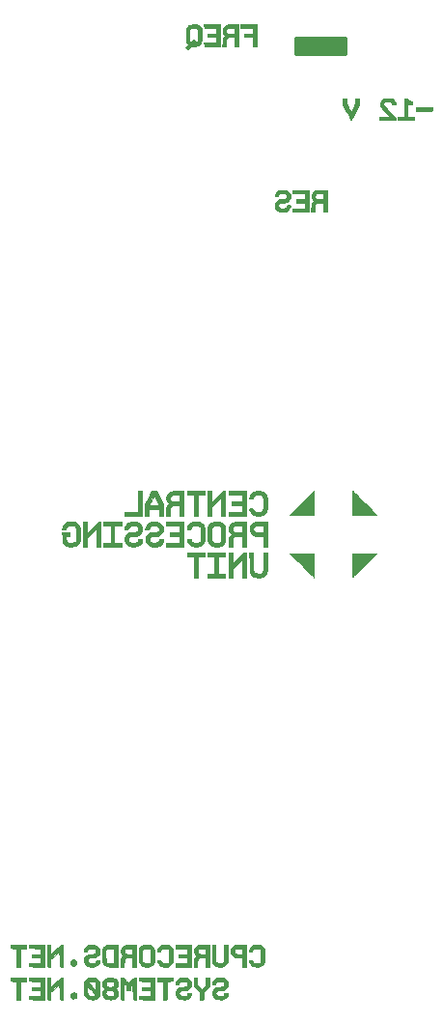
<source format=gbo>
G04 #@! TF.FileFunction,Legend,Bot*
%FSLAX46Y46*%
G04 Gerber Fmt 4.6, Leading zero omitted, Abs format (unit mm)*
G04 Created by KiCad (PCBNEW 4.0.2-stable) date 2019-06-10 11:42:33 PM*
%MOMM*%
G01*
G04 APERTURE LIST*
%ADD10C,0.100000*%
%ADD11C,0.010000*%
%ADD12C,0.254000*%
%ADD13C,5.000000*%
%ADD14C,3.175000*%
G04 APERTURE END LIST*
D10*
D11*
G36*
X122797974Y-119334540D02*
X122643973Y-119357859D01*
X122521954Y-119407014D01*
X122421431Y-119485147D01*
X122394855Y-119513616D01*
X122327562Y-119613341D01*
X122276106Y-119731795D01*
X122251700Y-119842104D01*
X122251046Y-119858278D01*
X122276046Y-119881332D01*
X122352894Y-119892366D01*
X122406111Y-119893555D01*
X122495683Y-119891177D01*
X122542346Y-119880709D01*
X122559551Y-119857147D01*
X122561333Y-119835828D01*
X122580469Y-119776960D01*
X122626900Y-119712617D01*
X122630606Y-119708828D01*
X122669913Y-119674783D01*
X122713997Y-119654124D01*
X122777595Y-119643577D01*
X122875442Y-119639868D01*
X122942398Y-119639555D01*
X123061926Y-119640841D01*
X123139674Y-119647036D01*
X123190290Y-119661651D01*
X123228422Y-119688194D01*
X123254125Y-119714232D01*
X123311312Y-119814180D01*
X123320039Y-119927481D01*
X123292839Y-120010689D01*
X123225982Y-120077144D01*
X123109858Y-120122251D01*
X122947876Y-120144940D01*
X122857172Y-120147555D01*
X122722749Y-120153605D01*
X122616501Y-120170267D01*
X122566987Y-120187369D01*
X122445577Y-120277047D01*
X122345202Y-120400666D01*
X122276697Y-120541213D01*
X122250895Y-120681673D01*
X122250889Y-120683778D01*
X122275970Y-120824283D01*
X122344012Y-120965041D01*
X122444214Y-121089109D01*
X122565775Y-121179545D01*
X122567546Y-121180475D01*
X122636458Y-121202175D01*
X122742659Y-121220259D01*
X122867024Y-121232989D01*
X122990430Y-121238627D01*
X123093750Y-121235437D01*
X123125778Y-121231190D01*
X123234040Y-121208876D01*
X123307611Y-121184239D01*
X123367820Y-121148044D01*
X123423035Y-121102514D01*
X123531580Y-120984224D01*
X123595821Y-120852384D01*
X123614930Y-120775500D01*
X123632367Y-120683778D01*
X123477850Y-120683778D01*
X123385610Y-120687287D01*
X123337975Y-120700028D01*
X123323415Y-120725323D01*
X123323333Y-120728282D01*
X123304543Y-120775267D01*
X123257756Y-120837416D01*
X123240838Y-120855282D01*
X123193660Y-120897923D01*
X123147072Y-120922651D01*
X123083876Y-120934288D01*
X122986871Y-120937657D01*
X122946670Y-120937778D01*
X122832348Y-120935432D01*
X122756510Y-120925478D01*
X122701285Y-120903542D01*
X122648806Y-120865252D01*
X122648165Y-120864713D01*
X122578035Y-120774361D01*
X122557589Y-120671889D01*
X122587371Y-120570889D01*
X122634089Y-120512308D01*
X122674725Y-120479854D01*
X122722857Y-120458184D01*
X122791947Y-120444112D01*
X122895456Y-120434451D01*
X122985336Y-120429144D01*
X123118374Y-120420577D01*
X123210682Y-120409070D01*
X123277966Y-120390720D01*
X123335932Y-120361624D01*
X123382790Y-120330366D01*
X123504125Y-120213686D01*
X123581702Y-120073152D01*
X123615602Y-119919472D01*
X123605906Y-119763352D01*
X123552693Y-119615500D01*
X123456043Y-119486624D01*
X123375983Y-119422027D01*
X123312366Y-119384495D01*
X123247938Y-119360283D01*
X123166249Y-119345592D01*
X123050848Y-119336625D01*
X122994441Y-119333915D01*
X122797974Y-119334540D01*
X122797974Y-119334540D01*
G37*
X122797974Y-119334540D02*
X122643973Y-119357859D01*
X122521954Y-119407014D01*
X122421431Y-119485147D01*
X122394855Y-119513616D01*
X122327562Y-119613341D01*
X122276106Y-119731795D01*
X122251700Y-119842104D01*
X122251046Y-119858278D01*
X122276046Y-119881332D01*
X122352894Y-119892366D01*
X122406111Y-119893555D01*
X122495683Y-119891177D01*
X122542346Y-119880709D01*
X122559551Y-119857147D01*
X122561333Y-119835828D01*
X122580469Y-119776960D01*
X122626900Y-119712617D01*
X122630606Y-119708828D01*
X122669913Y-119674783D01*
X122713997Y-119654124D01*
X122777595Y-119643577D01*
X122875442Y-119639868D01*
X122942398Y-119639555D01*
X123061926Y-119640841D01*
X123139674Y-119647036D01*
X123190290Y-119661651D01*
X123228422Y-119688194D01*
X123254125Y-119714232D01*
X123311312Y-119814180D01*
X123320039Y-119927481D01*
X123292839Y-120010689D01*
X123225982Y-120077144D01*
X123109858Y-120122251D01*
X122947876Y-120144940D01*
X122857172Y-120147555D01*
X122722749Y-120153605D01*
X122616501Y-120170267D01*
X122566987Y-120187369D01*
X122445577Y-120277047D01*
X122345202Y-120400666D01*
X122276697Y-120541213D01*
X122250895Y-120681673D01*
X122250889Y-120683778D01*
X122275970Y-120824283D01*
X122344012Y-120965041D01*
X122444214Y-121089109D01*
X122565775Y-121179545D01*
X122567546Y-121180475D01*
X122636458Y-121202175D01*
X122742659Y-121220259D01*
X122867024Y-121232989D01*
X122990430Y-121238627D01*
X123093750Y-121235437D01*
X123125778Y-121231190D01*
X123234040Y-121208876D01*
X123307611Y-121184239D01*
X123367820Y-121148044D01*
X123423035Y-121102514D01*
X123531580Y-120984224D01*
X123595821Y-120852384D01*
X123614930Y-120775500D01*
X123632367Y-120683778D01*
X123477850Y-120683778D01*
X123385610Y-120687287D01*
X123337975Y-120700028D01*
X123323415Y-120725323D01*
X123323333Y-120728282D01*
X123304543Y-120775267D01*
X123257756Y-120837416D01*
X123240838Y-120855282D01*
X123193660Y-120897923D01*
X123147072Y-120922651D01*
X123083876Y-120934288D01*
X122986871Y-120937657D01*
X122946670Y-120937778D01*
X122832348Y-120935432D01*
X122756510Y-120925478D01*
X122701285Y-120903542D01*
X122648806Y-120865252D01*
X122648165Y-120864713D01*
X122578035Y-120774361D01*
X122557589Y-120671889D01*
X122587371Y-120570889D01*
X122634089Y-120512308D01*
X122674725Y-120479854D01*
X122722857Y-120458184D01*
X122791947Y-120444112D01*
X122895456Y-120434451D01*
X122985336Y-120429144D01*
X123118374Y-120420577D01*
X123210682Y-120409070D01*
X123277966Y-120390720D01*
X123335932Y-120361624D01*
X123382790Y-120330366D01*
X123504125Y-120213686D01*
X123581702Y-120073152D01*
X123615602Y-119919472D01*
X123605906Y-119763352D01*
X123552693Y-119615500D01*
X123456043Y-119486624D01*
X123375983Y-119422027D01*
X123312366Y-119384495D01*
X123247938Y-119360283D01*
X123166249Y-119345592D01*
X123050848Y-119336625D01*
X122994441Y-119333915D01*
X122797974Y-119334540D01*
G36*
X121714667Y-119965625D02*
X121523434Y-120155392D01*
X121332201Y-120345160D01*
X120952667Y-119962694D01*
X120952667Y-119329111D01*
X120642222Y-119329111D01*
X120642222Y-120078115D01*
X121178444Y-120612107D01*
X121178444Y-121248222D01*
X121314852Y-121248222D01*
X121398457Y-121244622D01*
X121456681Y-121235476D01*
X121470074Y-121229407D01*
X121477813Y-121195024D01*
X121484007Y-121116796D01*
X121487911Y-121007319D01*
X121488889Y-120911350D01*
X121488889Y-120612107D01*
X122025111Y-120078115D01*
X122025111Y-119329111D01*
X121714667Y-119329111D01*
X121714667Y-119965625D01*
X121714667Y-119965625D01*
G37*
X121714667Y-119965625D02*
X121523434Y-120155392D01*
X121332201Y-120345160D01*
X120952667Y-119962694D01*
X120952667Y-119329111D01*
X120642222Y-119329111D01*
X120642222Y-120078115D01*
X121178444Y-120612107D01*
X121178444Y-121248222D01*
X121314852Y-121248222D01*
X121398457Y-121244622D01*
X121456681Y-121235476D01*
X121470074Y-121229407D01*
X121477813Y-121195024D01*
X121484007Y-121116796D01*
X121487911Y-121007319D01*
X121488889Y-120911350D01*
X121488889Y-120612107D01*
X122025111Y-120078115D01*
X122025111Y-119329111D01*
X121714667Y-119329111D01*
X121714667Y-119965625D01*
G36*
X119527404Y-119334314D02*
X119457484Y-119345316D01*
X119396925Y-119366581D01*
X119344000Y-119392843D01*
X119216464Y-119487207D01*
X119115131Y-119613550D01*
X119053303Y-119754253D01*
X119045904Y-119787722D01*
X119027274Y-119893555D01*
X119185637Y-119893555D01*
X119276311Y-119891272D01*
X119323959Y-119881181D01*
X119341921Y-119858418D01*
X119344000Y-119835828D01*
X119363135Y-119776960D01*
X119409566Y-119712617D01*
X119413273Y-119708828D01*
X119452586Y-119674779D01*
X119496678Y-119654119D01*
X119560290Y-119643574D01*
X119658159Y-119639867D01*
X119725000Y-119639555D01*
X119845677Y-119641059D01*
X119924681Y-119647754D01*
X119976752Y-119662916D01*
X120016627Y-119689820D01*
X120036727Y-119708828D01*
X120092823Y-119801804D01*
X120104856Y-119912468D01*
X120075506Y-120010689D01*
X120008649Y-120077144D01*
X119892525Y-120122251D01*
X119730543Y-120144940D01*
X119639838Y-120147555D01*
X119500076Y-120154060D01*
X119391784Y-120172177D01*
X119346788Y-120188447D01*
X119224353Y-120280393D01*
X119124288Y-120409997D01*
X119057212Y-120559711D01*
X119033713Y-120705851D01*
X119057168Y-120827019D01*
X119120565Y-120955042D01*
X119212627Y-121073055D01*
X119322080Y-121164188D01*
X119351416Y-121181097D01*
X119417846Y-121201789D01*
X119521803Y-121219542D01*
X119644387Y-121232684D01*
X119766694Y-121239545D01*
X119869822Y-121238455D01*
X119922555Y-121231576D01*
X119998730Y-121213879D01*
X120041982Y-121204382D01*
X120112874Y-121171478D01*
X120197830Y-121107929D01*
X120278799Y-121029502D01*
X120337727Y-120951967D01*
X120343931Y-120940644D01*
X120377671Y-120857608D01*
X120401177Y-120775500D01*
X120420929Y-120683778D01*
X120263465Y-120683778D01*
X120170217Y-120687167D01*
X120121621Y-120699504D01*
X120106173Y-120724040D01*
X120106000Y-120728282D01*
X120087210Y-120775267D01*
X120040422Y-120837416D01*
X120023504Y-120855282D01*
X119976327Y-120897923D01*
X119929739Y-120922651D01*
X119866543Y-120934288D01*
X119769538Y-120937657D01*
X119729336Y-120937778D01*
X119615015Y-120935432D01*
X119539176Y-120925478D01*
X119483952Y-120903542D01*
X119431473Y-120865252D01*
X119430832Y-120864713D01*
X119360598Y-120774591D01*
X119343396Y-120672573D01*
X119379703Y-120567354D01*
X119412072Y-120523074D01*
X119446793Y-120486700D01*
X119484451Y-120462687D01*
X119538022Y-120447565D01*
X119620483Y-120437865D01*
X119744809Y-120430116D01*
X119763320Y-120429144D01*
X119897291Y-120420723D01*
X119990275Y-120409553D01*
X120057719Y-120391838D01*
X120115070Y-120363785D01*
X120165457Y-120330366D01*
X120289420Y-120211744D01*
X120367918Y-120070027D01*
X120400959Y-119915555D01*
X120388553Y-119758672D01*
X120330708Y-119609717D01*
X120227434Y-119479033D01*
X120164657Y-119427889D01*
X120105449Y-119388898D01*
X120050595Y-119363531D01*
X119984966Y-119348302D01*
X119893432Y-119339727D01*
X119760862Y-119334323D01*
X119757948Y-119334232D01*
X119622340Y-119331358D01*
X119527404Y-119334314D01*
X119527404Y-119334314D01*
G37*
X119527404Y-119334314D02*
X119457484Y-119345316D01*
X119396925Y-119366581D01*
X119344000Y-119392843D01*
X119216464Y-119487207D01*
X119115131Y-119613550D01*
X119053303Y-119754253D01*
X119045904Y-119787722D01*
X119027274Y-119893555D01*
X119185637Y-119893555D01*
X119276311Y-119891272D01*
X119323959Y-119881181D01*
X119341921Y-119858418D01*
X119344000Y-119835828D01*
X119363135Y-119776960D01*
X119409566Y-119712617D01*
X119413273Y-119708828D01*
X119452586Y-119674779D01*
X119496678Y-119654119D01*
X119560290Y-119643574D01*
X119658159Y-119639867D01*
X119725000Y-119639555D01*
X119845677Y-119641059D01*
X119924681Y-119647754D01*
X119976752Y-119662916D01*
X120016627Y-119689820D01*
X120036727Y-119708828D01*
X120092823Y-119801804D01*
X120104856Y-119912468D01*
X120075506Y-120010689D01*
X120008649Y-120077144D01*
X119892525Y-120122251D01*
X119730543Y-120144940D01*
X119639838Y-120147555D01*
X119500076Y-120154060D01*
X119391784Y-120172177D01*
X119346788Y-120188447D01*
X119224353Y-120280393D01*
X119124288Y-120409997D01*
X119057212Y-120559711D01*
X119033713Y-120705851D01*
X119057168Y-120827019D01*
X119120565Y-120955042D01*
X119212627Y-121073055D01*
X119322080Y-121164188D01*
X119351416Y-121181097D01*
X119417846Y-121201789D01*
X119521803Y-121219542D01*
X119644387Y-121232684D01*
X119766694Y-121239545D01*
X119869822Y-121238455D01*
X119922555Y-121231576D01*
X119998730Y-121213879D01*
X120041982Y-121204382D01*
X120112874Y-121171478D01*
X120197830Y-121107929D01*
X120278799Y-121029502D01*
X120337727Y-120951967D01*
X120343931Y-120940644D01*
X120377671Y-120857608D01*
X120401177Y-120775500D01*
X120420929Y-120683778D01*
X120263465Y-120683778D01*
X120170217Y-120687167D01*
X120121621Y-120699504D01*
X120106173Y-120724040D01*
X120106000Y-120728282D01*
X120087210Y-120775267D01*
X120040422Y-120837416D01*
X120023504Y-120855282D01*
X119976327Y-120897923D01*
X119929739Y-120922651D01*
X119866543Y-120934288D01*
X119769538Y-120937657D01*
X119729336Y-120937778D01*
X119615015Y-120935432D01*
X119539176Y-120925478D01*
X119483952Y-120903542D01*
X119431473Y-120865252D01*
X119430832Y-120864713D01*
X119360598Y-120774591D01*
X119343396Y-120672573D01*
X119379703Y-120567354D01*
X119412072Y-120523074D01*
X119446793Y-120486700D01*
X119484451Y-120462687D01*
X119538022Y-120447565D01*
X119620483Y-120437865D01*
X119744809Y-120430116D01*
X119763320Y-120429144D01*
X119897291Y-120420723D01*
X119990275Y-120409553D01*
X120057719Y-120391838D01*
X120115070Y-120363785D01*
X120165457Y-120330366D01*
X120289420Y-120211744D01*
X120367918Y-120070027D01*
X120400959Y-119915555D01*
X120388553Y-119758672D01*
X120330708Y-119609717D01*
X120227434Y-119479033D01*
X120164657Y-119427889D01*
X120105449Y-119388898D01*
X120050595Y-119363531D01*
X119984966Y-119348302D01*
X119893432Y-119339727D01*
X119760862Y-119334323D01*
X119757948Y-119334232D01*
X119622340Y-119331358D01*
X119527404Y-119334314D01*
G36*
X117424889Y-119639555D02*
X117961111Y-119639555D01*
X117961111Y-121248222D01*
X118097518Y-121248222D01*
X118181124Y-121244622D01*
X118239347Y-121235476D01*
X118252741Y-121229407D01*
X118257642Y-121197337D01*
X118262068Y-121116220D01*
X118265844Y-120993455D01*
X118268799Y-120836439D01*
X118270757Y-120652570D01*
X118271547Y-120449244D01*
X118271555Y-120426133D01*
X118271555Y-119641674D01*
X118793667Y-119625444D01*
X118802197Y-119477278D01*
X118810727Y-119329111D01*
X117424889Y-119329111D01*
X117424889Y-119639555D01*
X117424889Y-119639555D01*
G37*
X117424889Y-119639555D02*
X117961111Y-119639555D01*
X117961111Y-121248222D01*
X118097518Y-121248222D01*
X118181124Y-121244622D01*
X118239347Y-121235476D01*
X118252741Y-121229407D01*
X118257642Y-121197337D01*
X118262068Y-121116220D01*
X118265844Y-120993455D01*
X118268799Y-120836439D01*
X118270757Y-120652570D01*
X118271547Y-120449244D01*
X118271555Y-120426133D01*
X118271555Y-119641674D01*
X118793667Y-119625444D01*
X118802197Y-119477278D01*
X118810727Y-119329111D01*
X117424889Y-119329111D01*
X117424889Y-119639555D01*
G36*
X115821803Y-119477278D02*
X115830333Y-119625444D01*
X116359500Y-119633123D01*
X116888667Y-119640801D01*
X116888667Y-120147555D01*
X116098444Y-120147555D01*
X116098444Y-120429778D01*
X116888667Y-120429778D01*
X116888667Y-120937778D01*
X115813272Y-120937778D01*
X115821803Y-121085944D01*
X115830333Y-121234111D01*
X116514722Y-121241668D01*
X117199111Y-121249226D01*
X117199111Y-119329111D01*
X115813272Y-119329111D01*
X115821803Y-119477278D01*
X115821803Y-119477278D01*
G37*
X115821803Y-119477278D02*
X115830333Y-119625444D01*
X116359500Y-119633123D01*
X116888667Y-119640801D01*
X116888667Y-120147555D01*
X116098444Y-120147555D01*
X116098444Y-120429778D01*
X116888667Y-120429778D01*
X116888667Y-120937778D01*
X115813272Y-120937778D01*
X115821803Y-121085944D01*
X115830333Y-121234111D01*
X116514722Y-121241668D01*
X117199111Y-121249226D01*
X117199111Y-119329111D01*
X115813272Y-119329111D01*
X115821803Y-119477278D01*
G36*
X115414623Y-119331700D02*
X115367632Y-119344153D01*
X115318126Y-119373494D01*
X115255370Y-119426749D01*
X115168626Y-119510944D01*
X115124742Y-119554925D01*
X114900252Y-119780739D01*
X114673259Y-119554925D01*
X114572901Y-119456503D01*
X114501042Y-119391713D01*
X114446976Y-119353583D01*
X114399996Y-119335138D01*
X114349394Y-119329406D01*
X114326535Y-119329111D01*
X114206805Y-119329111D01*
X114221667Y-121234111D01*
X114369833Y-121242641D01*
X114518000Y-121251172D01*
X114518000Y-119853878D01*
X114630889Y-119964111D01*
X114692997Y-120028363D01*
X114726788Y-120081186D01*
X114740850Y-120144483D01*
X114743768Y-120240156D01*
X114743778Y-120252061D01*
X114743778Y-120429778D01*
X115054222Y-120429778D01*
X115054222Y-120252061D01*
X115056520Y-120152023D01*
X115069113Y-120086527D01*
X115100555Y-120033696D01*
X115159397Y-119971657D01*
X115166597Y-119964612D01*
X115278973Y-119854881D01*
X115294111Y-121234111D01*
X115442278Y-121242641D01*
X115590444Y-121251172D01*
X115590444Y-119329111D01*
X115469838Y-119329111D01*
X115414623Y-119331700D01*
X115414623Y-119331700D01*
G37*
X115414623Y-119331700D02*
X115367632Y-119344153D01*
X115318126Y-119373494D01*
X115255370Y-119426749D01*
X115168626Y-119510944D01*
X115124742Y-119554925D01*
X114900252Y-119780739D01*
X114673259Y-119554925D01*
X114572901Y-119456503D01*
X114501042Y-119391713D01*
X114446976Y-119353583D01*
X114399996Y-119335138D01*
X114349394Y-119329406D01*
X114326535Y-119329111D01*
X114206805Y-119329111D01*
X114221667Y-121234111D01*
X114369833Y-121242641D01*
X114518000Y-121251172D01*
X114518000Y-119853878D01*
X114630889Y-119964111D01*
X114692997Y-120028363D01*
X114726788Y-120081186D01*
X114740850Y-120144483D01*
X114743768Y-120240156D01*
X114743778Y-120252061D01*
X114743778Y-120429778D01*
X115054222Y-120429778D01*
X115054222Y-120252061D01*
X115056520Y-120152023D01*
X115069113Y-120086527D01*
X115100555Y-120033696D01*
X115159397Y-119971657D01*
X115166597Y-119964612D01*
X115278973Y-119854881D01*
X115294111Y-121234111D01*
X115442278Y-121242641D01*
X115590444Y-121251172D01*
X115590444Y-119329111D01*
X115469838Y-119329111D01*
X115414623Y-119331700D01*
G36*
X113063158Y-119345638D02*
X112936453Y-119380018D01*
X112917476Y-119388444D01*
X112783198Y-119480658D01*
X112685815Y-119602933D01*
X112627760Y-119744345D01*
X112611465Y-119893969D01*
X112639363Y-120040879D01*
X112713887Y-120174150D01*
X112736674Y-120200440D01*
X112786063Y-120256052D01*
X112800020Y-120289109D01*
X112781913Y-120318047D01*
X112761608Y-120336986D01*
X112671294Y-120454492D01*
X112620343Y-120599219D01*
X112613601Y-120753729D01*
X112626575Y-120822898D01*
X112682198Y-120947239D01*
X112772921Y-121067261D01*
X112880664Y-121160490D01*
X112913883Y-121180019D01*
X112990142Y-121204116D01*
X113104140Y-121222568D01*
X113237338Y-121234064D01*
X113371199Y-121237293D01*
X113487184Y-121230944D01*
X113532577Y-121223789D01*
X113649154Y-121183854D01*
X113762576Y-121120239D01*
X113851111Y-121046172D01*
X113875801Y-121014892D01*
X113948193Y-120860720D01*
X113973694Y-120701032D01*
X113970689Y-120679231D01*
X113670436Y-120679231D01*
X113654711Y-120786334D01*
X113605932Y-120861817D01*
X113518453Y-120909418D01*
X113386631Y-120932871D01*
X113281107Y-120936919D01*
X113171331Y-120935520D01*
X113100407Y-120926899D01*
X113050789Y-120906105D01*
X113004932Y-120868187D01*
X112991829Y-120855282D01*
X112924992Y-120761271D01*
X112909333Y-120683778D01*
X112934519Y-120586479D01*
X112991829Y-120512273D01*
X113039007Y-120469632D01*
X113085594Y-120444905D01*
X113148791Y-120433268D01*
X113245795Y-120429898D01*
X113285997Y-120429778D01*
X113400318Y-120432124D01*
X113476157Y-120442077D01*
X113531381Y-120464013D01*
X113583861Y-120502303D01*
X113584501Y-120502842D01*
X113646218Y-120569111D01*
X113669104Y-120642357D01*
X113670436Y-120679231D01*
X113970689Y-120679231D01*
X113952541Y-120547617D01*
X113884972Y-120412263D01*
X113863093Y-120385155D01*
X113776447Y-120286470D01*
X113835432Y-120223683D01*
X113896369Y-120138008D01*
X113947623Y-120030346D01*
X113977875Y-119926735D01*
X113979235Y-119912443D01*
X113670200Y-119912443D01*
X113640889Y-120010596D01*
X113577891Y-120074120D01*
X113476110Y-120119159D01*
X113350923Y-120143119D01*
X113217710Y-120143406D01*
X113091848Y-120117423D01*
X113065921Y-120107611D01*
X112969567Y-120041561D01*
X112916893Y-119950155D01*
X112910826Y-119846581D01*
X112954297Y-119744027D01*
X112978541Y-119714232D01*
X113016486Y-119677794D01*
X113057155Y-119655622D01*
X113115197Y-119644206D01*
X113205259Y-119640039D01*
X113290269Y-119639555D01*
X113410962Y-119641058D01*
X113489979Y-119647749D01*
X113542056Y-119662903D01*
X113581929Y-119689792D01*
X113602061Y-119708828D01*
X113658149Y-119801794D01*
X113670200Y-119912443D01*
X113979235Y-119912443D01*
X113981620Y-119887406D01*
X113954762Y-119722340D01*
X113880584Y-119572035D01*
X113767449Y-119449567D01*
X113658390Y-119382159D01*
X113537410Y-119346575D01*
X113384181Y-119328743D01*
X113219249Y-119328489D01*
X113063158Y-119345638D01*
X113063158Y-119345638D01*
G37*
X113063158Y-119345638D02*
X112936453Y-119380018D01*
X112917476Y-119388444D01*
X112783198Y-119480658D01*
X112685815Y-119602933D01*
X112627760Y-119744345D01*
X112611465Y-119893969D01*
X112639363Y-120040879D01*
X112713887Y-120174150D01*
X112736674Y-120200440D01*
X112786063Y-120256052D01*
X112800020Y-120289109D01*
X112781913Y-120318047D01*
X112761608Y-120336986D01*
X112671294Y-120454492D01*
X112620343Y-120599219D01*
X112613601Y-120753729D01*
X112626575Y-120822898D01*
X112682198Y-120947239D01*
X112772921Y-121067261D01*
X112880664Y-121160490D01*
X112913883Y-121180019D01*
X112990142Y-121204116D01*
X113104140Y-121222568D01*
X113237338Y-121234064D01*
X113371199Y-121237293D01*
X113487184Y-121230944D01*
X113532577Y-121223789D01*
X113649154Y-121183854D01*
X113762576Y-121120239D01*
X113851111Y-121046172D01*
X113875801Y-121014892D01*
X113948193Y-120860720D01*
X113973694Y-120701032D01*
X113970689Y-120679231D01*
X113670436Y-120679231D01*
X113654711Y-120786334D01*
X113605932Y-120861817D01*
X113518453Y-120909418D01*
X113386631Y-120932871D01*
X113281107Y-120936919D01*
X113171331Y-120935520D01*
X113100407Y-120926899D01*
X113050789Y-120906105D01*
X113004932Y-120868187D01*
X112991829Y-120855282D01*
X112924992Y-120761271D01*
X112909333Y-120683778D01*
X112934519Y-120586479D01*
X112991829Y-120512273D01*
X113039007Y-120469632D01*
X113085594Y-120444905D01*
X113148791Y-120433268D01*
X113245795Y-120429898D01*
X113285997Y-120429778D01*
X113400318Y-120432124D01*
X113476157Y-120442077D01*
X113531381Y-120464013D01*
X113583861Y-120502303D01*
X113584501Y-120502842D01*
X113646218Y-120569111D01*
X113669104Y-120642357D01*
X113670436Y-120679231D01*
X113970689Y-120679231D01*
X113952541Y-120547617D01*
X113884972Y-120412263D01*
X113863093Y-120385155D01*
X113776447Y-120286470D01*
X113835432Y-120223683D01*
X113896369Y-120138008D01*
X113947623Y-120030346D01*
X113977875Y-119926735D01*
X113979235Y-119912443D01*
X113670200Y-119912443D01*
X113640889Y-120010596D01*
X113577891Y-120074120D01*
X113476110Y-120119159D01*
X113350923Y-120143119D01*
X113217710Y-120143406D01*
X113091848Y-120117423D01*
X113065921Y-120107611D01*
X112969567Y-120041561D01*
X112916893Y-119950155D01*
X112910826Y-119846581D01*
X112954297Y-119744027D01*
X112978541Y-119714232D01*
X113016486Y-119677794D01*
X113057155Y-119655622D01*
X113115197Y-119644206D01*
X113205259Y-119640039D01*
X113290269Y-119639555D01*
X113410962Y-119641058D01*
X113489979Y-119647749D01*
X113542056Y-119662903D01*
X113581929Y-119689792D01*
X113602061Y-119708828D01*
X113658149Y-119801794D01*
X113670200Y-119912443D01*
X113979235Y-119912443D01*
X113981620Y-119887406D01*
X113954762Y-119722340D01*
X113880584Y-119572035D01*
X113767449Y-119449567D01*
X113658390Y-119382159D01*
X113537410Y-119346575D01*
X113384181Y-119328743D01*
X113219249Y-119328489D01*
X113063158Y-119345638D01*
G36*
X111650538Y-119334861D02*
X111515189Y-119340867D01*
X111420955Y-119350381D01*
X111352504Y-119366707D01*
X111294508Y-119393150D01*
X111248929Y-119421424D01*
X111162141Y-119495917D01*
X111086224Y-119588814D01*
X111068391Y-119618420D01*
X111045679Y-119664323D01*
X111029065Y-119710727D01*
X111017602Y-119767117D01*
X111010343Y-119842975D01*
X111006343Y-119947783D01*
X111004656Y-120091024D01*
X111004333Y-120260444D01*
X111005475Y-120431781D01*
X111008647Y-120588168D01*
X111013467Y-120719006D01*
X111019554Y-120813698D01*
X111025908Y-120859649D01*
X111068740Y-120947129D01*
X111143122Y-121043767D01*
X111232006Y-121130010D01*
X111305217Y-121180019D01*
X111373136Y-121201232D01*
X111478449Y-121219383D01*
X111602121Y-121232764D01*
X111725117Y-121239664D01*
X111828402Y-121238374D01*
X111879222Y-121231576D01*
X111954954Y-121213964D01*
X111999878Y-121204074D01*
X112080364Y-121166105D01*
X112170277Y-121092647D01*
X112254444Y-120999011D01*
X112317694Y-120900510D01*
X112331426Y-120869453D01*
X112344522Y-120827742D01*
X112020333Y-120827742D01*
X111953707Y-120882760D01*
X111903744Y-120913233D01*
X111835878Y-120930339D01*
X111734375Y-120937200D01*
X111676369Y-120937778D01*
X111565438Y-120935986D01*
X111493646Y-120927371D01*
X111443722Y-120907075D01*
X111398396Y-120870236D01*
X111383162Y-120855282D01*
X111348164Y-120818484D01*
X111324799Y-120783383D01*
X111310717Y-120738125D01*
X111303567Y-120670856D01*
X111301000Y-120569722D01*
X111300667Y-120439142D01*
X111300667Y-120105499D01*
X111660500Y-120466621D01*
X112020333Y-120827742D01*
X112344522Y-120827742D01*
X112348341Y-120815581D01*
X112360203Y-120750513D01*
X112367543Y-120664942D01*
X112370894Y-120549566D01*
X112370789Y-120395079D01*
X112368353Y-120224479D01*
X112366325Y-120110856D01*
X112062667Y-120110856D01*
X112062667Y-120443612D01*
X111702833Y-120082570D01*
X111575360Y-119954122D01*
X111483480Y-119859337D01*
X111422635Y-119792206D01*
X111388264Y-119746723D01*
X111375810Y-119716878D01*
X111380713Y-119696663D01*
X111397783Y-119680541D01*
X111459948Y-119655961D01*
X111568499Y-119642623D01*
X111688344Y-119639555D01*
X111807342Y-119641172D01*
X111885007Y-119648302D01*
X111936412Y-119664370D01*
X111976630Y-119692797D01*
X111993394Y-119708828D01*
X112022985Y-119741656D01*
X112042686Y-119777481D01*
X112054500Y-119827918D01*
X112060428Y-119904587D01*
X112062472Y-120019105D01*
X112062667Y-120110856D01*
X112366325Y-120110856D01*
X112359000Y-119700686D01*
X112273956Y-119578398D01*
X112186733Y-119480950D01*
X112081404Y-119401334D01*
X112062289Y-119390746D01*
X111997010Y-119360384D01*
X111934110Y-119341930D01*
X111857776Y-119333240D01*
X111752199Y-119332167D01*
X111650538Y-119334861D01*
X111650538Y-119334861D01*
G37*
X111650538Y-119334861D02*
X111515189Y-119340867D01*
X111420955Y-119350381D01*
X111352504Y-119366707D01*
X111294508Y-119393150D01*
X111248929Y-119421424D01*
X111162141Y-119495917D01*
X111086224Y-119588814D01*
X111068391Y-119618420D01*
X111045679Y-119664323D01*
X111029065Y-119710727D01*
X111017602Y-119767117D01*
X111010343Y-119842975D01*
X111006343Y-119947783D01*
X111004656Y-120091024D01*
X111004333Y-120260444D01*
X111005475Y-120431781D01*
X111008647Y-120588168D01*
X111013467Y-120719006D01*
X111019554Y-120813698D01*
X111025908Y-120859649D01*
X111068740Y-120947129D01*
X111143122Y-121043767D01*
X111232006Y-121130010D01*
X111305217Y-121180019D01*
X111373136Y-121201232D01*
X111478449Y-121219383D01*
X111602121Y-121232764D01*
X111725117Y-121239664D01*
X111828402Y-121238374D01*
X111879222Y-121231576D01*
X111954954Y-121213964D01*
X111999878Y-121204074D01*
X112080364Y-121166105D01*
X112170277Y-121092647D01*
X112254444Y-120999011D01*
X112317694Y-120900510D01*
X112331426Y-120869453D01*
X112344522Y-120827742D01*
X112020333Y-120827742D01*
X111953707Y-120882760D01*
X111903744Y-120913233D01*
X111835878Y-120930339D01*
X111734375Y-120937200D01*
X111676369Y-120937778D01*
X111565438Y-120935986D01*
X111493646Y-120927371D01*
X111443722Y-120907075D01*
X111398396Y-120870236D01*
X111383162Y-120855282D01*
X111348164Y-120818484D01*
X111324799Y-120783383D01*
X111310717Y-120738125D01*
X111303567Y-120670856D01*
X111301000Y-120569722D01*
X111300667Y-120439142D01*
X111300667Y-120105499D01*
X111660500Y-120466621D01*
X112020333Y-120827742D01*
X112344522Y-120827742D01*
X112348341Y-120815581D01*
X112360203Y-120750513D01*
X112367543Y-120664942D01*
X112370894Y-120549566D01*
X112370789Y-120395079D01*
X112368353Y-120224479D01*
X112366325Y-120110856D01*
X112062667Y-120110856D01*
X112062667Y-120443612D01*
X111702833Y-120082570D01*
X111575360Y-119954122D01*
X111483480Y-119859337D01*
X111422635Y-119792206D01*
X111388264Y-119746723D01*
X111375810Y-119716878D01*
X111380713Y-119696663D01*
X111397783Y-119680541D01*
X111459948Y-119655961D01*
X111568499Y-119642623D01*
X111688344Y-119639555D01*
X111807342Y-119641172D01*
X111885007Y-119648302D01*
X111936412Y-119664370D01*
X111976630Y-119692797D01*
X111993394Y-119708828D01*
X112022985Y-119741656D01*
X112042686Y-119777481D01*
X112054500Y-119827918D01*
X112060428Y-119904587D01*
X112062472Y-120019105D01*
X112062667Y-120110856D01*
X112366325Y-120110856D01*
X112359000Y-119700686D01*
X112273956Y-119578398D01*
X112186733Y-119480950D01*
X112081404Y-119401334D01*
X112062289Y-119390746D01*
X111997010Y-119360384D01*
X111934110Y-119341930D01*
X111857776Y-119333240D01*
X111752199Y-119332167D01*
X111650538Y-119334861D01*
G36*
X109012967Y-119331509D02*
X108976180Y-119342029D01*
X108933697Y-119365655D01*
X108879301Y-119407375D01*
X108806774Y-119472173D01*
X108709899Y-119565037D01*
X108582460Y-119690953D01*
X108514053Y-119759158D01*
X108083333Y-120189206D01*
X108083333Y-119329111D01*
X107772138Y-119329111D01*
X107787000Y-121234111D01*
X107935167Y-121242641D01*
X108083333Y-121251172D01*
X108083333Y-120612438D01*
X108463818Y-120232737D01*
X108844302Y-119853036D01*
X108851873Y-120543573D01*
X108859444Y-121234111D01*
X109007611Y-121242641D01*
X109155778Y-121251172D01*
X109155778Y-119329111D01*
X109050275Y-119329111D01*
X109012967Y-119331509D01*
X109012967Y-119331509D01*
G37*
X109012967Y-119331509D02*
X108976180Y-119342029D01*
X108933697Y-119365655D01*
X108879301Y-119407375D01*
X108806774Y-119472173D01*
X108709899Y-119565037D01*
X108582460Y-119690953D01*
X108514053Y-119759158D01*
X108083333Y-120189206D01*
X108083333Y-119329111D01*
X107772138Y-119329111D01*
X107787000Y-121234111D01*
X107935167Y-121242641D01*
X108083333Y-121251172D01*
X108083333Y-120612438D01*
X108463818Y-120232737D01*
X108844302Y-119853036D01*
X108851873Y-120543573D01*
X108859444Y-121234111D01*
X109007611Y-121242641D01*
X109155778Y-121251172D01*
X109155778Y-119329111D01*
X109050275Y-119329111D01*
X109012967Y-119331509D01*
G36*
X106169803Y-119477278D02*
X106178333Y-119625444D01*
X106707500Y-119633123D01*
X107236667Y-119640801D01*
X107236667Y-120147555D01*
X106446444Y-120147555D01*
X106446444Y-120429778D01*
X107236667Y-120429778D01*
X107236667Y-120937778D01*
X106161272Y-120937778D01*
X106169803Y-121085944D01*
X106178333Y-121234111D01*
X106862722Y-121241668D01*
X107547111Y-121249226D01*
X107547111Y-119329111D01*
X106161272Y-119329111D01*
X106169803Y-119477278D01*
X106169803Y-119477278D01*
G37*
X106169803Y-119477278D02*
X106178333Y-119625444D01*
X106707500Y-119633123D01*
X107236667Y-119640801D01*
X107236667Y-120147555D01*
X106446444Y-120147555D01*
X106446444Y-120429778D01*
X107236667Y-120429778D01*
X107236667Y-120937778D01*
X106161272Y-120937778D01*
X106169803Y-121085944D01*
X106178333Y-121234111D01*
X106862722Y-121241668D01*
X107547111Y-121249226D01*
X107547111Y-119329111D01*
X106161272Y-119329111D01*
X106169803Y-119477278D01*
G36*
X105254055Y-119335665D02*
X104569667Y-119343222D01*
X104569667Y-119625444D01*
X104844833Y-119633522D01*
X105120000Y-119641599D01*
X105120000Y-121248222D01*
X105402222Y-121248222D01*
X105402222Y-119639555D01*
X105938444Y-119639555D01*
X105938444Y-119328107D01*
X105254055Y-119335665D01*
X105254055Y-119335665D01*
G37*
X105254055Y-119335665D02*
X104569667Y-119343222D01*
X104569667Y-119625444D01*
X104844833Y-119633522D01*
X105120000Y-119641599D01*
X105120000Y-121248222D01*
X105402222Y-121248222D01*
X105402222Y-119639555D01*
X105938444Y-119639555D01*
X105938444Y-119328107D01*
X105254055Y-119335665D01*
G36*
X109947683Y-120645685D02*
X109871919Y-120708045D01*
X109823025Y-120798178D01*
X109811778Y-120913728D01*
X109816820Y-120950195D01*
X109861777Y-121054280D01*
X109943693Y-121126064D01*
X110049735Y-121159825D01*
X110167067Y-121149843D01*
X110219683Y-121129772D01*
X110287001Y-121070624D01*
X110336257Y-120979483D01*
X110356734Y-120880325D01*
X110352328Y-120833028D01*
X110303880Y-120721147D01*
X110228414Y-120648830D01*
X110136707Y-120613720D01*
X110039538Y-120613457D01*
X109947683Y-120645685D01*
X109947683Y-120645685D01*
G37*
X109947683Y-120645685D02*
X109871919Y-120708045D01*
X109823025Y-120798178D01*
X109811778Y-120913728D01*
X109816820Y-120950195D01*
X109861777Y-121054280D01*
X109943693Y-121126064D01*
X110049735Y-121159825D01*
X110167067Y-121149843D01*
X110219683Y-121129772D01*
X110287001Y-121070624D01*
X110336257Y-120979483D01*
X110356734Y-120880325D01*
X110352328Y-120833028D01*
X110303880Y-120721147D01*
X110228414Y-120648830D01*
X110136707Y-120613720D01*
X110039538Y-120613457D01*
X109947683Y-120645685D01*
G36*
X126030988Y-116458605D02*
X125888563Y-116480894D01*
X125774790Y-116515168D01*
X125739901Y-116532906D01*
X125623722Y-116631216D01*
X125532488Y-116759327D01*
X125480338Y-116896805D01*
X125477508Y-116912155D01*
X125460837Y-117014889D01*
X125619752Y-117014889D01*
X125710619Y-117012622D01*
X125758439Y-117002594D01*
X125776533Y-116979967D01*
X125778667Y-116957161D01*
X125797802Y-116898293D01*
X125844233Y-116833950D01*
X125847939Y-116830161D01*
X125887631Y-116795866D01*
X125932227Y-116775170D01*
X125996654Y-116764715D01*
X126095838Y-116761144D01*
X126155875Y-116760889D01*
X126272995Y-116761890D01*
X126348496Y-116767647D01*
X126397198Y-116782288D01*
X126433923Y-116809940D01*
X126467602Y-116847721D01*
X126494221Y-116880964D01*
X126513434Y-116913908D01*
X126526449Y-116955912D01*
X126534474Y-117016335D01*
X126538713Y-117104535D01*
X126540375Y-117229870D01*
X126540666Y-117401700D01*
X126540667Y-117414336D01*
X126540667Y-117894119D01*
X126458171Y-117976615D01*
X126413134Y-118017760D01*
X126369027Y-118042336D01*
X126309835Y-118054582D01*
X126219540Y-118058738D01*
X126146444Y-118059111D01*
X126029090Y-118057372D01*
X125952713Y-118049771D01*
X125901893Y-118032727D01*
X125861207Y-118002663D01*
X125847939Y-117989838D01*
X125800260Y-117926212D01*
X125778765Y-117866025D01*
X125778667Y-117862838D01*
X125772403Y-117829785D01*
X125744720Y-117812416D01*
X125682275Y-117805869D01*
X125620304Y-117805111D01*
X125461940Y-117805111D01*
X125480571Y-117910944D01*
X125529256Y-118048268D01*
X125617630Y-118176941D01*
X125730293Y-118276026D01*
X125763130Y-118295119D01*
X125869709Y-118331558D01*
X126011127Y-118355072D01*
X126167050Y-118364658D01*
X126317144Y-118359310D01*
X126441076Y-118338025D01*
X126466237Y-118329856D01*
X126603233Y-118253575D01*
X126724642Y-118139359D01*
X126790131Y-118045000D01*
X126809473Y-117979803D01*
X126824342Y-117869873D01*
X126834749Y-117726742D01*
X126840703Y-117561944D01*
X126842213Y-117387012D01*
X126839290Y-117213478D01*
X126831943Y-117052876D01*
X126820182Y-116916738D01*
X126804017Y-116816597D01*
X126789053Y-116772134D01*
X126704270Y-116658921D01*
X126588470Y-116557515D01*
X126464125Y-116486879D01*
X126440966Y-116478362D01*
X126326109Y-116455867D01*
X126183143Y-116449772D01*
X126030988Y-116458605D01*
X126030988Y-116458605D01*
G37*
X126030988Y-116458605D02*
X125888563Y-116480894D01*
X125774790Y-116515168D01*
X125739901Y-116532906D01*
X125623722Y-116631216D01*
X125532488Y-116759327D01*
X125480338Y-116896805D01*
X125477508Y-116912155D01*
X125460837Y-117014889D01*
X125619752Y-117014889D01*
X125710619Y-117012622D01*
X125758439Y-117002594D01*
X125776533Y-116979967D01*
X125778667Y-116957161D01*
X125797802Y-116898293D01*
X125844233Y-116833950D01*
X125847939Y-116830161D01*
X125887631Y-116795866D01*
X125932227Y-116775170D01*
X125996654Y-116764715D01*
X126095838Y-116761144D01*
X126155875Y-116760889D01*
X126272995Y-116761890D01*
X126348496Y-116767647D01*
X126397198Y-116782288D01*
X126433923Y-116809940D01*
X126467602Y-116847721D01*
X126494221Y-116880964D01*
X126513434Y-116913908D01*
X126526449Y-116955912D01*
X126534474Y-117016335D01*
X126538713Y-117104535D01*
X126540375Y-117229870D01*
X126540666Y-117401700D01*
X126540667Y-117414336D01*
X126540667Y-117894119D01*
X126458171Y-117976615D01*
X126413134Y-118017760D01*
X126369027Y-118042336D01*
X126309835Y-118054582D01*
X126219540Y-118058738D01*
X126146444Y-118059111D01*
X126029090Y-118057372D01*
X125952713Y-118049771D01*
X125901893Y-118032727D01*
X125861207Y-118002663D01*
X125847939Y-117989838D01*
X125800260Y-117926212D01*
X125778765Y-117866025D01*
X125778667Y-117862838D01*
X125772403Y-117829785D01*
X125744720Y-117812416D01*
X125682275Y-117805869D01*
X125620304Y-117805111D01*
X125461940Y-117805111D01*
X125480571Y-117910944D01*
X125529256Y-118048268D01*
X125617630Y-118176941D01*
X125730293Y-118276026D01*
X125763130Y-118295119D01*
X125869709Y-118331558D01*
X126011127Y-118355072D01*
X126167050Y-118364658D01*
X126317144Y-118359310D01*
X126441076Y-118338025D01*
X126466237Y-118329856D01*
X126603233Y-118253575D01*
X126724642Y-118139359D01*
X126790131Y-118045000D01*
X126809473Y-117979803D01*
X126824342Y-117869873D01*
X126834749Y-117726742D01*
X126840703Y-117561944D01*
X126842213Y-117387012D01*
X126839290Y-117213478D01*
X126831943Y-117052876D01*
X126820182Y-116916738D01*
X126804017Y-116816597D01*
X126789053Y-116772134D01*
X126704270Y-116658921D01*
X126588470Y-116557515D01*
X126464125Y-116486879D01*
X126440966Y-116478362D01*
X126326109Y-116455867D01*
X126183143Y-116449772D01*
X126030988Y-116458605D01*
G36*
X124741500Y-116455214D02*
X124560118Y-116459033D01*
X124425630Y-116463529D01*
X124328486Y-116469899D01*
X124259139Y-116479342D01*
X124208039Y-116493054D01*
X124165638Y-116512232D01*
X124132822Y-116531531D01*
X124001659Y-116642437D01*
X123914761Y-116777748D01*
X123871718Y-116927511D01*
X123872122Y-117081773D01*
X123915565Y-117230582D01*
X124001637Y-117363985D01*
X124129930Y-117472029D01*
X124172426Y-117495904D01*
X124232229Y-117521169D01*
X124301922Y-117537599D01*
X124394790Y-117546883D01*
X124524118Y-117550713D01*
X124606320Y-117551111D01*
X124932000Y-117551111D01*
X124932000Y-118369555D01*
X125242444Y-118369555D01*
X125242444Y-116760889D01*
X124932000Y-116760889D01*
X124932000Y-117273883D01*
X124619054Y-117264330D01*
X124481787Y-117259488D01*
X124388923Y-117253072D01*
X124328437Y-117242284D01*
X124288303Y-117224321D01*
X124256493Y-117196382D01*
X124238054Y-117175593D01*
X124180680Y-117072389D01*
X124172163Y-116962965D01*
X124212453Y-116861994D01*
X124239273Y-116830161D01*
X124273295Y-116799715D01*
X124310593Y-116779786D01*
X124363343Y-116768160D01*
X124443721Y-116762624D01*
X124563902Y-116760964D01*
X124620273Y-116760889D01*
X124932000Y-116760889D01*
X125242444Y-116760889D01*
X125242444Y-116445873D01*
X124741500Y-116455214D01*
X124741500Y-116455214D01*
G37*
X124741500Y-116455214D02*
X124560118Y-116459033D01*
X124425630Y-116463529D01*
X124328486Y-116469899D01*
X124259139Y-116479342D01*
X124208039Y-116493054D01*
X124165638Y-116512232D01*
X124132822Y-116531531D01*
X124001659Y-116642437D01*
X123914761Y-116777748D01*
X123871718Y-116927511D01*
X123872122Y-117081773D01*
X123915565Y-117230582D01*
X124001637Y-117363985D01*
X124129930Y-117472029D01*
X124172426Y-117495904D01*
X124232229Y-117521169D01*
X124301922Y-117537599D01*
X124394790Y-117546883D01*
X124524118Y-117550713D01*
X124606320Y-117551111D01*
X124932000Y-117551111D01*
X124932000Y-118369555D01*
X125242444Y-118369555D01*
X125242444Y-116760889D01*
X124932000Y-116760889D01*
X124932000Y-117273883D01*
X124619054Y-117264330D01*
X124481787Y-117259488D01*
X124388923Y-117253072D01*
X124328437Y-117242284D01*
X124288303Y-117224321D01*
X124256493Y-117196382D01*
X124238054Y-117175593D01*
X124180680Y-117072389D01*
X124172163Y-116962965D01*
X124212453Y-116861994D01*
X124239273Y-116830161D01*
X124273295Y-116799715D01*
X124310593Y-116779786D01*
X124363343Y-116768160D01*
X124443721Y-116762624D01*
X124563902Y-116760964D01*
X124620273Y-116760889D01*
X124932000Y-116760889D01*
X125242444Y-116760889D01*
X125242444Y-116445873D01*
X124741500Y-116455214D01*
G36*
X123323333Y-117885447D02*
X123250269Y-117972279D01*
X123211462Y-118014974D01*
X123173487Y-118040732D01*
X123121256Y-118053824D01*
X123039686Y-118058524D01*
X122943673Y-118059111D01*
X122825971Y-118057597D01*
X122749250Y-118050571D01*
X122698073Y-118034301D01*
X122657005Y-118005058D01*
X122635737Y-117984707D01*
X122561333Y-117910303D01*
X122561333Y-116450444D01*
X122247571Y-116450444D01*
X122256286Y-117224196D01*
X122265000Y-117997947D01*
X122349667Y-118117738D01*
X122441582Y-118223456D01*
X122549540Y-118295528D01*
X122685425Y-118339231D01*
X122861122Y-118359844D01*
X122898574Y-118361535D01*
X123084862Y-118359771D01*
X123221424Y-118338740D01*
X123252778Y-118328785D01*
X123369452Y-118263211D01*
X123479096Y-118162916D01*
X123564614Y-118046054D01*
X123603085Y-117956850D01*
X123612546Y-117893594D01*
X123620594Y-117781330D01*
X123626950Y-117627484D01*
X123631332Y-117439483D01*
X123633460Y-117224751D01*
X123633620Y-117148944D01*
X123633778Y-116450444D01*
X123323333Y-116450444D01*
X123323333Y-117885447D01*
X123323333Y-117885447D01*
G37*
X123323333Y-117885447D02*
X123250269Y-117972279D01*
X123211462Y-118014974D01*
X123173487Y-118040732D01*
X123121256Y-118053824D01*
X123039686Y-118058524D01*
X122943673Y-118059111D01*
X122825971Y-118057597D01*
X122749250Y-118050571D01*
X122698073Y-118034301D01*
X122657005Y-118005058D01*
X122635737Y-117984707D01*
X122561333Y-117910303D01*
X122561333Y-116450444D01*
X122247571Y-116450444D01*
X122256286Y-117224196D01*
X122265000Y-117997947D01*
X122349667Y-118117738D01*
X122441582Y-118223456D01*
X122549540Y-118295528D01*
X122685425Y-118339231D01*
X122861122Y-118359844D01*
X122898574Y-118361535D01*
X123084862Y-118359771D01*
X123221424Y-118338740D01*
X123252778Y-118328785D01*
X123369452Y-118263211D01*
X123479096Y-118162916D01*
X123564614Y-118046054D01*
X123603085Y-117956850D01*
X123612546Y-117893594D01*
X123620594Y-117781330D01*
X123626950Y-117627484D01*
X123631332Y-117439483D01*
X123633460Y-117224751D01*
X123633620Y-117148944D01*
X123633778Y-116450444D01*
X123323333Y-116450444D01*
X123323333Y-117885447D01*
G36*
X121524167Y-116455214D02*
X121342785Y-116459033D01*
X121208296Y-116463529D01*
X121111153Y-116469899D01*
X121041805Y-116479342D01*
X120990706Y-116493054D01*
X120948305Y-116512232D01*
X120915489Y-116531531D01*
X120784505Y-116642303D01*
X120697062Y-116778595D01*
X120654970Y-116930143D01*
X120660035Y-117086684D01*
X120714065Y-117237955D01*
X120775295Y-117327404D01*
X120847073Y-117412707D01*
X120788328Y-117475239D01*
X120725592Y-117557293D01*
X120682510Y-117654481D01*
X120656259Y-117778063D01*
X120644017Y-117939300D01*
X120642222Y-118058204D01*
X120642222Y-118369555D01*
X120952667Y-118369555D01*
X120952667Y-118042829D01*
X120953143Y-117902502D01*
X120956192Y-117806579D01*
X120964239Y-117743020D01*
X120979712Y-117699785D01*
X121005039Y-117664832D01*
X121035162Y-117633607D01*
X121074158Y-117596911D01*
X121111590Y-117573115D01*
X121160352Y-117559429D01*
X121233343Y-117553058D01*
X121343457Y-117551211D01*
X121416162Y-117551111D01*
X121714667Y-117551111D01*
X121714667Y-118369555D01*
X122025111Y-118369555D01*
X122025111Y-116760889D01*
X121714667Y-116760889D01*
X121714667Y-117273883D01*
X121401721Y-117264330D01*
X121264453Y-117259488D01*
X121171590Y-117253072D01*
X121111104Y-117242284D01*
X121070970Y-117224321D01*
X121039160Y-117196382D01*
X121020721Y-117175593D01*
X120962394Y-117071287D01*
X120956775Y-116962983D01*
X121003657Y-116861765D01*
X121027071Y-116835293D01*
X121062896Y-116802456D01*
X121099961Y-116781039D01*
X121150722Y-116768609D01*
X121227634Y-116762734D01*
X121343155Y-116760981D01*
X121408071Y-116760889D01*
X121714667Y-116760889D01*
X122025111Y-116760889D01*
X122025111Y-116445873D01*
X121524167Y-116455214D01*
X121524167Y-116455214D01*
G37*
X121524167Y-116455214D02*
X121342785Y-116459033D01*
X121208296Y-116463529D01*
X121111153Y-116469899D01*
X121041805Y-116479342D01*
X120990706Y-116493054D01*
X120948305Y-116512232D01*
X120915489Y-116531531D01*
X120784505Y-116642303D01*
X120697062Y-116778595D01*
X120654970Y-116930143D01*
X120660035Y-117086684D01*
X120714065Y-117237955D01*
X120775295Y-117327404D01*
X120847073Y-117412707D01*
X120788328Y-117475239D01*
X120725592Y-117557293D01*
X120682510Y-117654481D01*
X120656259Y-117778063D01*
X120644017Y-117939300D01*
X120642222Y-118058204D01*
X120642222Y-118369555D01*
X120952667Y-118369555D01*
X120952667Y-118042829D01*
X120953143Y-117902502D01*
X120956192Y-117806579D01*
X120964239Y-117743020D01*
X120979712Y-117699785D01*
X121005039Y-117664832D01*
X121035162Y-117633607D01*
X121074158Y-117596911D01*
X121111590Y-117573115D01*
X121160352Y-117559429D01*
X121233343Y-117553058D01*
X121343457Y-117551211D01*
X121416162Y-117551111D01*
X121714667Y-117551111D01*
X121714667Y-118369555D01*
X122025111Y-118369555D01*
X122025111Y-116760889D01*
X121714667Y-116760889D01*
X121714667Y-117273883D01*
X121401721Y-117264330D01*
X121264453Y-117259488D01*
X121171590Y-117253072D01*
X121111104Y-117242284D01*
X121070970Y-117224321D01*
X121039160Y-117196382D01*
X121020721Y-117175593D01*
X120962394Y-117071287D01*
X120956775Y-116962983D01*
X121003657Y-116861765D01*
X121027071Y-116835293D01*
X121062896Y-116802456D01*
X121099961Y-116781039D01*
X121150722Y-116768609D01*
X121227634Y-116762734D01*
X121343155Y-116760981D01*
X121408071Y-116760889D01*
X121714667Y-116760889D01*
X122025111Y-116760889D01*
X122025111Y-116445873D01*
X121524167Y-116455214D01*
G36*
X119033555Y-116760889D02*
X120106000Y-116760889D01*
X120106000Y-117268889D01*
X119315778Y-117268889D01*
X119315778Y-117551111D01*
X120106000Y-117551111D01*
X120106000Y-118059111D01*
X119033555Y-118059111D01*
X119033555Y-118369555D01*
X120416444Y-118369555D01*
X120416444Y-116450444D01*
X119033555Y-116450444D01*
X119033555Y-116760889D01*
X119033555Y-116760889D01*
G37*
X119033555Y-116760889D02*
X120106000Y-116760889D01*
X120106000Y-117268889D01*
X119315778Y-117268889D01*
X119315778Y-117551111D01*
X120106000Y-117551111D01*
X120106000Y-118059111D01*
X119033555Y-118059111D01*
X119033555Y-118369555D01*
X120416444Y-118369555D01*
X120416444Y-116450444D01*
X119033555Y-116450444D01*
X119033555Y-116760889D01*
G36*
X118022751Y-116453495D02*
X117892814Y-116465563D01*
X117817156Y-116482564D01*
X117657539Y-116563177D01*
X117537048Y-116684030D01*
X117457490Y-116843013D01*
X117435217Y-116927969D01*
X117417833Y-117014889D01*
X117576583Y-117014889D01*
X117668035Y-117012306D01*
X117716129Y-117001695D01*
X117733828Y-116978760D01*
X117735333Y-116962293D01*
X117754319Y-116908306D01*
X117800904Y-116844497D01*
X117809737Y-116835293D01*
X117851649Y-116798178D01*
X117896089Y-116775961D01*
X117958568Y-116764876D01*
X118054597Y-116761160D01*
X118116333Y-116760889D01*
X118233693Y-116762426D01*
X118310148Y-116769547D01*
X118361209Y-116786016D01*
X118402386Y-116815597D01*
X118422929Y-116835293D01*
X118497333Y-116909697D01*
X118497333Y-117910303D01*
X118422929Y-117984707D01*
X118381018Y-118021821D01*
X118336578Y-118044039D01*
X118274098Y-118055124D01*
X118178070Y-118058839D01*
X118116333Y-118059111D01*
X117998974Y-118057574D01*
X117922519Y-118050453D01*
X117871458Y-118033984D01*
X117830281Y-118004403D01*
X117809737Y-117984707D01*
X117760223Y-117921772D01*
X117735858Y-117864476D01*
X117735333Y-117857707D01*
X117727478Y-117827309D01*
X117695247Y-117811380D01*
X117625637Y-117805576D01*
X117577869Y-117805111D01*
X117420404Y-117805111D01*
X117439524Y-117896833D01*
X117495814Y-118051450D01*
X117590345Y-118186180D01*
X117710900Y-118283627D01*
X117711371Y-118283892D01*
X117827747Y-118328195D01*
X117977962Y-118356153D01*
X118141456Y-118366476D01*
X118297669Y-118357874D01*
X118426041Y-118329056D01*
X118426778Y-118328785D01*
X118543452Y-118263211D01*
X118653096Y-118162916D01*
X118738614Y-118046054D01*
X118777085Y-117956850D01*
X118789916Y-117878145D01*
X118799119Y-117756496D01*
X118804718Y-117605288D01*
X118806737Y-117437902D01*
X118805200Y-117267722D01*
X118800131Y-117108130D01*
X118791553Y-116972510D01*
X118779491Y-116874245D01*
X118775111Y-116853708D01*
X118715859Y-116721239D01*
X118616048Y-116602435D01*
X118491500Y-116513700D01*
X118418184Y-116483654D01*
X118307715Y-116462581D01*
X118168478Y-116452514D01*
X118022751Y-116453495D01*
X118022751Y-116453495D01*
G37*
X118022751Y-116453495D02*
X117892814Y-116465563D01*
X117817156Y-116482564D01*
X117657539Y-116563177D01*
X117537048Y-116684030D01*
X117457490Y-116843013D01*
X117435217Y-116927969D01*
X117417833Y-117014889D01*
X117576583Y-117014889D01*
X117668035Y-117012306D01*
X117716129Y-117001695D01*
X117733828Y-116978760D01*
X117735333Y-116962293D01*
X117754319Y-116908306D01*
X117800904Y-116844497D01*
X117809737Y-116835293D01*
X117851649Y-116798178D01*
X117896089Y-116775961D01*
X117958568Y-116764876D01*
X118054597Y-116761160D01*
X118116333Y-116760889D01*
X118233693Y-116762426D01*
X118310148Y-116769547D01*
X118361209Y-116786016D01*
X118402386Y-116815597D01*
X118422929Y-116835293D01*
X118497333Y-116909697D01*
X118497333Y-117910303D01*
X118422929Y-117984707D01*
X118381018Y-118021821D01*
X118336578Y-118044039D01*
X118274098Y-118055124D01*
X118178070Y-118058839D01*
X118116333Y-118059111D01*
X117998974Y-118057574D01*
X117922519Y-118050453D01*
X117871458Y-118033984D01*
X117830281Y-118004403D01*
X117809737Y-117984707D01*
X117760223Y-117921772D01*
X117735858Y-117864476D01*
X117735333Y-117857707D01*
X117727478Y-117827309D01*
X117695247Y-117811380D01*
X117625637Y-117805576D01*
X117577869Y-117805111D01*
X117420404Y-117805111D01*
X117439524Y-117896833D01*
X117495814Y-118051450D01*
X117590345Y-118186180D01*
X117710900Y-118283627D01*
X117711371Y-118283892D01*
X117827747Y-118328195D01*
X117977962Y-118356153D01*
X118141456Y-118366476D01*
X118297669Y-118357874D01*
X118426041Y-118329056D01*
X118426778Y-118328785D01*
X118543452Y-118263211D01*
X118653096Y-118162916D01*
X118738614Y-118046054D01*
X118777085Y-117956850D01*
X118789916Y-117878145D01*
X118799119Y-117756496D01*
X118804718Y-117605288D01*
X118806737Y-117437902D01*
X118805200Y-117267722D01*
X118800131Y-117108130D01*
X118791553Y-116972510D01*
X118779491Y-116874245D01*
X118775111Y-116853708D01*
X118715859Y-116721239D01*
X118616048Y-116602435D01*
X118491500Y-116513700D01*
X118418184Y-116483654D01*
X118307715Y-116462581D01*
X118168478Y-116452514D01*
X118022751Y-116453495D01*
G36*
X116388024Y-116455800D02*
X116272364Y-116469694D01*
X116201174Y-116485045D01*
X116067058Y-116551993D01*
X115951664Y-116659221D01*
X115870343Y-116790668D01*
X115848922Y-116853575D01*
X115835632Y-116938665D01*
X115825930Y-117065209D01*
X115819829Y-117219776D01*
X115817342Y-117388938D01*
X115818482Y-117559265D01*
X115823262Y-117717326D01*
X115831695Y-117849693D01*
X115843794Y-117942935D01*
X115847851Y-117960240D01*
X115902383Y-118074076D01*
X115994000Y-118186155D01*
X116105500Y-118279274D01*
X116219678Y-118336229D01*
X116225538Y-118337927D01*
X116330872Y-118356371D01*
X116464498Y-118365235D01*
X116603406Y-118364373D01*
X116724587Y-118353639D01*
X116782437Y-118341454D01*
X116941333Y-118266431D01*
X117068529Y-118150416D01*
X117115519Y-118081672D01*
X117140864Y-118034197D01*
X117159444Y-117986982D01*
X117172538Y-117930102D01*
X117181424Y-117853632D01*
X117187381Y-117747647D01*
X117191687Y-117602221D01*
X117194456Y-117468973D01*
X117196783Y-117247243D01*
X117193097Y-117073178D01*
X117181737Y-116938165D01*
X117176104Y-116909697D01*
X116888667Y-116909697D01*
X116888667Y-117910303D01*
X116814263Y-117984707D01*
X116771828Y-118022171D01*
X116726728Y-118044432D01*
X116663180Y-118055381D01*
X116565401Y-118058907D01*
X116512418Y-118059111D01*
X116396125Y-118057466D01*
X116320165Y-118049882D01*
X116268460Y-118032381D01*
X116224933Y-118000986D01*
X116205822Y-117983275D01*
X116126667Y-117907440D01*
X116126667Y-116909697D01*
X116201071Y-116835293D01*
X116242982Y-116798178D01*
X116287422Y-116775961D01*
X116349901Y-116764876D01*
X116445930Y-116761160D01*
X116507667Y-116760889D01*
X116625026Y-116762426D01*
X116701481Y-116769547D01*
X116752542Y-116786016D01*
X116793719Y-116815597D01*
X116814263Y-116835293D01*
X116888667Y-116909697D01*
X117176104Y-116909697D01*
X117161045Y-116833594D01*
X117129360Y-116750851D01*
X117085024Y-116681327D01*
X117031062Y-116621062D01*
X116919016Y-116534136D01*
X116784039Y-116479597D01*
X116614828Y-116453760D01*
X116507667Y-116450444D01*
X116388024Y-116455800D01*
X116388024Y-116455800D01*
G37*
X116388024Y-116455800D02*
X116272364Y-116469694D01*
X116201174Y-116485045D01*
X116067058Y-116551993D01*
X115951664Y-116659221D01*
X115870343Y-116790668D01*
X115848922Y-116853575D01*
X115835632Y-116938665D01*
X115825930Y-117065209D01*
X115819829Y-117219776D01*
X115817342Y-117388938D01*
X115818482Y-117559265D01*
X115823262Y-117717326D01*
X115831695Y-117849693D01*
X115843794Y-117942935D01*
X115847851Y-117960240D01*
X115902383Y-118074076D01*
X115994000Y-118186155D01*
X116105500Y-118279274D01*
X116219678Y-118336229D01*
X116225538Y-118337927D01*
X116330872Y-118356371D01*
X116464498Y-118365235D01*
X116603406Y-118364373D01*
X116724587Y-118353639D01*
X116782437Y-118341454D01*
X116941333Y-118266431D01*
X117068529Y-118150416D01*
X117115519Y-118081672D01*
X117140864Y-118034197D01*
X117159444Y-117986982D01*
X117172538Y-117930102D01*
X117181424Y-117853632D01*
X117187381Y-117747647D01*
X117191687Y-117602221D01*
X117194456Y-117468973D01*
X117196783Y-117247243D01*
X117193097Y-117073178D01*
X117181737Y-116938165D01*
X117176104Y-116909697D01*
X116888667Y-116909697D01*
X116888667Y-117910303D01*
X116814263Y-117984707D01*
X116771828Y-118022171D01*
X116726728Y-118044432D01*
X116663180Y-118055381D01*
X116565401Y-118058907D01*
X116512418Y-118059111D01*
X116396125Y-118057466D01*
X116320165Y-118049882D01*
X116268460Y-118032381D01*
X116224933Y-118000986D01*
X116205822Y-117983275D01*
X116126667Y-117907440D01*
X116126667Y-116909697D01*
X116201071Y-116835293D01*
X116242982Y-116798178D01*
X116287422Y-116775961D01*
X116349901Y-116764876D01*
X116445930Y-116761160D01*
X116507667Y-116760889D01*
X116625026Y-116762426D01*
X116701481Y-116769547D01*
X116752542Y-116786016D01*
X116793719Y-116815597D01*
X116814263Y-116835293D01*
X116888667Y-116909697D01*
X117176104Y-116909697D01*
X117161045Y-116833594D01*
X117129360Y-116750851D01*
X117085024Y-116681327D01*
X117031062Y-116621062D01*
X116919016Y-116534136D01*
X116784039Y-116479597D01*
X116614828Y-116453760D01*
X116507667Y-116450444D01*
X116388024Y-116455800D01*
G36*
X114939090Y-116452642D02*
X114775995Y-116460643D01*
X114650644Y-116476558D01*
X114553748Y-116502498D01*
X114476017Y-116540575D01*
X114408161Y-116592899D01*
X114373387Y-116626757D01*
X114275969Y-116763563D01*
X114226410Y-116916684D01*
X114225293Y-117074688D01*
X114273202Y-117226148D01*
X114337807Y-117324050D01*
X114410129Y-117410000D01*
X114338149Y-117495543D01*
X114282604Y-117576314D01*
X114244354Y-117671596D01*
X114220875Y-117792701D01*
X114209642Y-117950942D01*
X114207713Y-118080278D01*
X114207555Y-118369555D01*
X114518000Y-118369555D01*
X114518000Y-118046574D01*
X114518832Y-117905284D01*
X114522709Y-117808188D01*
X114531703Y-117743045D01*
X114547886Y-117697614D01*
X114573328Y-117659653D01*
X114586054Y-117644407D01*
X114618429Y-117609739D01*
X114652467Y-117586598D01*
X114700197Y-117572182D01*
X114773645Y-117563691D01*
X114884838Y-117558324D01*
X114967054Y-117555670D01*
X115280000Y-117546117D01*
X115280000Y-118369555D01*
X115590444Y-118369555D01*
X115590444Y-116760889D01*
X115280000Y-116760889D01*
X115280000Y-117268889D01*
X115010487Y-117268889D01*
X114842197Y-117263839D01*
X114723865Y-117248237D01*
X114658546Y-117226263D01*
X114567331Y-117152545D01*
X114521515Y-117057208D01*
X114523326Y-116953409D01*
X114574988Y-116854303D01*
X114592404Y-116835293D01*
X114628229Y-116802456D01*
X114665294Y-116781039D01*
X114716055Y-116768609D01*
X114792968Y-116762734D01*
X114908488Y-116760981D01*
X114973404Y-116760889D01*
X115280000Y-116760889D01*
X115590444Y-116760889D01*
X115590444Y-116450444D01*
X115149219Y-116450444D01*
X114939090Y-116452642D01*
X114939090Y-116452642D01*
G37*
X114939090Y-116452642D02*
X114775995Y-116460643D01*
X114650644Y-116476558D01*
X114553748Y-116502498D01*
X114476017Y-116540575D01*
X114408161Y-116592899D01*
X114373387Y-116626757D01*
X114275969Y-116763563D01*
X114226410Y-116916684D01*
X114225293Y-117074688D01*
X114273202Y-117226148D01*
X114337807Y-117324050D01*
X114410129Y-117410000D01*
X114338149Y-117495543D01*
X114282604Y-117576314D01*
X114244354Y-117671596D01*
X114220875Y-117792701D01*
X114209642Y-117950942D01*
X114207713Y-118080278D01*
X114207555Y-118369555D01*
X114518000Y-118369555D01*
X114518000Y-118046574D01*
X114518832Y-117905284D01*
X114522709Y-117808188D01*
X114531703Y-117743045D01*
X114547886Y-117697614D01*
X114573328Y-117659653D01*
X114586054Y-117644407D01*
X114618429Y-117609739D01*
X114652467Y-117586598D01*
X114700197Y-117572182D01*
X114773645Y-117563691D01*
X114884838Y-117558324D01*
X114967054Y-117555670D01*
X115280000Y-117546117D01*
X115280000Y-118369555D01*
X115590444Y-118369555D01*
X115590444Y-116760889D01*
X115280000Y-116760889D01*
X115280000Y-117268889D01*
X115010487Y-117268889D01*
X114842197Y-117263839D01*
X114723865Y-117248237D01*
X114658546Y-117226263D01*
X114567331Y-117152545D01*
X114521515Y-117057208D01*
X114523326Y-116953409D01*
X114574988Y-116854303D01*
X114592404Y-116835293D01*
X114628229Y-116802456D01*
X114665294Y-116781039D01*
X114716055Y-116768609D01*
X114792968Y-116762734D01*
X114908488Y-116760981D01*
X114973404Y-116760889D01*
X115280000Y-116760889D01*
X115590444Y-116760889D01*
X115590444Y-116450444D01*
X115149219Y-116450444D01*
X114939090Y-116452642D01*
G36*
X113309672Y-116453700D02*
X113132794Y-116465352D01*
X112995513Y-116488233D01*
X112889542Y-116525173D01*
X112806595Y-116579003D01*
X112738387Y-116652553D01*
X112680288Y-116742229D01*
X112655477Y-116789186D01*
X112637331Y-116837004D01*
X112624573Y-116895690D01*
X112615924Y-116975251D01*
X112610106Y-117085697D01*
X112605842Y-117237034D01*
X112603680Y-117342130D01*
X112601211Y-117559691D01*
X112604467Y-117729862D01*
X112615285Y-117861564D01*
X112635502Y-117963715D01*
X112666957Y-118045237D01*
X112711486Y-118115050D01*
X112770927Y-118182074D01*
X112778228Y-118189432D01*
X112846893Y-118251420D01*
X112918000Y-118297578D01*
X113001155Y-118330144D01*
X113105965Y-118351353D01*
X113242038Y-118363442D01*
X113418981Y-118368648D01*
X113551389Y-118369398D01*
X113981778Y-118369555D01*
X113981778Y-116760889D01*
X113671333Y-116760889D01*
X113671333Y-118059111D01*
X113055462Y-118059111D01*
X112982398Y-117972279D01*
X112955860Y-117939153D01*
X112936679Y-117906334D01*
X112923660Y-117864505D01*
X112915611Y-117804352D01*
X112911336Y-117716560D01*
X112909642Y-117591815D01*
X112909334Y-117420801D01*
X112909333Y-117402323D01*
X112909333Y-116919200D01*
X112985169Y-116840044D01*
X113021030Y-116805136D01*
X113056754Y-116782372D01*
X113104826Y-116769158D01*
X113177726Y-116762902D01*
X113287939Y-116761009D01*
X113366169Y-116760889D01*
X113671333Y-116760889D01*
X113981778Y-116760889D01*
X113981778Y-116450444D01*
X113534434Y-116450444D01*
X113309672Y-116453700D01*
X113309672Y-116453700D01*
G37*
X113309672Y-116453700D02*
X113132794Y-116465352D01*
X112995513Y-116488233D01*
X112889542Y-116525173D01*
X112806595Y-116579003D01*
X112738387Y-116652553D01*
X112680288Y-116742229D01*
X112655477Y-116789186D01*
X112637331Y-116837004D01*
X112624573Y-116895690D01*
X112615924Y-116975251D01*
X112610106Y-117085697D01*
X112605842Y-117237034D01*
X112603680Y-117342130D01*
X112601211Y-117559691D01*
X112604467Y-117729862D01*
X112615285Y-117861564D01*
X112635502Y-117963715D01*
X112666957Y-118045237D01*
X112711486Y-118115050D01*
X112770927Y-118182074D01*
X112778228Y-118189432D01*
X112846893Y-118251420D01*
X112918000Y-118297578D01*
X113001155Y-118330144D01*
X113105965Y-118351353D01*
X113242038Y-118363442D01*
X113418981Y-118368648D01*
X113551389Y-118369398D01*
X113981778Y-118369555D01*
X113981778Y-116760889D01*
X113671333Y-116760889D01*
X113671333Y-118059111D01*
X113055462Y-118059111D01*
X112982398Y-117972279D01*
X112955860Y-117939153D01*
X112936679Y-117906334D01*
X112923660Y-117864505D01*
X112915611Y-117804352D01*
X112911336Y-117716560D01*
X112909642Y-117591815D01*
X112909334Y-117420801D01*
X112909333Y-117402323D01*
X112909333Y-116919200D01*
X112985169Y-116840044D01*
X113021030Y-116805136D01*
X113056754Y-116782372D01*
X113104826Y-116769158D01*
X113177726Y-116762902D01*
X113287939Y-116761009D01*
X113366169Y-116760889D01*
X113671333Y-116760889D01*
X113981778Y-116760889D01*
X113981778Y-116450444D01*
X113534434Y-116450444D01*
X113309672Y-116453700D01*
G36*
X111567652Y-116451989D02*
X111437078Y-116468662D01*
X111395733Y-116479831D01*
X111233733Y-116560596D01*
X111110164Y-116681934D01*
X111027909Y-116840571D01*
X111005159Y-116923167D01*
X110985737Y-117014889D01*
X111143202Y-117014889D01*
X111234464Y-117012160D01*
X111282274Y-117001190D01*
X111299477Y-116977807D01*
X111300667Y-116963724D01*
X111319982Y-116911819D01*
X111367660Y-116848984D01*
X111379822Y-116836724D01*
X111424035Y-116798908D01*
X111469736Y-116776269D01*
X111532693Y-116764969D01*
X111628678Y-116761172D01*
X111691549Y-116760889D01*
X111809742Y-116762563D01*
X111886773Y-116769919D01*
X111937883Y-116786452D01*
X111978312Y-116815663D01*
X111993394Y-116830161D01*
X112051381Y-116924346D01*
X112060777Y-117032385D01*
X112021498Y-117139272D01*
X111995304Y-117174721D01*
X111960331Y-117211038D01*
X111921809Y-117235001D01*
X111866609Y-117250179D01*
X111781603Y-117260139D01*
X111653663Y-117268450D01*
X111649582Y-117268680D01*
X111479020Y-117283476D01*
X111351732Y-117308712D01*
X111254872Y-117348788D01*
X111175593Y-117408106D01*
X111141916Y-117442596D01*
X111047250Y-117587037D01*
X111003443Y-117750362D01*
X111012901Y-117922504D01*
X111020101Y-117952374D01*
X111075520Y-118071752D01*
X111168317Y-118187103D01*
X111281790Y-118281456D01*
X111399238Y-118337843D01*
X111399538Y-118337927D01*
X111517004Y-118357972D01*
X111663664Y-118365721D01*
X111814201Y-118361241D01*
X111943297Y-118344596D01*
X111976969Y-118336420D01*
X112132813Y-118264019D01*
X112254581Y-118149639D01*
X112335686Y-118000601D01*
X112359771Y-117910944D01*
X112379393Y-117805111D01*
X112221030Y-117805111D01*
X112130362Y-117807391D01*
X112082717Y-117817476D01*
X112064752Y-117840237D01*
X112062667Y-117862903D01*
X112042901Y-117920285D01*
X111994648Y-117983503D01*
X111987990Y-117989903D01*
X111943395Y-118025342D01*
X111893774Y-118046190D01*
X111823010Y-118056184D01*
X111714982Y-118059061D01*
X111689486Y-118059111D01*
X111575160Y-118057609D01*
X111500901Y-118050166D01*
X111450353Y-118032378D01*
X111407159Y-117999839D01*
X111383162Y-117976615D01*
X111315788Y-117877627D01*
X111304019Y-117774068D01*
X111348074Y-117670738D01*
X111368029Y-117645279D01*
X111403002Y-117608962D01*
X111441524Y-117584999D01*
X111496724Y-117569821D01*
X111581730Y-117559860D01*
X111709670Y-117551550D01*
X111713751Y-117551320D01*
X111885043Y-117536441D01*
X112013178Y-117510752D01*
X112111124Y-117469425D01*
X112191851Y-117407632D01*
X112240324Y-117355286D01*
X112326694Y-117212312D01*
X112364257Y-117055535D01*
X112354882Y-116896012D01*
X112300436Y-116744804D01*
X112202787Y-116612968D01*
X112101433Y-116532906D01*
X112004003Y-116493374D01*
X111869984Y-116465764D01*
X111718244Y-116451496D01*
X111567652Y-116451989D01*
X111567652Y-116451989D01*
G37*
X111567652Y-116451989D02*
X111437078Y-116468662D01*
X111395733Y-116479831D01*
X111233733Y-116560596D01*
X111110164Y-116681934D01*
X111027909Y-116840571D01*
X111005159Y-116923167D01*
X110985737Y-117014889D01*
X111143202Y-117014889D01*
X111234464Y-117012160D01*
X111282274Y-117001190D01*
X111299477Y-116977807D01*
X111300667Y-116963724D01*
X111319982Y-116911819D01*
X111367660Y-116848984D01*
X111379822Y-116836724D01*
X111424035Y-116798908D01*
X111469736Y-116776269D01*
X111532693Y-116764969D01*
X111628678Y-116761172D01*
X111691549Y-116760889D01*
X111809742Y-116762563D01*
X111886773Y-116769919D01*
X111937883Y-116786452D01*
X111978312Y-116815663D01*
X111993394Y-116830161D01*
X112051381Y-116924346D01*
X112060777Y-117032385D01*
X112021498Y-117139272D01*
X111995304Y-117174721D01*
X111960331Y-117211038D01*
X111921809Y-117235001D01*
X111866609Y-117250179D01*
X111781603Y-117260139D01*
X111653663Y-117268450D01*
X111649582Y-117268680D01*
X111479020Y-117283476D01*
X111351732Y-117308712D01*
X111254872Y-117348788D01*
X111175593Y-117408106D01*
X111141916Y-117442596D01*
X111047250Y-117587037D01*
X111003443Y-117750362D01*
X111012901Y-117922504D01*
X111020101Y-117952374D01*
X111075520Y-118071752D01*
X111168317Y-118187103D01*
X111281790Y-118281456D01*
X111399238Y-118337843D01*
X111399538Y-118337927D01*
X111517004Y-118357972D01*
X111663664Y-118365721D01*
X111814201Y-118361241D01*
X111943297Y-118344596D01*
X111976969Y-118336420D01*
X112132813Y-118264019D01*
X112254581Y-118149639D01*
X112335686Y-118000601D01*
X112359771Y-117910944D01*
X112379393Y-117805111D01*
X112221030Y-117805111D01*
X112130362Y-117807391D01*
X112082717Y-117817476D01*
X112064752Y-117840237D01*
X112062667Y-117862903D01*
X112042901Y-117920285D01*
X111994648Y-117983503D01*
X111987990Y-117989903D01*
X111943395Y-118025342D01*
X111893774Y-118046190D01*
X111823010Y-118056184D01*
X111714982Y-118059061D01*
X111689486Y-118059111D01*
X111575160Y-118057609D01*
X111500901Y-118050166D01*
X111450353Y-118032378D01*
X111407159Y-117999839D01*
X111383162Y-117976615D01*
X111315788Y-117877627D01*
X111304019Y-117774068D01*
X111348074Y-117670738D01*
X111368029Y-117645279D01*
X111403002Y-117608962D01*
X111441524Y-117584999D01*
X111496724Y-117569821D01*
X111581730Y-117559860D01*
X111709670Y-117551550D01*
X111713751Y-117551320D01*
X111885043Y-117536441D01*
X112013178Y-117510752D01*
X112111124Y-117469425D01*
X112191851Y-117407632D01*
X112240324Y-117355286D01*
X112326694Y-117212312D01*
X112364257Y-117055535D01*
X112354882Y-116896012D01*
X112300436Y-116744804D01*
X112202787Y-116612968D01*
X112101433Y-116532906D01*
X112004003Y-116493374D01*
X111869984Y-116465764D01*
X111718244Y-116451496D01*
X111567652Y-116451989D01*
G36*
X109012967Y-116452843D02*
X108976180Y-116463362D01*
X108933697Y-116486988D01*
X108879301Y-116528708D01*
X108806774Y-116593507D01*
X108709899Y-116686371D01*
X108582460Y-116812286D01*
X108514053Y-116880492D01*
X108083333Y-117310539D01*
X108083333Y-116450444D01*
X107772138Y-116450444D01*
X107787000Y-118355444D01*
X107935167Y-118363975D01*
X108083333Y-118372505D01*
X108083333Y-117733771D01*
X108463818Y-117354070D01*
X108844302Y-116974369D01*
X108851873Y-117664907D01*
X108859444Y-118355444D01*
X109007611Y-118363975D01*
X109155778Y-118372505D01*
X109155778Y-116450444D01*
X109050275Y-116450444D01*
X109012967Y-116452843D01*
X109012967Y-116452843D01*
G37*
X109012967Y-116452843D02*
X108976180Y-116463362D01*
X108933697Y-116486988D01*
X108879301Y-116528708D01*
X108806774Y-116593507D01*
X108709899Y-116686371D01*
X108582460Y-116812286D01*
X108514053Y-116880492D01*
X108083333Y-117310539D01*
X108083333Y-116450444D01*
X107772138Y-116450444D01*
X107787000Y-118355444D01*
X107935167Y-118363975D01*
X108083333Y-118372505D01*
X108083333Y-117733771D01*
X108463818Y-117354070D01*
X108844302Y-116974369D01*
X108851873Y-117664907D01*
X108859444Y-118355444D01*
X109007611Y-118363975D01*
X109155778Y-118372505D01*
X109155778Y-116450444D01*
X109050275Y-116450444D01*
X109012967Y-116452843D01*
G36*
X106169803Y-116598611D02*
X106178333Y-116746778D01*
X107236667Y-116762134D01*
X107236667Y-117268889D01*
X106446444Y-117268889D01*
X106446444Y-117551111D01*
X107236667Y-117551111D01*
X107236667Y-118059111D01*
X106161272Y-118059111D01*
X106169803Y-118207278D01*
X106178333Y-118355444D01*
X106862722Y-118363002D01*
X107547111Y-118370559D01*
X107547111Y-116450444D01*
X106161272Y-116450444D01*
X106169803Y-116598611D01*
X106169803Y-116598611D01*
G37*
X106169803Y-116598611D02*
X106178333Y-116746778D01*
X107236667Y-116762134D01*
X107236667Y-117268889D01*
X106446444Y-117268889D01*
X106446444Y-117551111D01*
X107236667Y-117551111D01*
X107236667Y-118059111D01*
X106161272Y-118059111D01*
X106169803Y-118207278D01*
X106178333Y-118355444D01*
X106862722Y-118363002D01*
X107547111Y-118370559D01*
X107547111Y-116450444D01*
X106161272Y-116450444D01*
X106169803Y-116598611D01*
G36*
X105254055Y-116456998D02*
X104569667Y-116464555D01*
X104569667Y-116746778D01*
X104844833Y-116754855D01*
X105120000Y-116762933D01*
X105120000Y-118369555D01*
X105402222Y-118369555D01*
X105402222Y-116760889D01*
X105938444Y-116760889D01*
X105938444Y-116449441D01*
X105254055Y-116456998D01*
X105254055Y-116456998D01*
G37*
X105254055Y-116456998D02*
X104569667Y-116464555D01*
X104569667Y-116746778D01*
X104844833Y-116754855D01*
X105120000Y-116762933D01*
X105120000Y-118369555D01*
X105402222Y-118369555D01*
X105402222Y-116760889D01*
X105938444Y-116760889D01*
X105938444Y-116449441D01*
X105254055Y-116456998D01*
G36*
X110005312Y-117741414D02*
X109918929Y-117793272D01*
X109851146Y-117859441D01*
X109832486Y-117891287D01*
X109811242Y-118004459D01*
X109832047Y-118118034D01*
X109890100Y-118210812D01*
X109908522Y-118227221D01*
X110004021Y-118272258D01*
X110116412Y-118283067D01*
X110220107Y-118258498D01*
X110248005Y-118242468D01*
X110318823Y-118161007D01*
X110351336Y-118052999D01*
X110340908Y-117937201D01*
X110330613Y-117908183D01*
X110276796Y-117828016D01*
X110197376Y-117761168D01*
X110113267Y-117723671D01*
X110085722Y-117720444D01*
X110005312Y-117741414D01*
X110005312Y-117741414D01*
G37*
X110005312Y-117741414D02*
X109918929Y-117793272D01*
X109851146Y-117859441D01*
X109832486Y-117891287D01*
X109811242Y-118004459D01*
X109832047Y-118118034D01*
X109890100Y-118210812D01*
X109908522Y-118227221D01*
X110004021Y-118272258D01*
X110116412Y-118283067D01*
X110220107Y-118258498D01*
X110248005Y-118242468D01*
X110318823Y-118161007D01*
X110351336Y-118052999D01*
X110340908Y-117937201D01*
X110330613Y-117908183D01*
X110276796Y-117828016D01*
X110197376Y-117761168D01*
X110113267Y-117723671D01*
X110085722Y-117720444D01*
X110005312Y-117741414D01*
G36*
X130124889Y-83190555D02*
X130326387Y-83391976D01*
X130515584Y-83580845D01*
X130688783Y-83753490D01*
X130842285Y-83906236D01*
X130972394Y-84035410D01*
X131075410Y-84137339D01*
X131147638Y-84208349D01*
X131185378Y-84244765D01*
X131190137Y-84248889D01*
X131191756Y-84221695D01*
X131193248Y-84144227D01*
X131194571Y-84022655D01*
X131195682Y-83863148D01*
X131196541Y-83671878D01*
X131197104Y-83455014D01*
X131197331Y-83218726D01*
X131197333Y-83190555D01*
X131197333Y-82132222D01*
X129066838Y-82132222D01*
X130124889Y-83190555D01*
X130124889Y-83190555D01*
G37*
X130124889Y-83190555D02*
X130326387Y-83391976D01*
X130515584Y-83580845D01*
X130688783Y-83753490D01*
X130842285Y-83906236D01*
X130972394Y-84035410D01*
X131075410Y-84137339D01*
X131147638Y-84208349D01*
X131185378Y-84244765D01*
X131190137Y-84248889D01*
X131191756Y-84221695D01*
X131193248Y-84144227D01*
X131194571Y-84022655D01*
X131195682Y-83863148D01*
X131196541Y-83671878D01*
X131197104Y-83455014D01*
X131197331Y-83218726D01*
X131197333Y-83190555D01*
X131197333Y-82132222D01*
X129066838Y-82132222D01*
X130124889Y-83190555D01*
G36*
X126738117Y-82871647D02*
X126737869Y-83106289D01*
X126736905Y-83291358D01*
X126734789Y-83433721D01*
X126731086Y-83540250D01*
X126725361Y-83617813D01*
X126717178Y-83673280D01*
X126706103Y-83713521D01*
X126691700Y-83745404D01*
X126681659Y-83762759D01*
X126624994Y-83831958D01*
X126560654Y-83879391D01*
X126552927Y-83882703D01*
X126463065Y-83902301D01*
X126342632Y-83910125D01*
X126212600Y-83906809D01*
X126093941Y-83892988D01*
X126007629Y-83869294D01*
X126000820Y-83866014D01*
X125955307Y-83839059D01*
X125918941Y-83806202D01*
X125890707Y-83761225D01*
X125869588Y-83697913D01*
X125854565Y-83610048D01*
X125844624Y-83491414D01*
X125838747Y-83335795D01*
X125835918Y-83136973D01*
X125835119Y-82888732D01*
X125835111Y-82852795D01*
X125835111Y-82075778D01*
X125522387Y-82075778D01*
X125530583Y-82959844D01*
X125538778Y-83843911D01*
X125615757Y-83960173D01*
X125688596Y-84045692D01*
X125782914Y-84126319D01*
X125823366Y-84152990D01*
X125894032Y-84190265D01*
X125963146Y-84214108D01*
X126047709Y-84228111D01*
X126164719Y-84235864D01*
X126226165Y-84238074D01*
X126355521Y-84239463D01*
X126473232Y-84236015D01*
X126561244Y-84228454D01*
X126587509Y-84223609D01*
X126757422Y-84152197D01*
X126897738Y-84032910D01*
X126954491Y-83958999D01*
X126989412Y-83901304D01*
X127017355Y-83838493D01*
X127038953Y-83764027D01*
X127054841Y-83671372D01*
X127065651Y-83553991D01*
X127072019Y-83405347D01*
X127074578Y-83218903D01*
X127073961Y-82988124D01*
X127071425Y-82753111D01*
X127062778Y-82089889D01*
X126738222Y-82072961D01*
X126738117Y-82871647D01*
X126738117Y-82871647D01*
G37*
X126738117Y-82871647D02*
X126737869Y-83106289D01*
X126736905Y-83291358D01*
X126734789Y-83433721D01*
X126731086Y-83540250D01*
X126725361Y-83617813D01*
X126717178Y-83673280D01*
X126706103Y-83713521D01*
X126691700Y-83745404D01*
X126681659Y-83762759D01*
X126624994Y-83831958D01*
X126560654Y-83879391D01*
X126552927Y-83882703D01*
X126463065Y-83902301D01*
X126342632Y-83910125D01*
X126212600Y-83906809D01*
X126093941Y-83892988D01*
X126007629Y-83869294D01*
X126000820Y-83866014D01*
X125955307Y-83839059D01*
X125918941Y-83806202D01*
X125890707Y-83761225D01*
X125869588Y-83697913D01*
X125854565Y-83610048D01*
X125844624Y-83491414D01*
X125838747Y-83335795D01*
X125835918Y-83136973D01*
X125835119Y-82888732D01*
X125835111Y-82852795D01*
X125835111Y-82075778D01*
X125522387Y-82075778D01*
X125530583Y-82959844D01*
X125538778Y-83843911D01*
X125615757Y-83960173D01*
X125688596Y-84045692D01*
X125782914Y-84126319D01*
X125823366Y-84152990D01*
X125894032Y-84190265D01*
X125963146Y-84214108D01*
X126047709Y-84228111D01*
X126164719Y-84235864D01*
X126226165Y-84238074D01*
X126355521Y-84239463D01*
X126473232Y-84236015D01*
X126561244Y-84228454D01*
X126587509Y-84223609D01*
X126757422Y-84152197D01*
X126897738Y-84032910D01*
X126954491Y-83958999D01*
X126989412Y-83901304D01*
X127017355Y-83838493D01*
X127038953Y-83764027D01*
X127054841Y-83671372D01*
X127065651Y-83553991D01*
X127072019Y-83405347D01*
X127074578Y-83218903D01*
X127073961Y-82988124D01*
X127071425Y-82753111D01*
X127062778Y-82089889D01*
X126738222Y-82072961D01*
X126738117Y-82871647D01*
G36*
X125084300Y-82076974D02*
X125048971Y-82083683D01*
X125010975Y-82100581D01*
X124964477Y-82132346D01*
X124903643Y-82183656D01*
X124822641Y-82259188D01*
X124715635Y-82363620D01*
X124576794Y-82501629D01*
X124516016Y-82562309D01*
X124028889Y-83048839D01*
X124028889Y-82075778D01*
X123690222Y-82075778D01*
X123690222Y-84248889D01*
X124028889Y-84248889D01*
X124028889Y-83528539D01*
X124466333Y-83091778D01*
X124903778Y-82655016D01*
X124903778Y-84248889D01*
X125242444Y-84248889D01*
X125242444Y-82075778D01*
X125122794Y-82075778D01*
X125084300Y-82076974D01*
X125084300Y-82076974D01*
G37*
X125084300Y-82076974D02*
X125048971Y-82083683D01*
X125010975Y-82100581D01*
X124964477Y-82132346D01*
X124903643Y-82183656D01*
X124822641Y-82259188D01*
X124715635Y-82363620D01*
X124576794Y-82501629D01*
X124516016Y-82562309D01*
X124028889Y-83048839D01*
X124028889Y-82075778D01*
X123690222Y-82075778D01*
X123690222Y-84248889D01*
X124028889Y-84248889D01*
X124028889Y-83528539D01*
X124466333Y-83091778D01*
X124903778Y-82655016D01*
X124903778Y-84248889D01*
X125242444Y-84248889D01*
X125242444Y-82075778D01*
X125122794Y-82075778D01*
X125084300Y-82076974D01*
G36*
X121855778Y-82414444D02*
X122476667Y-82414444D01*
X122476667Y-83910222D01*
X121855778Y-83910222D01*
X121855778Y-84248889D01*
X123408000Y-84248889D01*
X123408000Y-83910222D01*
X122815333Y-83910222D01*
X122815333Y-82414444D01*
X123408000Y-82414444D01*
X123408000Y-82075778D01*
X121855778Y-82075778D01*
X121855778Y-82414444D01*
X121855778Y-82414444D01*
G37*
X121855778Y-82414444D02*
X122476667Y-82414444D01*
X122476667Y-83910222D01*
X121855778Y-83910222D01*
X121855778Y-84248889D01*
X123408000Y-84248889D01*
X123408000Y-83910222D01*
X122815333Y-83910222D01*
X122815333Y-82414444D01*
X123408000Y-82414444D01*
X123408000Y-82075778D01*
X121855778Y-82075778D01*
X121855778Y-82414444D01*
G36*
X120049555Y-82414444D02*
X120642222Y-82414444D01*
X120642222Y-84248889D01*
X120980889Y-84248889D01*
X120980889Y-82414444D01*
X121601778Y-82414444D01*
X121601778Y-82075778D01*
X120049555Y-82075778D01*
X120049555Y-82414444D01*
X120049555Y-82414444D01*
G37*
X120049555Y-82414444D02*
X120642222Y-82414444D01*
X120642222Y-84248889D01*
X120980889Y-84248889D01*
X120980889Y-82414444D01*
X121601778Y-82414444D01*
X121601778Y-82075778D01*
X120049555Y-82075778D01*
X120049555Y-82414444D01*
G36*
X134555778Y-83176444D02*
X134556333Y-83412922D01*
X134557912Y-83630646D01*
X134560391Y-83823403D01*
X134563641Y-83984983D01*
X134567535Y-84109173D01*
X134571948Y-84189762D01*
X134576752Y-84220538D01*
X134577087Y-84220667D01*
X134600554Y-84201280D01*
X134660054Y-84145592D01*
X134751808Y-84057310D01*
X134872033Y-83940139D01*
X135016949Y-83797788D01*
X135182773Y-83633962D01*
X135365724Y-83452370D01*
X135562021Y-83256716D01*
X135642333Y-83176444D01*
X136686269Y-82132222D01*
X134555778Y-82132222D01*
X134555778Y-83176444D01*
X134555778Y-83176444D01*
G37*
X134555778Y-83176444D02*
X134556333Y-83412922D01*
X134557912Y-83630646D01*
X134560391Y-83823403D01*
X134563641Y-83984983D01*
X134567535Y-84109173D01*
X134571948Y-84189762D01*
X134576752Y-84220538D01*
X134577087Y-84220667D01*
X134600554Y-84201280D01*
X134660054Y-84145592D01*
X134751808Y-84057310D01*
X134872033Y-83940139D01*
X135016949Y-83797788D01*
X135182773Y-83633962D01*
X135365724Y-83452370D01*
X135562021Y-83256716D01*
X135642333Y-83176444D01*
X136686269Y-82132222D01*
X134555778Y-82132222D01*
X134555778Y-83176444D01*
G36*
X126540667Y-79380858D02*
X126301789Y-79383284D01*
X126118217Y-79390292D01*
X125988997Y-79401937D01*
X125916035Y-79417231D01*
X125815745Y-79471913D01*
X125711071Y-79559412D01*
X125619367Y-79662348D01*
X125557990Y-79763340D01*
X125550305Y-79783497D01*
X125525984Y-79918782D01*
X125529914Y-80071101D01*
X125559398Y-80217808D01*
X125611739Y-80336252D01*
X125617078Y-80344180D01*
X125703694Y-80448756D01*
X125803317Y-80526654D01*
X125924918Y-80581071D01*
X126077471Y-80615207D01*
X126269949Y-80632262D01*
X126434833Y-80635754D01*
X126738222Y-80636444D01*
X126738222Y-81539555D01*
X127077560Y-81539555D01*
X127065001Y-79705111D01*
X126738222Y-79705111D01*
X126738222Y-80297778D01*
X126406611Y-80297672D01*
X126256059Y-80296156D01*
X126149617Y-80290663D01*
X126075003Y-80279609D01*
X126019934Y-80261407D01*
X125986187Y-80243412D01*
X125896767Y-80159714D01*
X125853688Y-80052968D01*
X125860961Y-79936181D01*
X125877791Y-79891811D01*
X125923818Y-79818283D01*
X125987105Y-79765965D01*
X126076700Y-79731771D01*
X126201651Y-79712615D01*
X126371003Y-79705408D01*
X126424987Y-79705111D01*
X126738222Y-79705111D01*
X127065001Y-79705111D01*
X127062778Y-79380555D01*
X126540667Y-79380858D01*
X126540667Y-79380858D01*
G37*
X126540667Y-79380858D02*
X126301789Y-79383284D01*
X126118217Y-79390292D01*
X125988997Y-79401937D01*
X125916035Y-79417231D01*
X125815745Y-79471913D01*
X125711071Y-79559412D01*
X125619367Y-79662348D01*
X125557990Y-79763340D01*
X125550305Y-79783497D01*
X125525984Y-79918782D01*
X125529914Y-80071101D01*
X125559398Y-80217808D01*
X125611739Y-80336252D01*
X125617078Y-80344180D01*
X125703694Y-80448756D01*
X125803317Y-80526654D01*
X125924918Y-80581071D01*
X126077471Y-80615207D01*
X126269949Y-80632262D01*
X126434833Y-80635754D01*
X126738222Y-80636444D01*
X126738222Y-81539555D01*
X127077560Y-81539555D01*
X127065001Y-79705111D01*
X126738222Y-79705111D01*
X126738222Y-80297778D01*
X126406611Y-80297672D01*
X126256059Y-80296156D01*
X126149617Y-80290663D01*
X126075003Y-80279609D01*
X126019934Y-80261407D01*
X125986187Y-80243412D01*
X125896767Y-80159714D01*
X125853688Y-80052968D01*
X125860961Y-79936181D01*
X125877791Y-79891811D01*
X125923818Y-79818283D01*
X125987105Y-79765965D01*
X126076700Y-79731771D01*
X126201651Y-79712615D01*
X126371003Y-79705408D01*
X126424987Y-79705111D01*
X126738222Y-79705111D01*
X127065001Y-79705111D01*
X127062778Y-79380555D01*
X126540667Y-79380858D01*
G36*
X124699167Y-79371648D02*
X124506861Y-79376151D01*
X124361873Y-79381293D01*
X124255074Y-79388063D01*
X124177338Y-79397448D01*
X124119538Y-79410434D01*
X124072548Y-79428009D01*
X124043000Y-79442613D01*
X123891774Y-79549643D01*
X123781352Y-79683592D01*
X123713602Y-79835377D01*
X123690394Y-79995921D01*
X123713596Y-80156141D01*
X123785077Y-80306959D01*
X123848853Y-80385983D01*
X123919822Y-80460078D01*
X123843614Y-80541206D01*
X123784372Y-80611996D01*
X123742297Y-80685575D01*
X123714624Y-80773302D01*
X123698590Y-80886539D01*
X123691432Y-81036645D01*
X123690222Y-81171760D01*
X123690222Y-81539555D01*
X124028889Y-81539555D01*
X124028889Y-80801436D01*
X124111385Y-80718940D01*
X124147028Y-80684850D01*
X124180920Y-80661745D01*
X124224389Y-80647488D01*
X124288764Y-80639943D01*
X124385371Y-80636975D01*
X124525538Y-80636445D01*
X124548829Y-80636444D01*
X124903778Y-80636444D01*
X124903778Y-81539555D01*
X125242444Y-81539555D01*
X125242444Y-80302381D01*
X124903778Y-80302381D01*
X124193454Y-80283667D01*
X124111172Y-80191499D01*
X124045969Y-80091857D01*
X124028889Y-80001444D01*
X124051254Y-79898824D01*
X124111172Y-79811390D01*
X124193454Y-79719222D01*
X124903778Y-79700508D01*
X124903778Y-80302381D01*
X125242444Y-80302381D01*
X125242444Y-79360458D01*
X124699167Y-79371648D01*
X124699167Y-79371648D01*
G37*
X124699167Y-79371648D02*
X124506861Y-79376151D01*
X124361873Y-79381293D01*
X124255074Y-79388063D01*
X124177338Y-79397448D01*
X124119538Y-79410434D01*
X124072548Y-79428009D01*
X124043000Y-79442613D01*
X123891774Y-79549643D01*
X123781352Y-79683592D01*
X123713602Y-79835377D01*
X123690394Y-79995921D01*
X123713596Y-80156141D01*
X123785077Y-80306959D01*
X123848853Y-80385983D01*
X123919822Y-80460078D01*
X123843614Y-80541206D01*
X123784372Y-80611996D01*
X123742297Y-80685575D01*
X123714624Y-80773302D01*
X123698590Y-80886539D01*
X123691432Y-81036645D01*
X123690222Y-81171760D01*
X123690222Y-81539555D01*
X124028889Y-81539555D01*
X124028889Y-80801436D01*
X124111385Y-80718940D01*
X124147028Y-80684850D01*
X124180920Y-80661745D01*
X124224389Y-80647488D01*
X124288764Y-80639943D01*
X124385371Y-80636975D01*
X124525538Y-80636445D01*
X124548829Y-80636444D01*
X124903778Y-80636444D01*
X124903778Y-81539555D01*
X125242444Y-81539555D01*
X125242444Y-80302381D01*
X124903778Y-80302381D01*
X124193454Y-80283667D01*
X124111172Y-80191499D01*
X124045969Y-80091857D01*
X124028889Y-80001444D01*
X124051254Y-79898824D01*
X124111172Y-79811390D01*
X124193454Y-79719222D01*
X124903778Y-79700508D01*
X124903778Y-80302381D01*
X125242444Y-80302381D01*
X125242444Y-79360458D01*
X124699167Y-79371648D01*
G36*
X122582292Y-79383677D02*
X122450532Y-79386597D01*
X122358764Y-79394082D01*
X122290546Y-79409571D01*
X122229437Y-79436501D01*
X122173816Y-79469090D01*
X122053395Y-79566934D01*
X121955302Y-79689467D01*
X121869889Y-79827553D01*
X121860000Y-80366054D01*
X121857133Y-80601209D01*
X121859207Y-80788210D01*
X121867809Y-80935246D01*
X121884525Y-81050507D01*
X121910939Y-81142184D01*
X121948637Y-81218466D01*
X121999206Y-81287543D01*
X122048941Y-81342038D01*
X122137483Y-81423344D01*
X122227010Y-81479471D01*
X122330765Y-81514672D01*
X122461993Y-81533196D01*
X122633935Y-81539293D01*
X122663944Y-81539398D01*
X122795067Y-81537414D01*
X122888831Y-81528830D01*
X122964243Y-81509989D01*
X123040314Y-81477232D01*
X123072684Y-81460720D01*
X123209220Y-81367979D01*
X123308740Y-81260823D01*
X123393889Y-81139760D01*
X123402518Y-80515293D01*
X123403046Y-80460492D01*
X123069333Y-80460492D01*
X123069333Y-81035897D01*
X122986838Y-81118393D01*
X122944763Y-81157396D01*
X122903987Y-81181659D01*
X122850066Y-81194669D01*
X122768558Y-81199916D01*
X122645349Y-81200889D01*
X122522792Y-81200136D01*
X122441871Y-81195208D01*
X122387777Y-81182103D01*
X122345701Y-81156816D01*
X122300834Y-81115344D01*
X122290400Y-81104933D01*
X122194444Y-81008978D01*
X122194444Y-80482643D01*
X122195702Y-80271854D01*
X122200656Y-80109743D01*
X122211079Y-79988577D01*
X122228744Y-79900623D01*
X122255423Y-79838146D01*
X122292890Y-79793414D01*
X122342916Y-79758693D01*
X122362854Y-79747922D01*
X122443985Y-79723352D01*
X122558895Y-79709009D01*
X122685733Y-79705579D01*
X122802644Y-79713752D01*
X122881341Y-79731604D01*
X122953208Y-79772705D01*
X123010179Y-79821593D01*
X123030183Y-79845940D01*
X123045091Y-79875404D01*
X123055651Y-79918037D01*
X123062606Y-79981889D01*
X123066703Y-80075014D01*
X123068687Y-80205461D01*
X123069303Y-80381283D01*
X123069333Y-80460492D01*
X123403046Y-80460492D01*
X123404772Y-80281455D01*
X123403190Y-80096126D01*
X123396065Y-79951411D01*
X123381691Y-79839417D01*
X123358360Y-79752248D01*
X123324366Y-79682010D01*
X123278001Y-79620807D01*
X123217559Y-79560745D01*
X123190994Y-79536974D01*
X123110258Y-79473207D01*
X123029275Y-79429157D01*
X122935315Y-79401616D01*
X122815646Y-79387380D01*
X122657537Y-79383242D01*
X122582292Y-79383677D01*
X122582292Y-79383677D01*
G37*
X122582292Y-79383677D02*
X122450532Y-79386597D01*
X122358764Y-79394082D01*
X122290546Y-79409571D01*
X122229437Y-79436501D01*
X122173816Y-79469090D01*
X122053395Y-79566934D01*
X121955302Y-79689467D01*
X121869889Y-79827553D01*
X121860000Y-80366054D01*
X121857133Y-80601209D01*
X121859207Y-80788210D01*
X121867809Y-80935246D01*
X121884525Y-81050507D01*
X121910939Y-81142184D01*
X121948637Y-81218466D01*
X121999206Y-81287543D01*
X122048941Y-81342038D01*
X122137483Y-81423344D01*
X122227010Y-81479471D01*
X122330765Y-81514672D01*
X122461993Y-81533196D01*
X122633935Y-81539293D01*
X122663944Y-81539398D01*
X122795067Y-81537414D01*
X122888831Y-81528830D01*
X122964243Y-81509989D01*
X123040314Y-81477232D01*
X123072684Y-81460720D01*
X123209220Y-81367979D01*
X123308740Y-81260823D01*
X123393889Y-81139760D01*
X123402518Y-80515293D01*
X123403046Y-80460492D01*
X123069333Y-80460492D01*
X123069333Y-81035897D01*
X122986838Y-81118393D01*
X122944763Y-81157396D01*
X122903987Y-81181659D01*
X122850066Y-81194669D01*
X122768558Y-81199916D01*
X122645349Y-81200889D01*
X122522792Y-81200136D01*
X122441871Y-81195208D01*
X122387777Y-81182103D01*
X122345701Y-81156816D01*
X122300834Y-81115344D01*
X122290400Y-81104933D01*
X122194444Y-81008978D01*
X122194444Y-80482643D01*
X122195702Y-80271854D01*
X122200656Y-80109743D01*
X122211079Y-79988577D01*
X122228744Y-79900623D01*
X122255423Y-79838146D01*
X122292890Y-79793414D01*
X122342916Y-79758693D01*
X122362854Y-79747922D01*
X122443985Y-79723352D01*
X122558895Y-79709009D01*
X122685733Y-79705579D01*
X122802644Y-79713752D01*
X122881341Y-79731604D01*
X122953208Y-79772705D01*
X123010179Y-79821593D01*
X123030183Y-79845940D01*
X123045091Y-79875404D01*
X123055651Y-79918037D01*
X123062606Y-79981889D01*
X123066703Y-80075014D01*
X123068687Y-80205461D01*
X123069303Y-80381283D01*
X123069333Y-80460492D01*
X123403046Y-80460492D01*
X123404772Y-80281455D01*
X123403190Y-80096126D01*
X123396065Y-79951411D01*
X123381691Y-79839417D01*
X123358360Y-79752248D01*
X123324366Y-79682010D01*
X123278001Y-79620807D01*
X123217559Y-79560745D01*
X123190994Y-79536974D01*
X123110258Y-79473207D01*
X123029275Y-79429157D01*
X122935315Y-79401616D01*
X122815646Y-79387380D01*
X122657537Y-79383242D01*
X122582292Y-79383677D01*
G36*
X120726040Y-79384117D02*
X120604971Y-79390275D01*
X120512860Y-79399700D01*
X120492372Y-79403317D01*
X120373981Y-79452340D01*
X120258862Y-79540925D01*
X120158787Y-79655077D01*
X120085523Y-79780806D01*
X120050839Y-79904119D01*
X120049555Y-79929764D01*
X120052051Y-79978706D01*
X120068773Y-80004242D01*
X120113577Y-80013987D01*
X120200318Y-80015555D01*
X120205663Y-80015555D01*
X120300731Y-80011670D01*
X120353215Y-79997428D01*
X120376607Y-79968956D01*
X120377556Y-79966167D01*
X120429511Y-79850468D01*
X120504324Y-79772094D01*
X120610904Y-79725837D01*
X120758162Y-79706491D01*
X120824278Y-79705111D01*
X120987342Y-79717552D01*
X121106771Y-79757046D01*
X121190111Y-79826852D01*
X121221992Y-79876792D01*
X121237943Y-79916670D01*
X121249255Y-79970643D01*
X121256413Y-80047145D01*
X121259900Y-80154614D01*
X121260202Y-80301483D01*
X121257802Y-80496189D01*
X121257747Y-80499578D01*
X121249000Y-81036306D01*
X121156832Y-81118598D01*
X121108758Y-81158249D01*
X121062990Y-81182587D01*
X121004094Y-81195327D01*
X120916635Y-81200183D01*
X120814916Y-81200889D01*
X120657420Y-81194313D01*
X120545034Y-81171220D01*
X120467604Y-81126564D01*
X120414974Y-81055297D01*
X120388077Y-80988781D01*
X120366724Y-80932674D01*
X120339286Y-80903398D01*
X120288983Y-80892229D01*
X120199037Y-80890444D01*
X120042215Y-80890444D01*
X120056889Y-81020630D01*
X120102389Y-81180709D01*
X120197496Y-81321028D01*
X120336764Y-81434298D01*
X120386402Y-81461944D01*
X120466086Y-81499210D01*
X120537601Y-81522082D01*
X120619055Y-81533790D01*
X120728553Y-81537563D01*
X120809561Y-81537408D01*
X120939061Y-81532966D01*
X121057375Y-81522894D01*
X121146082Y-81508998D01*
X121171703Y-81501882D01*
X121315945Y-81423846D01*
X121443393Y-81307526D01*
X121522932Y-81192576D01*
X121545523Y-81144598D01*
X121562325Y-81093031D01*
X121574466Y-81028217D01*
X121583076Y-80940494D01*
X121589282Y-80820203D01*
X121594213Y-80657684D01*
X121596419Y-80563642D01*
X121599350Y-80320879D01*
X121595364Y-80126103D01*
X121583286Y-79971146D01*
X121561943Y-79847842D01*
X121530160Y-79748027D01*
X121486764Y-79663535D01*
X121461630Y-79626253D01*
X121358750Y-79516508D01*
X121230362Y-79441533D01*
X121068134Y-79397977D01*
X120863735Y-79382491D01*
X120855409Y-79382414D01*
X120726040Y-79384117D01*
X120726040Y-79384117D01*
G37*
X120726040Y-79384117D02*
X120604971Y-79390275D01*
X120512860Y-79399700D01*
X120492372Y-79403317D01*
X120373981Y-79452340D01*
X120258862Y-79540925D01*
X120158787Y-79655077D01*
X120085523Y-79780806D01*
X120050839Y-79904119D01*
X120049555Y-79929764D01*
X120052051Y-79978706D01*
X120068773Y-80004242D01*
X120113577Y-80013987D01*
X120200318Y-80015555D01*
X120205663Y-80015555D01*
X120300731Y-80011670D01*
X120353215Y-79997428D01*
X120376607Y-79968956D01*
X120377556Y-79966167D01*
X120429511Y-79850468D01*
X120504324Y-79772094D01*
X120610904Y-79725837D01*
X120758162Y-79706491D01*
X120824278Y-79705111D01*
X120987342Y-79717552D01*
X121106771Y-79757046D01*
X121190111Y-79826852D01*
X121221992Y-79876792D01*
X121237943Y-79916670D01*
X121249255Y-79970643D01*
X121256413Y-80047145D01*
X121259900Y-80154614D01*
X121260202Y-80301483D01*
X121257802Y-80496189D01*
X121257747Y-80499578D01*
X121249000Y-81036306D01*
X121156832Y-81118598D01*
X121108758Y-81158249D01*
X121062990Y-81182587D01*
X121004094Y-81195327D01*
X120916635Y-81200183D01*
X120814916Y-81200889D01*
X120657420Y-81194313D01*
X120545034Y-81171220D01*
X120467604Y-81126564D01*
X120414974Y-81055297D01*
X120388077Y-80988781D01*
X120366724Y-80932674D01*
X120339286Y-80903398D01*
X120288983Y-80892229D01*
X120199037Y-80890444D01*
X120042215Y-80890444D01*
X120056889Y-81020630D01*
X120102389Y-81180709D01*
X120197496Y-81321028D01*
X120336764Y-81434298D01*
X120386402Y-81461944D01*
X120466086Y-81499210D01*
X120537601Y-81522082D01*
X120619055Y-81533790D01*
X120728553Y-81537563D01*
X120809561Y-81537408D01*
X120939061Y-81532966D01*
X121057375Y-81522894D01*
X121146082Y-81508998D01*
X121171703Y-81501882D01*
X121315945Y-81423846D01*
X121443393Y-81307526D01*
X121522932Y-81192576D01*
X121545523Y-81144598D01*
X121562325Y-81093031D01*
X121574466Y-81028217D01*
X121583076Y-80940494D01*
X121589282Y-80820203D01*
X121594213Y-80657684D01*
X121596419Y-80563642D01*
X121599350Y-80320879D01*
X121595364Y-80126103D01*
X121583286Y-79971146D01*
X121561943Y-79847842D01*
X121530160Y-79748027D01*
X121486764Y-79663535D01*
X121461630Y-79626253D01*
X121358750Y-79516508D01*
X121230362Y-79441533D01*
X121068134Y-79397977D01*
X120863735Y-79382491D01*
X120855409Y-79382414D01*
X120726040Y-79384117D01*
G36*
X118215111Y-79705111D02*
X119428667Y-79705111D01*
X119428667Y-80297778D01*
X118525555Y-80297778D01*
X118525555Y-80636444D01*
X119428667Y-80636444D01*
X119428667Y-81200889D01*
X118215111Y-81200889D01*
X118215111Y-81539555D01*
X119767333Y-81539555D01*
X119767333Y-79366444D01*
X118215111Y-79366444D01*
X118215111Y-79705111D01*
X118215111Y-79705111D01*
G37*
X118215111Y-79705111D02*
X119428667Y-79705111D01*
X119428667Y-80297778D01*
X118525555Y-80297778D01*
X118525555Y-80636444D01*
X119428667Y-80636444D01*
X119428667Y-81200889D01*
X118215111Y-81200889D01*
X118215111Y-81539555D01*
X119767333Y-81539555D01*
X119767333Y-79366444D01*
X118215111Y-79366444D01*
X118215111Y-79705111D01*
G36*
X117107181Y-79383677D02*
X116975421Y-79386597D01*
X116883652Y-79394082D01*
X116815434Y-79409571D01*
X116754326Y-79436501D01*
X116698705Y-79469090D01*
X116570263Y-79576669D01*
X116467753Y-79717200D01*
X116404337Y-79871510D01*
X116396180Y-79909722D01*
X116378109Y-80015555D01*
X116543052Y-80015555D01*
X116635875Y-80014025D01*
X116688758Y-80003932D01*
X116718204Y-79977019D01*
X116740716Y-79925031D01*
X116744420Y-79914822D01*
X116803656Y-79812964D01*
X116897898Y-79746158D01*
X117032458Y-79711647D01*
X117147885Y-79705216D01*
X117326941Y-79718090D01*
X117458143Y-79758061D01*
X117544039Y-79826811D01*
X117587173Y-79926022D01*
X117593595Y-79999710D01*
X117578056Y-80114584D01*
X117529498Y-80198663D01*
X117442850Y-80255168D01*
X117313043Y-80287320D01*
X117135006Y-80298340D01*
X117123355Y-80298397D01*
X116941024Y-80307628D01*
X116798697Y-80337851D01*
X116682146Y-80394411D01*
X116577143Y-80482654D01*
X116546750Y-80515013D01*
X116444627Y-80666482D01*
X116394412Y-80830878D01*
X116395779Y-80999737D01*
X116448404Y-81164594D01*
X116551961Y-81316984D01*
X116578661Y-81345126D01*
X116669479Y-81426137D01*
X116760663Y-81481709D01*
X116865863Y-81516199D01*
X116998726Y-81533966D01*
X117172902Y-81539370D01*
X117186995Y-81539398D01*
X117318918Y-81537246D01*
X117413952Y-81528139D01*
X117491553Y-81508393D01*
X117571182Y-81474324D01*
X117596042Y-81461944D01*
X117748038Y-81357840D01*
X117856976Y-81224358D01*
X117917752Y-81068354D01*
X117925727Y-81019107D01*
X117940573Y-80887398D01*
X117776130Y-80895977D01*
X117683390Y-80902623D01*
X117631582Y-80915631D01*
X117605219Y-80943133D01*
X117588817Y-80993261D01*
X117588497Y-80994502D01*
X117552222Y-81084021D01*
X117491871Y-81145063D01*
X117398810Y-81181861D01*
X117264403Y-81198650D01*
X117167528Y-81200889D01*
X117045408Y-81199594D01*
X116964506Y-81193366D01*
X116909614Y-81178690D01*
X116865522Y-81152052D01*
X116831687Y-81123278D01*
X116756499Y-81025133D01*
X116729482Y-80944212D01*
X116725512Y-80873128D01*
X116746445Y-80814036D01*
X116801008Y-80742950D01*
X116803941Y-80739601D01*
X116853140Y-80686534D01*
X116896112Y-80655740D01*
X116950352Y-80641162D01*
X117033353Y-80636741D01*
X117101868Y-80636444D01*
X117309930Y-80627577D01*
X117474362Y-80599131D01*
X117605414Y-80548343D01*
X117713337Y-80472446D01*
X117714810Y-80471123D01*
X117837319Y-80326762D01*
X117910156Y-80165355D01*
X117933400Y-79995818D01*
X117907131Y-79827067D01*
X117831430Y-79668017D01*
X117706375Y-79527584D01*
X117706352Y-79527564D01*
X117627172Y-79467230D01*
X117546467Y-79425671D01*
X117451584Y-79399847D01*
X117329868Y-79386720D01*
X117168663Y-79383250D01*
X117107181Y-79383677D01*
X117107181Y-79383677D01*
G37*
X117107181Y-79383677D02*
X116975421Y-79386597D01*
X116883652Y-79394082D01*
X116815434Y-79409571D01*
X116754326Y-79436501D01*
X116698705Y-79469090D01*
X116570263Y-79576669D01*
X116467753Y-79717200D01*
X116404337Y-79871510D01*
X116396180Y-79909722D01*
X116378109Y-80015555D01*
X116543052Y-80015555D01*
X116635875Y-80014025D01*
X116688758Y-80003932D01*
X116718204Y-79977019D01*
X116740716Y-79925031D01*
X116744420Y-79914822D01*
X116803656Y-79812964D01*
X116897898Y-79746158D01*
X117032458Y-79711647D01*
X117147885Y-79705216D01*
X117326941Y-79718090D01*
X117458143Y-79758061D01*
X117544039Y-79826811D01*
X117587173Y-79926022D01*
X117593595Y-79999710D01*
X117578056Y-80114584D01*
X117529498Y-80198663D01*
X117442850Y-80255168D01*
X117313043Y-80287320D01*
X117135006Y-80298340D01*
X117123355Y-80298397D01*
X116941024Y-80307628D01*
X116798697Y-80337851D01*
X116682146Y-80394411D01*
X116577143Y-80482654D01*
X116546750Y-80515013D01*
X116444627Y-80666482D01*
X116394412Y-80830878D01*
X116395779Y-80999737D01*
X116448404Y-81164594D01*
X116551961Y-81316984D01*
X116578661Y-81345126D01*
X116669479Y-81426137D01*
X116760663Y-81481709D01*
X116865863Y-81516199D01*
X116998726Y-81533966D01*
X117172902Y-81539370D01*
X117186995Y-81539398D01*
X117318918Y-81537246D01*
X117413952Y-81528139D01*
X117491553Y-81508393D01*
X117571182Y-81474324D01*
X117596042Y-81461944D01*
X117748038Y-81357840D01*
X117856976Y-81224358D01*
X117917752Y-81068354D01*
X117925727Y-81019107D01*
X117940573Y-80887398D01*
X117776130Y-80895977D01*
X117683390Y-80902623D01*
X117631582Y-80915631D01*
X117605219Y-80943133D01*
X117588817Y-80993261D01*
X117588497Y-80994502D01*
X117552222Y-81084021D01*
X117491871Y-81145063D01*
X117398810Y-81181861D01*
X117264403Y-81198650D01*
X117167528Y-81200889D01*
X117045408Y-81199594D01*
X116964506Y-81193366D01*
X116909614Y-81178690D01*
X116865522Y-81152052D01*
X116831687Y-81123278D01*
X116756499Y-81025133D01*
X116729482Y-80944212D01*
X116725512Y-80873128D01*
X116746445Y-80814036D01*
X116801008Y-80742950D01*
X116803941Y-80739601D01*
X116853140Y-80686534D01*
X116896112Y-80655740D01*
X116950352Y-80641162D01*
X117033353Y-80636741D01*
X117101868Y-80636444D01*
X117309930Y-80627577D01*
X117474362Y-80599131D01*
X117605414Y-80548343D01*
X117713337Y-80472446D01*
X117714810Y-80471123D01*
X117837319Y-80326762D01*
X117910156Y-80165355D01*
X117933400Y-79995818D01*
X117907131Y-79827067D01*
X117831430Y-79668017D01*
X117706375Y-79527584D01*
X117706352Y-79527564D01*
X117627172Y-79467230D01*
X117546467Y-79425671D01*
X117451584Y-79399847D01*
X117329868Y-79386720D01*
X117168663Y-79383250D01*
X117107181Y-79383677D01*
G36*
X115195454Y-79376384D02*
X115028458Y-79401043D01*
X114950135Y-79424654D01*
X114839211Y-79489233D01*
X114734613Y-79589436D01*
X114647982Y-79709617D01*
X114590955Y-79834126D01*
X114574444Y-79929764D01*
X114576939Y-79978706D01*
X114593661Y-80004242D01*
X114638466Y-80013987D01*
X114725207Y-80015555D01*
X114730552Y-80015555D01*
X114825619Y-80011670D01*
X114878104Y-79997428D01*
X114901496Y-79968956D01*
X114902445Y-79966167D01*
X114950364Y-79853887D01*
X115014511Y-79781528D01*
X115069629Y-79748721D01*
X115166754Y-79720495D01*
X115293553Y-79706954D01*
X115427962Y-79708130D01*
X115547918Y-79724057D01*
X115619590Y-79747922D01*
X115695995Y-79809496D01*
X115757111Y-79896869D01*
X115787120Y-79986232D01*
X115788000Y-80001444D01*
X115765675Y-80088498D01*
X115709243Y-80178078D01*
X115634523Y-80246375D01*
X115619590Y-80254967D01*
X115525325Y-80282747D01*
X115376688Y-80296649D01*
X115288457Y-80298397D01*
X115102523Y-80308257D01*
X114957571Y-80339880D01*
X114840798Y-80397909D01*
X114739399Y-80486987D01*
X114725357Y-80502593D01*
X114632471Y-80640036D01*
X114585311Y-80794125D01*
X114580070Y-80977337D01*
X114580136Y-80978248D01*
X114616735Y-81154028D01*
X114699892Y-81299000D01*
X114831314Y-81415655D01*
X114911291Y-81461944D01*
X114991344Y-81499311D01*
X115063562Y-81522294D01*
X115146113Y-81534172D01*
X115257166Y-81538224D01*
X115334450Y-81538317D01*
X115475729Y-81533349D01*
X115602721Y-81521064D01*
X115696803Y-81503431D01*
X115713571Y-81498215D01*
X115855839Y-81419830D01*
X115975781Y-81301036D01*
X116061992Y-81156353D01*
X116102848Y-81002601D01*
X116112555Y-80904555D01*
X115952813Y-80896167D01*
X115862122Y-80892879D01*
X115812473Y-80899622D01*
X115788569Y-80922984D01*
X115775112Y-80969550D01*
X115774349Y-80973015D01*
X115739953Y-81048425D01*
X115680269Y-81121245D01*
X115670871Y-81129570D01*
X115624258Y-81164295D01*
X115575395Y-81185527D01*
X115509025Y-81196513D01*
X115409894Y-81200501D01*
X115335853Y-81200889D01*
X115210982Y-81199169D01*
X115127887Y-81192094D01*
X115071955Y-81176789D01*
X115028570Y-81150380D01*
X115012965Y-81137389D01*
X114936029Y-81037846D01*
X114907503Y-80923081D01*
X114928313Y-80812717D01*
X114966193Y-80743877D01*
X115019068Y-80695139D01*
X115097004Y-80662459D01*
X115210069Y-80641800D01*
X115368329Y-80629118D01*
X115388316Y-80628068D01*
X115526998Y-80619399D01*
X115625043Y-80607665D01*
X115698254Y-80589287D01*
X115762437Y-80560687D01*
X115810903Y-80532392D01*
X115920596Y-80444346D01*
X116013773Y-80334300D01*
X116023615Y-80319062D01*
X116090501Y-80161114D01*
X116109776Y-79991722D01*
X116084059Y-79823258D01*
X116015969Y-79668094D01*
X115908124Y-79538602D01*
X115848739Y-79492936D01*
X115722406Y-79434163D01*
X115559820Y-79394265D01*
X115378372Y-79374565D01*
X115195454Y-79376384D01*
X115195454Y-79376384D01*
G37*
X115195454Y-79376384D02*
X115028458Y-79401043D01*
X114950135Y-79424654D01*
X114839211Y-79489233D01*
X114734613Y-79589436D01*
X114647982Y-79709617D01*
X114590955Y-79834126D01*
X114574444Y-79929764D01*
X114576939Y-79978706D01*
X114593661Y-80004242D01*
X114638466Y-80013987D01*
X114725207Y-80015555D01*
X114730552Y-80015555D01*
X114825619Y-80011670D01*
X114878104Y-79997428D01*
X114901496Y-79968956D01*
X114902445Y-79966167D01*
X114950364Y-79853887D01*
X115014511Y-79781528D01*
X115069629Y-79748721D01*
X115166754Y-79720495D01*
X115293553Y-79706954D01*
X115427962Y-79708130D01*
X115547918Y-79724057D01*
X115619590Y-79747922D01*
X115695995Y-79809496D01*
X115757111Y-79896869D01*
X115787120Y-79986232D01*
X115788000Y-80001444D01*
X115765675Y-80088498D01*
X115709243Y-80178078D01*
X115634523Y-80246375D01*
X115619590Y-80254967D01*
X115525325Y-80282747D01*
X115376688Y-80296649D01*
X115288457Y-80298397D01*
X115102523Y-80308257D01*
X114957571Y-80339880D01*
X114840798Y-80397909D01*
X114739399Y-80486987D01*
X114725357Y-80502593D01*
X114632471Y-80640036D01*
X114585311Y-80794125D01*
X114580070Y-80977337D01*
X114580136Y-80978248D01*
X114616735Y-81154028D01*
X114699892Y-81299000D01*
X114831314Y-81415655D01*
X114911291Y-81461944D01*
X114991344Y-81499311D01*
X115063562Y-81522294D01*
X115146113Y-81534172D01*
X115257166Y-81538224D01*
X115334450Y-81538317D01*
X115475729Y-81533349D01*
X115602721Y-81521064D01*
X115696803Y-81503431D01*
X115713571Y-81498215D01*
X115855839Y-81419830D01*
X115975781Y-81301036D01*
X116061992Y-81156353D01*
X116102848Y-81002601D01*
X116112555Y-80904555D01*
X115952813Y-80896167D01*
X115862122Y-80892879D01*
X115812473Y-80899622D01*
X115788569Y-80922984D01*
X115775112Y-80969550D01*
X115774349Y-80973015D01*
X115739953Y-81048425D01*
X115680269Y-81121245D01*
X115670871Y-81129570D01*
X115624258Y-81164295D01*
X115575395Y-81185527D01*
X115509025Y-81196513D01*
X115409894Y-81200501D01*
X115335853Y-81200889D01*
X115210982Y-81199169D01*
X115127887Y-81192094D01*
X115071955Y-81176789D01*
X115028570Y-81150380D01*
X115012965Y-81137389D01*
X114936029Y-81037846D01*
X114907503Y-80923081D01*
X114928313Y-80812717D01*
X114966193Y-80743877D01*
X115019068Y-80695139D01*
X115097004Y-80662459D01*
X115210069Y-80641800D01*
X115368329Y-80629118D01*
X115388316Y-80628068D01*
X115526998Y-80619399D01*
X115625043Y-80607665D01*
X115698254Y-80589287D01*
X115762437Y-80560687D01*
X115810903Y-80532392D01*
X115920596Y-80444346D01*
X116013773Y-80334300D01*
X116023615Y-80319062D01*
X116090501Y-80161114D01*
X116109776Y-79991722D01*
X116084059Y-79823258D01*
X116015969Y-79668094D01*
X115908124Y-79538602D01*
X115848739Y-79492936D01*
X115722406Y-79434163D01*
X115559820Y-79394265D01*
X115378372Y-79374565D01*
X115195454Y-79376384D01*
G36*
X112740000Y-79705111D02*
X113360889Y-79705111D01*
X113360889Y-81200889D01*
X112740000Y-81200889D01*
X112740000Y-81539555D01*
X114292222Y-81539555D01*
X114292222Y-81200889D01*
X113671333Y-81200889D01*
X113671333Y-79705111D01*
X114292222Y-79705111D01*
X114292222Y-79366444D01*
X112740000Y-79366444D01*
X112740000Y-79705111D01*
X112740000Y-79705111D01*
G37*
X112740000Y-79705111D02*
X113360889Y-79705111D01*
X113360889Y-81200889D01*
X112740000Y-81200889D01*
X112740000Y-81539555D01*
X114292222Y-81539555D01*
X114292222Y-81200889D01*
X113671333Y-81200889D01*
X113671333Y-79705111D01*
X114292222Y-79705111D01*
X114292222Y-79366444D01*
X112740000Y-79366444D01*
X112740000Y-79705111D01*
G36*
X111081944Y-79372091D02*
X110919667Y-79380555D01*
X110904885Y-81539555D01*
X111244222Y-81539555D01*
X111244222Y-80819206D01*
X111674942Y-80389158D01*
X111802503Y-80262720D01*
X111916997Y-80150986D01*
X112012340Y-80059754D01*
X112082446Y-79994817D01*
X112121230Y-79961972D01*
X112126498Y-79959111D01*
X112131893Y-79986143D01*
X112136768Y-80062477D01*
X112140937Y-80180975D01*
X112144210Y-80334495D01*
X112146400Y-80515897D01*
X112147317Y-80718041D01*
X112147333Y-80749333D01*
X112147333Y-81539555D01*
X112457778Y-81539555D01*
X112457778Y-79366444D01*
X112352231Y-79366444D01*
X112317438Y-79368609D01*
X112282729Y-79378179D01*
X112242511Y-79399769D01*
X112191190Y-79437996D01*
X112123172Y-79497473D01*
X112032865Y-79582817D01*
X111914674Y-79698643D01*
X111763006Y-79849565D01*
X111745453Y-79867095D01*
X111244222Y-80367745D01*
X111244222Y-79363627D01*
X111081944Y-79372091D01*
X111081944Y-79372091D01*
G37*
X111081944Y-79372091D02*
X110919667Y-79380555D01*
X110904885Y-81539555D01*
X111244222Y-81539555D01*
X111244222Y-80819206D01*
X111674942Y-80389158D01*
X111802503Y-80262720D01*
X111916997Y-80150986D01*
X112012340Y-80059754D01*
X112082446Y-79994817D01*
X112121230Y-79961972D01*
X112126498Y-79959111D01*
X112131893Y-79986143D01*
X112136768Y-80062477D01*
X112140937Y-80180975D01*
X112144210Y-80334495D01*
X112146400Y-80515897D01*
X112147317Y-80718041D01*
X112147333Y-80749333D01*
X112147333Y-81539555D01*
X112457778Y-81539555D01*
X112457778Y-79366444D01*
X112352231Y-79366444D01*
X112317438Y-79368609D01*
X112282729Y-79378179D01*
X112242511Y-79399769D01*
X112191190Y-79437996D01*
X112123172Y-79497473D01*
X112032865Y-79582817D01*
X111914674Y-79698643D01*
X111763006Y-79849565D01*
X111745453Y-79867095D01*
X111244222Y-80367745D01*
X111244222Y-79363627D01*
X111081944Y-79372091D01*
G36*
X109778261Y-79384130D02*
X109656741Y-79390188D01*
X109564043Y-79399497D01*
X109542149Y-79403317D01*
X109423218Y-79452575D01*
X109307827Y-79541561D01*
X109207736Y-79656257D01*
X109134703Y-79782645D01*
X109100486Y-79906710D01*
X109099333Y-79931173D01*
X109099333Y-80018372D01*
X109261611Y-80009908D01*
X109354933Y-80002325D01*
X109405664Y-79988335D01*
X109427648Y-79962419D01*
X109432398Y-79941832D01*
X109457603Y-79884775D01*
X109509598Y-79817341D01*
X109525836Y-79800852D01*
X109575540Y-79758663D01*
X109627163Y-79732992D01*
X109697772Y-79718724D01*
X109804439Y-79710747D01*
X109830803Y-79709492D01*
X109997337Y-79711630D01*
X110120234Y-79737685D01*
X110208440Y-79791050D01*
X110270900Y-79875119D01*
X110271769Y-79876792D01*
X110287720Y-79916670D01*
X110299033Y-79970643D01*
X110306190Y-80047145D01*
X110309678Y-80154614D01*
X110309980Y-80301483D01*
X110307580Y-80496189D01*
X110307525Y-80499578D01*
X110298778Y-81036306D01*
X110206610Y-81118598D01*
X110158536Y-81158249D01*
X110112768Y-81182587D01*
X110053872Y-81195327D01*
X109966412Y-81200183D01*
X109864694Y-81200889D01*
X109736689Y-81198748D01*
X109650448Y-81190590D01*
X109591397Y-81173810D01*
X109544960Y-81145805D01*
X109541556Y-81143161D01*
X109471096Y-81054223D01*
X109426136Y-80923002D01*
X109409942Y-80759095D01*
X109409935Y-80756389D01*
X109409778Y-80636444D01*
X109720222Y-80636444D01*
X109720222Y-80297778D01*
X109095267Y-80297778D01*
X109104356Y-80718801D01*
X109108220Y-80881580D01*
X109112907Y-80998870D01*
X109120309Y-81081616D01*
X109132318Y-81140765D01*
X109150828Y-81187260D01*
X109177730Y-81232049D01*
X109198286Y-81262078D01*
X109317788Y-81386988D01*
X109436180Y-81461944D01*
X109515707Y-81499167D01*
X109586922Y-81521993D01*
X109667906Y-81533628D01*
X109776739Y-81537281D01*
X109859338Y-81537010D01*
X109987668Y-81533301D01*
X110103658Y-81525518D01*
X110189432Y-81515041D01*
X110214111Y-81509613D01*
X110324212Y-81455906D01*
X110436726Y-81365949D01*
X110533308Y-81255982D01*
X110573919Y-81191103D01*
X110596845Y-81142555D01*
X110613769Y-81090086D01*
X110625878Y-81023772D01*
X110634358Y-80933691D01*
X110640395Y-80809917D01*
X110645175Y-80642528D01*
X110646507Y-80583857D01*
X110650289Y-80351912D01*
X110649577Y-80167952D01*
X110643317Y-80023622D01*
X110630455Y-79910568D01*
X110609938Y-79820434D01*
X110580712Y-79744866D01*
X110541723Y-79675510D01*
X110529603Y-79657088D01*
X110430724Y-79538437D01*
X110314042Y-79456477D01*
X110169336Y-79406690D01*
X109986386Y-79384560D01*
X109908170Y-79382485D01*
X109778261Y-79384130D01*
X109778261Y-79384130D01*
G37*
X109778261Y-79384130D02*
X109656741Y-79390188D01*
X109564043Y-79399497D01*
X109542149Y-79403317D01*
X109423218Y-79452575D01*
X109307827Y-79541561D01*
X109207736Y-79656257D01*
X109134703Y-79782645D01*
X109100486Y-79906710D01*
X109099333Y-79931173D01*
X109099333Y-80018372D01*
X109261611Y-80009908D01*
X109354933Y-80002325D01*
X109405664Y-79988335D01*
X109427648Y-79962419D01*
X109432398Y-79941832D01*
X109457603Y-79884775D01*
X109509598Y-79817341D01*
X109525836Y-79800852D01*
X109575540Y-79758663D01*
X109627163Y-79732992D01*
X109697772Y-79718724D01*
X109804439Y-79710747D01*
X109830803Y-79709492D01*
X109997337Y-79711630D01*
X110120234Y-79737685D01*
X110208440Y-79791050D01*
X110270900Y-79875119D01*
X110271769Y-79876792D01*
X110287720Y-79916670D01*
X110299033Y-79970643D01*
X110306190Y-80047145D01*
X110309678Y-80154614D01*
X110309980Y-80301483D01*
X110307580Y-80496189D01*
X110307525Y-80499578D01*
X110298778Y-81036306D01*
X110206610Y-81118598D01*
X110158536Y-81158249D01*
X110112768Y-81182587D01*
X110053872Y-81195327D01*
X109966412Y-81200183D01*
X109864694Y-81200889D01*
X109736689Y-81198748D01*
X109650448Y-81190590D01*
X109591397Y-81173810D01*
X109544960Y-81145805D01*
X109541556Y-81143161D01*
X109471096Y-81054223D01*
X109426136Y-80923002D01*
X109409942Y-80759095D01*
X109409935Y-80756389D01*
X109409778Y-80636444D01*
X109720222Y-80636444D01*
X109720222Y-80297778D01*
X109095267Y-80297778D01*
X109104356Y-80718801D01*
X109108220Y-80881580D01*
X109112907Y-80998870D01*
X109120309Y-81081616D01*
X109132318Y-81140765D01*
X109150828Y-81187260D01*
X109177730Y-81232049D01*
X109198286Y-81262078D01*
X109317788Y-81386988D01*
X109436180Y-81461944D01*
X109515707Y-81499167D01*
X109586922Y-81521993D01*
X109667906Y-81533628D01*
X109776739Y-81537281D01*
X109859338Y-81537010D01*
X109987668Y-81533301D01*
X110103658Y-81525518D01*
X110189432Y-81515041D01*
X110214111Y-81509613D01*
X110324212Y-81455906D01*
X110436726Y-81365949D01*
X110533308Y-81255982D01*
X110573919Y-81191103D01*
X110596845Y-81142555D01*
X110613769Y-81090086D01*
X110625878Y-81023772D01*
X110634358Y-80933691D01*
X110640395Y-80809917D01*
X110645175Y-80642528D01*
X110646507Y-80583857D01*
X110650289Y-80351912D01*
X110649577Y-80167952D01*
X110643317Y-80023622D01*
X110630455Y-79910568D01*
X110609938Y-79820434D01*
X110580712Y-79744866D01*
X110541723Y-79675510D01*
X110529603Y-79657088D01*
X110430724Y-79538437D01*
X110314042Y-79456477D01*
X110169336Y-79406690D01*
X109986386Y-79384560D01*
X109908170Y-79382485D01*
X109778261Y-79384130D01*
G36*
X126147911Y-76686935D02*
X126007972Y-76701257D01*
X125903338Y-76726897D01*
X125897705Y-76729164D01*
X125766018Y-76807180D01*
X125653542Y-76916875D01*
X125570759Y-77044407D01*
X125528152Y-77175930D01*
X125524667Y-77221839D01*
X125524667Y-77309039D01*
X125686944Y-77300575D01*
X125780267Y-77292992D01*
X125830997Y-77279002D01*
X125852982Y-77253086D01*
X125857731Y-77232499D01*
X125882930Y-77175465D01*
X125934930Y-77108006D01*
X125951288Y-77091387D01*
X125997434Y-77051001D01*
X126042547Y-77026743D01*
X126102570Y-77014535D01*
X126193448Y-77010299D01*
X126269959Y-77009889D01*
X126411364Y-77013600D01*
X126521211Y-77028900D01*
X126603439Y-77062044D01*
X126661988Y-77119284D01*
X126700797Y-77206873D01*
X126723805Y-77331064D01*
X126734952Y-77498109D01*
X126738178Y-77714262D01*
X126738222Y-77753150D01*
X126737091Y-77951237D01*
X126732700Y-78101632D01*
X126723553Y-78213058D01*
X126708154Y-78294238D01*
X126685006Y-78353898D01*
X126652615Y-78400762D01*
X126621741Y-78432401D01*
X126583771Y-78461020D01*
X126535717Y-78478724D01*
X126463961Y-78488000D01*
X126354890Y-78491331D01*
X126297621Y-78491555D01*
X126171511Y-78490194D01*
X126087073Y-78484074D01*
X126029561Y-78470145D01*
X125984229Y-78445356D01*
X125952002Y-78420036D01*
X125894099Y-78357753D01*
X125860331Y-78295904D01*
X125858114Y-78285981D01*
X125846379Y-78249964D01*
X125814836Y-78229599D01*
X125749450Y-78219066D01*
X125686944Y-78214980D01*
X125595714Y-78211600D01*
X125547278Y-78217260D01*
X125528106Y-78237328D01*
X125524668Y-78277177D01*
X125524667Y-78279387D01*
X125550438Y-78417053D01*
X125621028Y-78553583D01*
X125726347Y-78674754D01*
X125856306Y-78766343D01*
X125877444Y-78776717D01*
X125981530Y-78807470D01*
X126122586Y-78826065D01*
X126282463Y-78832497D01*
X126443010Y-78826757D01*
X126586077Y-78808841D01*
X126693513Y-78778743D01*
X126697464Y-78776991D01*
X126805406Y-78708232D01*
X126908349Y-78609268D01*
X126991265Y-78497407D01*
X127039127Y-78389954D01*
X127041194Y-78381130D01*
X127048143Y-78320606D01*
X127054162Y-78214845D01*
X127058864Y-78075048D01*
X127061860Y-77912421D01*
X127062778Y-77757778D01*
X127061623Y-77584263D01*
X127058418Y-77423621D01*
X127053551Y-77287057D01*
X127047409Y-77185775D01*
X127041194Y-77134426D01*
X126997206Y-77028213D01*
X126916818Y-76916041D01*
X126815057Y-76815216D01*
X126706950Y-76743044D01*
X126697464Y-76738564D01*
X126597929Y-76709746D01*
X126461051Y-76691393D01*
X126304991Y-76683718D01*
X126147911Y-76686935D01*
X126147911Y-76686935D01*
G37*
X126147911Y-76686935D02*
X126007972Y-76701257D01*
X125903338Y-76726897D01*
X125897705Y-76729164D01*
X125766018Y-76807180D01*
X125653542Y-76916875D01*
X125570759Y-77044407D01*
X125528152Y-77175930D01*
X125524667Y-77221839D01*
X125524667Y-77309039D01*
X125686944Y-77300575D01*
X125780267Y-77292992D01*
X125830997Y-77279002D01*
X125852982Y-77253086D01*
X125857731Y-77232499D01*
X125882930Y-77175465D01*
X125934930Y-77108006D01*
X125951288Y-77091387D01*
X125997434Y-77051001D01*
X126042547Y-77026743D01*
X126102570Y-77014535D01*
X126193448Y-77010299D01*
X126269959Y-77009889D01*
X126411364Y-77013600D01*
X126521211Y-77028900D01*
X126603439Y-77062044D01*
X126661988Y-77119284D01*
X126700797Y-77206873D01*
X126723805Y-77331064D01*
X126734952Y-77498109D01*
X126738178Y-77714262D01*
X126738222Y-77753150D01*
X126737091Y-77951237D01*
X126732700Y-78101632D01*
X126723553Y-78213058D01*
X126708154Y-78294238D01*
X126685006Y-78353898D01*
X126652615Y-78400762D01*
X126621741Y-78432401D01*
X126583771Y-78461020D01*
X126535717Y-78478724D01*
X126463961Y-78488000D01*
X126354890Y-78491331D01*
X126297621Y-78491555D01*
X126171511Y-78490194D01*
X126087073Y-78484074D01*
X126029561Y-78470145D01*
X125984229Y-78445356D01*
X125952002Y-78420036D01*
X125894099Y-78357753D01*
X125860331Y-78295904D01*
X125858114Y-78285981D01*
X125846379Y-78249964D01*
X125814836Y-78229599D01*
X125749450Y-78219066D01*
X125686944Y-78214980D01*
X125595714Y-78211600D01*
X125547278Y-78217260D01*
X125528106Y-78237328D01*
X125524668Y-78277177D01*
X125524667Y-78279387D01*
X125550438Y-78417053D01*
X125621028Y-78553583D01*
X125726347Y-78674754D01*
X125856306Y-78766343D01*
X125877444Y-78776717D01*
X125981530Y-78807470D01*
X126122586Y-78826065D01*
X126282463Y-78832497D01*
X126443010Y-78826757D01*
X126586077Y-78808841D01*
X126693513Y-78778743D01*
X126697464Y-78776991D01*
X126805406Y-78708232D01*
X126908349Y-78609268D01*
X126991265Y-78497407D01*
X127039127Y-78389954D01*
X127041194Y-78381130D01*
X127048143Y-78320606D01*
X127054162Y-78214845D01*
X127058864Y-78075048D01*
X127061860Y-77912421D01*
X127062778Y-77757778D01*
X127061623Y-77584263D01*
X127058418Y-77423621D01*
X127053551Y-77287057D01*
X127047409Y-77185775D01*
X127041194Y-77134426D01*
X126997206Y-77028213D01*
X126916818Y-76916041D01*
X126815057Y-76815216D01*
X126706950Y-76743044D01*
X126697464Y-76738564D01*
X126597929Y-76709746D01*
X126461051Y-76691393D01*
X126304991Y-76683718D01*
X126147911Y-76686935D01*
G36*
X123690222Y-76995778D02*
X124903778Y-76995778D01*
X124903778Y-77588444D01*
X124000667Y-77588444D01*
X124000667Y-77927111D01*
X124903778Y-77927111D01*
X124903778Y-78491555D01*
X123690222Y-78491555D01*
X123690222Y-78830222D01*
X125242444Y-78830222D01*
X125242444Y-76685333D01*
X123690222Y-76685333D01*
X123690222Y-76995778D01*
X123690222Y-76995778D01*
G37*
X123690222Y-76995778D02*
X124903778Y-76995778D01*
X124903778Y-77588444D01*
X124000667Y-77588444D01*
X124000667Y-77927111D01*
X124903778Y-77927111D01*
X124903778Y-78491555D01*
X123690222Y-78491555D01*
X123690222Y-78830222D01*
X125242444Y-78830222D01*
X125242444Y-76685333D01*
X123690222Y-76685333D01*
X123690222Y-76995778D01*
G36*
X123249855Y-76686530D02*
X123214527Y-76693239D01*
X123176530Y-76710137D01*
X123130032Y-76741902D01*
X123069199Y-76793212D01*
X122988196Y-76868744D01*
X122881191Y-76973175D01*
X122742350Y-77111185D01*
X122681572Y-77171864D01*
X122194444Y-77658395D01*
X122194444Y-76685333D01*
X121855778Y-76685333D01*
X121855778Y-78830222D01*
X122194444Y-78830222D01*
X122194444Y-78138095D01*
X122631889Y-77701333D01*
X123069333Y-77264572D01*
X123069333Y-78830222D01*
X123408000Y-78830222D01*
X123408000Y-76685333D01*
X123288350Y-76685333D01*
X123249855Y-76686530D01*
X123249855Y-76686530D01*
G37*
X123249855Y-76686530D02*
X123214527Y-76693239D01*
X123176530Y-76710137D01*
X123130032Y-76741902D01*
X123069199Y-76793212D01*
X122988196Y-76868744D01*
X122881191Y-76973175D01*
X122742350Y-77111185D01*
X122681572Y-77171864D01*
X122194444Y-77658395D01*
X122194444Y-76685333D01*
X121855778Y-76685333D01*
X121855778Y-78830222D01*
X122194444Y-78830222D01*
X122194444Y-78138095D01*
X122631889Y-77701333D01*
X123069333Y-77264572D01*
X123069333Y-78830222D01*
X123408000Y-78830222D01*
X123408000Y-76685333D01*
X123288350Y-76685333D01*
X123249855Y-76686530D01*
G36*
X120049555Y-76995778D02*
X120642222Y-76995778D01*
X120642222Y-78830222D01*
X120980889Y-78830222D01*
X120980889Y-76995778D01*
X121601778Y-76995778D01*
X121601778Y-76685333D01*
X120049555Y-76685333D01*
X120049555Y-76995778D01*
X120049555Y-76995778D01*
G37*
X120049555Y-76995778D02*
X120642222Y-76995778D01*
X120642222Y-78830222D01*
X120980889Y-78830222D01*
X120980889Y-76995778D01*
X121601778Y-76995778D01*
X121601778Y-76685333D01*
X120049555Y-76685333D01*
X120049555Y-76995778D01*
G36*
X119193668Y-76690775D02*
X119000015Y-76693868D01*
X118854088Y-76697215D01*
X118747173Y-76701904D01*
X118670558Y-76709027D01*
X118615530Y-76719674D01*
X118573375Y-76734936D01*
X118535381Y-76755904D01*
X118502464Y-76777296D01*
X118365403Y-76897693D01*
X118272437Y-77042380D01*
X118225073Y-77201760D01*
X118224822Y-77366239D01*
X118273191Y-77526220D01*
X118363260Y-77662704D01*
X118448990Y-77760345D01*
X118375881Y-77836672D01*
X118312498Y-77913301D01*
X118267596Y-77997077D01*
X118238349Y-78099248D01*
X118221931Y-78231062D01*
X118215516Y-78403766D01*
X118215111Y-78476538D01*
X118215111Y-78830222D01*
X118553778Y-78830222D01*
X118554405Y-78470389D01*
X118557864Y-78283189D01*
X118572390Y-78144658D01*
X118605326Y-78047513D01*
X118664014Y-77984473D01*
X118755799Y-77948256D01*
X118888022Y-77931581D01*
X119068027Y-77927166D01*
X119102256Y-77927111D01*
X119428667Y-77927111D01*
X119428667Y-78830222D01*
X119767333Y-78830222D01*
X119767333Y-77588444D01*
X119428667Y-77588444D01*
X119105439Y-77588444D01*
X118953693Y-77585351D01*
X118827042Y-77576762D01*
X118737673Y-77563710D01*
X118708211Y-77554728D01*
X118623114Y-77487756D01*
X118571525Y-77389950D01*
X118557343Y-77278530D01*
X118584466Y-77170716D01*
X118611506Y-77127556D01*
X118672228Y-77071913D01*
X118758229Y-77033081D01*
X118878032Y-77008989D01*
X119040157Y-76997568D01*
X119153500Y-76995935D01*
X119428667Y-76995778D01*
X119428667Y-77588444D01*
X119767333Y-77588444D01*
X119767333Y-76682105D01*
X119193668Y-76690775D01*
X119193668Y-76690775D01*
G37*
X119193668Y-76690775D02*
X119000015Y-76693868D01*
X118854088Y-76697215D01*
X118747173Y-76701904D01*
X118670558Y-76709027D01*
X118615530Y-76719674D01*
X118573375Y-76734936D01*
X118535381Y-76755904D01*
X118502464Y-76777296D01*
X118365403Y-76897693D01*
X118272437Y-77042380D01*
X118225073Y-77201760D01*
X118224822Y-77366239D01*
X118273191Y-77526220D01*
X118363260Y-77662704D01*
X118448990Y-77760345D01*
X118375881Y-77836672D01*
X118312498Y-77913301D01*
X118267596Y-77997077D01*
X118238349Y-78099248D01*
X118221931Y-78231062D01*
X118215516Y-78403766D01*
X118215111Y-78476538D01*
X118215111Y-78830222D01*
X118553778Y-78830222D01*
X118554405Y-78470389D01*
X118557864Y-78283189D01*
X118572390Y-78144658D01*
X118605326Y-78047513D01*
X118664014Y-77984473D01*
X118755799Y-77948256D01*
X118888022Y-77931581D01*
X119068027Y-77927166D01*
X119102256Y-77927111D01*
X119428667Y-77927111D01*
X119428667Y-78830222D01*
X119767333Y-78830222D01*
X119767333Y-77588444D01*
X119428667Y-77588444D01*
X119105439Y-77588444D01*
X118953693Y-77585351D01*
X118827042Y-77576762D01*
X118737673Y-77563710D01*
X118708211Y-77554728D01*
X118623114Y-77487756D01*
X118571525Y-77389950D01*
X118557343Y-77278530D01*
X118584466Y-77170716D01*
X118611506Y-77127556D01*
X118672228Y-77071913D01*
X118758229Y-77033081D01*
X118878032Y-77008989D01*
X119040157Y-76997568D01*
X119153500Y-76995935D01*
X119428667Y-76995778D01*
X119428667Y-77588444D01*
X119767333Y-77588444D01*
X119767333Y-76682105D01*
X119193668Y-76690775D01*
G36*
X116669625Y-77264067D02*
X116380667Y-77842800D01*
X116380667Y-78830222D01*
X116719333Y-78830222D01*
X116719333Y-78237555D01*
X117594222Y-78237555D01*
X117594222Y-78830222D01*
X117932889Y-78830222D01*
X117932889Y-77898889D01*
X117594575Y-77898889D01*
X117171065Y-77898889D01*
X117023859Y-77897561D01*
X116899089Y-77893901D01*
X116806465Y-77888396D01*
X116755693Y-77881533D01*
X116749036Y-77877722D01*
X116761673Y-77846578D01*
X116795654Y-77774093D01*
X116846656Y-77669195D01*
X116910358Y-77540815D01*
X116957181Y-77447710D01*
X117163846Y-77038865D01*
X117379211Y-77468877D01*
X117594575Y-77898889D01*
X117932889Y-77898889D01*
X117932889Y-77813685D01*
X117368175Y-76685333D01*
X116958583Y-76685333D01*
X116669625Y-77264067D01*
X116669625Y-77264067D01*
G37*
X116669625Y-77264067D02*
X116380667Y-77842800D01*
X116380667Y-78830222D01*
X116719333Y-78830222D01*
X116719333Y-78237555D01*
X117594222Y-78237555D01*
X117594222Y-78830222D01*
X117932889Y-78830222D01*
X117932889Y-77898889D01*
X117594575Y-77898889D01*
X117171065Y-77898889D01*
X117023859Y-77897561D01*
X116899089Y-77893901D01*
X116806465Y-77888396D01*
X116755693Y-77881533D01*
X116749036Y-77877722D01*
X116761673Y-77846578D01*
X116795654Y-77774093D01*
X116846656Y-77669195D01*
X116910358Y-77540815D01*
X116957181Y-77447710D01*
X117163846Y-77038865D01*
X117379211Y-77468877D01*
X117594575Y-77898889D01*
X117932889Y-77898889D01*
X117932889Y-77813685D01*
X117368175Y-76685333D01*
X116958583Y-76685333D01*
X116669625Y-77264067D01*
G36*
X115788000Y-78491555D02*
X114574444Y-78491555D01*
X114574444Y-78830222D01*
X116126667Y-78830222D01*
X116126667Y-76685333D01*
X115788000Y-76685333D01*
X115788000Y-78491555D01*
X115788000Y-78491555D01*
G37*
X115788000Y-78491555D02*
X114574444Y-78491555D01*
X114574444Y-78830222D01*
X116126667Y-78830222D01*
X116126667Y-76685333D01*
X115788000Y-76685333D01*
X115788000Y-78491555D01*
G36*
X134571828Y-76712522D02*
X134567930Y-76789961D01*
X134564849Y-76911460D01*
X134562667Y-77070830D01*
X134561466Y-77261880D01*
X134561329Y-77478419D01*
X134562337Y-77714258D01*
X134562490Y-77736611D01*
X134569889Y-78787889D01*
X135621167Y-78795288D01*
X135858464Y-78796398D01*
X136077029Y-78796341D01*
X136270671Y-78795202D01*
X136433200Y-78793063D01*
X136558426Y-78790009D01*
X136640159Y-78786124D01*
X136672208Y-78781492D01*
X136672444Y-78781034D01*
X136653108Y-78757172D01*
X136598128Y-78698218D01*
X136512046Y-78608714D01*
X136399407Y-78493202D01*
X136264754Y-78356225D01*
X136112629Y-78202326D01*
X135947577Y-78036047D01*
X135774140Y-77861931D01*
X135596861Y-77684520D01*
X135420284Y-77508357D01*
X135248951Y-77337985D01*
X135087407Y-77177946D01*
X134940194Y-77032783D01*
X134811855Y-76907038D01*
X134706934Y-76805254D01*
X134629974Y-76731973D01*
X134585518Y-76691739D01*
X134576460Y-76685333D01*
X134571828Y-76712522D01*
X134571828Y-76712522D01*
G37*
X134571828Y-76712522D02*
X134567930Y-76789961D01*
X134564849Y-76911460D01*
X134562667Y-77070830D01*
X134561466Y-77261880D01*
X134561329Y-77478419D01*
X134562337Y-77714258D01*
X134562490Y-77736611D01*
X134569889Y-78787889D01*
X135621167Y-78795288D01*
X135858464Y-78796398D01*
X136077029Y-78796341D01*
X136270671Y-78795202D01*
X136433200Y-78793063D01*
X136558426Y-78790009D01*
X136640159Y-78786124D01*
X136672208Y-78781492D01*
X136672444Y-78781034D01*
X136653108Y-78757172D01*
X136598128Y-78698218D01*
X136512046Y-78608714D01*
X136399407Y-78493202D01*
X136264754Y-78356225D01*
X136112629Y-78202326D01*
X135947577Y-78036047D01*
X135774140Y-77861931D01*
X135596861Y-77684520D01*
X135420284Y-77508357D01*
X135248951Y-77337985D01*
X135087407Y-77177946D01*
X134940194Y-77032783D01*
X134811855Y-76907038D01*
X134706934Y-76805254D01*
X134629974Y-76731973D01*
X134585518Y-76691739D01*
X134576460Y-76685333D01*
X134571828Y-76712522D01*
G36*
X131152237Y-76704667D02*
X131093353Y-76759642D01*
X131003913Y-76845713D01*
X130888461Y-76958339D01*
X130751537Y-77092976D01*
X130597685Y-77245082D01*
X130431447Y-77410114D01*
X130257364Y-77583529D01*
X130079980Y-77760783D01*
X129903836Y-77937335D01*
X129733474Y-78108641D01*
X129573437Y-78270159D01*
X129428267Y-78417346D01*
X129302507Y-78545658D01*
X129200698Y-78650553D01*
X129127382Y-78727489D01*
X129087103Y-78771922D01*
X129080667Y-78780974D01*
X129107627Y-78785915D01*
X129183470Y-78790197D01*
X129300637Y-78793812D01*
X129451569Y-78796754D01*
X129628709Y-78799013D01*
X129824497Y-78800583D01*
X130031375Y-78801454D01*
X130241785Y-78801619D01*
X130448169Y-78801070D01*
X130642968Y-78799800D01*
X130818624Y-78797799D01*
X130967577Y-78795060D01*
X131082271Y-78791576D01*
X131155146Y-78787338D01*
X131178518Y-78783185D01*
X131183428Y-78751283D01*
X131187565Y-78671212D01*
X131190939Y-78550532D01*
X131193559Y-78396801D01*
X131195433Y-78217576D01*
X131196572Y-78020417D01*
X131196983Y-77812881D01*
X131196675Y-77602528D01*
X131195659Y-77396915D01*
X131193942Y-77203601D01*
X131191533Y-77030144D01*
X131188443Y-76884104D01*
X131184679Y-76773037D01*
X131180251Y-76704503D01*
X131176024Y-76685333D01*
X131152237Y-76704667D01*
X131152237Y-76704667D01*
G37*
X131152237Y-76704667D02*
X131093353Y-76759642D01*
X131003913Y-76845713D01*
X130888461Y-76958339D01*
X130751537Y-77092976D01*
X130597685Y-77245082D01*
X130431447Y-77410114D01*
X130257364Y-77583529D01*
X130079980Y-77760783D01*
X129903836Y-77937335D01*
X129733474Y-78108641D01*
X129573437Y-78270159D01*
X129428267Y-78417346D01*
X129302507Y-78545658D01*
X129200698Y-78650553D01*
X129127382Y-78727489D01*
X129087103Y-78771922D01*
X129080667Y-78780974D01*
X129107627Y-78785915D01*
X129183470Y-78790197D01*
X129300637Y-78793812D01*
X129451569Y-78796754D01*
X129628709Y-78799013D01*
X129824497Y-78800583D01*
X130031375Y-78801454D01*
X130241785Y-78801619D01*
X130448169Y-78801070D01*
X130642968Y-78799800D01*
X130818624Y-78797799D01*
X130967577Y-78795060D01*
X131082271Y-78791576D01*
X131155146Y-78787338D01*
X131178518Y-78783185D01*
X131183428Y-78751283D01*
X131187565Y-78671212D01*
X131190939Y-78550532D01*
X131193559Y-78396801D01*
X131195433Y-78217576D01*
X131196572Y-78020417D01*
X131196983Y-77812881D01*
X131196675Y-77602528D01*
X131195659Y-77396915D01*
X131193942Y-77203601D01*
X131191533Y-77030144D01*
X131188443Y-76884104D01*
X131184679Y-76773037D01*
X131180251Y-76704503D01*
X131176024Y-76685333D01*
X131152237Y-76704667D01*
G36*
X131853500Y-50298175D02*
X131671494Y-50299266D01*
X131535756Y-50302612D01*
X131436128Y-50309149D01*
X131362448Y-50319809D01*
X131304557Y-50335524D01*
X131262575Y-50352460D01*
X131133733Y-50437550D01*
X131038056Y-50553937D01*
X130978067Y-50690226D01*
X130956289Y-50835018D01*
X130975245Y-50976917D01*
X131037458Y-51104525D01*
X131084211Y-51158110D01*
X131169545Y-51239865D01*
X131088446Y-51326099D01*
X131027013Y-51403785D01*
X130984856Y-51491542D01*
X130958917Y-51601391D01*
X130946138Y-51745349D01*
X130943333Y-51896322D01*
X130943333Y-52188444D01*
X131253778Y-52188444D01*
X131253778Y-51875829D01*
X131254327Y-51738932D01*
X131257709Y-51646032D01*
X131266521Y-51584681D01*
X131283363Y-51542431D01*
X131310834Y-51506835D01*
X131336273Y-51480718D01*
X131375269Y-51444022D01*
X131412701Y-51420227D01*
X131461464Y-51406540D01*
X131534454Y-51400169D01*
X131644568Y-51398322D01*
X131717273Y-51398222D01*
X132015778Y-51398222D01*
X132015778Y-52188444D01*
X132326222Y-52188444D01*
X132326222Y-50579778D01*
X132015778Y-50579778D01*
X132015778Y-51087778D01*
X131709182Y-51087778D01*
X131573147Y-51087052D01*
X131481096Y-51083255D01*
X131420574Y-51073953D01*
X131379125Y-51056714D01*
X131344293Y-51029105D01*
X131328182Y-51013374D01*
X131267214Y-50916228D01*
X131255473Y-50805498D01*
X131282837Y-50719325D01*
X131334694Y-50656992D01*
X131417162Y-50614530D01*
X131537848Y-50589650D01*
X131704355Y-50580063D01*
X131746265Y-50579778D01*
X132015778Y-50579778D01*
X132326222Y-50579778D01*
X132326222Y-50297555D01*
X131853500Y-50298175D01*
X131853500Y-50298175D01*
G37*
X131853500Y-50298175D02*
X131671494Y-50299266D01*
X131535756Y-50302612D01*
X131436128Y-50309149D01*
X131362448Y-50319809D01*
X131304557Y-50335524D01*
X131262575Y-50352460D01*
X131133733Y-50437550D01*
X131038056Y-50553937D01*
X130978067Y-50690226D01*
X130956289Y-50835018D01*
X130975245Y-50976917D01*
X131037458Y-51104525D01*
X131084211Y-51158110D01*
X131169545Y-51239865D01*
X131088446Y-51326099D01*
X131027013Y-51403785D01*
X130984856Y-51491542D01*
X130958917Y-51601391D01*
X130946138Y-51745349D01*
X130943333Y-51896322D01*
X130943333Y-52188444D01*
X131253778Y-52188444D01*
X131253778Y-51875829D01*
X131254327Y-51738932D01*
X131257709Y-51646032D01*
X131266521Y-51584681D01*
X131283363Y-51542431D01*
X131310834Y-51506835D01*
X131336273Y-51480718D01*
X131375269Y-51444022D01*
X131412701Y-51420227D01*
X131461464Y-51406540D01*
X131534454Y-51400169D01*
X131644568Y-51398322D01*
X131717273Y-51398222D01*
X132015778Y-51398222D01*
X132015778Y-52188444D01*
X132326222Y-52188444D01*
X132326222Y-50579778D01*
X132015778Y-50579778D01*
X132015778Y-51087778D01*
X131709182Y-51087778D01*
X131573147Y-51087052D01*
X131481096Y-51083255D01*
X131420574Y-51073953D01*
X131379125Y-51056714D01*
X131344293Y-51029105D01*
X131328182Y-51013374D01*
X131267214Y-50916228D01*
X131255473Y-50805498D01*
X131282837Y-50719325D01*
X131334694Y-50656992D01*
X131417162Y-50614530D01*
X131537848Y-50589650D01*
X131704355Y-50580063D01*
X131746265Y-50579778D01*
X132015778Y-50579778D01*
X132326222Y-50579778D01*
X132326222Y-50297555D01*
X131853500Y-50298175D01*
G36*
X129334667Y-50579778D02*
X130407111Y-50579778D01*
X130407111Y-51087778D01*
X129616889Y-51087778D01*
X129616889Y-51398222D01*
X130407111Y-51398222D01*
X130407111Y-51906222D01*
X129334667Y-51906222D01*
X129334667Y-52188444D01*
X130717555Y-52188444D01*
X130717555Y-50297555D01*
X129334667Y-50297555D01*
X129334667Y-50579778D01*
X129334667Y-50579778D01*
G37*
X129334667Y-50579778D02*
X130407111Y-50579778D01*
X130407111Y-51087778D01*
X129616889Y-51087778D01*
X129616889Y-51398222D01*
X130407111Y-51398222D01*
X130407111Y-51906222D01*
X129334667Y-51906222D01*
X129334667Y-52188444D01*
X130717555Y-52188444D01*
X130717555Y-50297555D01*
X129334667Y-50297555D01*
X129334667Y-50579778D01*
G36*
X128238128Y-50305610D02*
X128104975Y-50330991D01*
X128047279Y-50351548D01*
X127916067Y-50440673D01*
X127814137Y-50570216D01*
X127757151Y-50706778D01*
X127734844Y-50794174D01*
X127736006Y-50840492D01*
X127770758Y-50858760D01*
X127849216Y-50862008D01*
X127877694Y-50862000D01*
X127965755Y-50860041D01*
X128013074Y-50848914D01*
X128035340Y-50820744D01*
X128046319Y-50777349D01*
X128090002Y-50683137D01*
X128177826Y-50620596D01*
X128311105Y-50589113D01*
X128455770Y-50586066D01*
X128566654Y-50593127D01*
X128637678Y-50605718D01*
X128685422Y-50629124D01*
X128726471Y-50668631D01*
X128730937Y-50673776D01*
X128787933Y-50776632D01*
X128796193Y-50885997D01*
X128755792Y-50986931D01*
X128729172Y-51018505D01*
X128685516Y-51055277D01*
X128635463Y-51076268D01*
X128562145Y-51085736D01*
X128454005Y-51087935D01*
X128271841Y-51096406D01*
X128130490Y-51124049D01*
X128016448Y-51174683D01*
X127935453Y-51234618D01*
X127819347Y-51370165D01*
X127753936Y-51523211D01*
X127740115Y-51685168D01*
X127778782Y-51847447D01*
X127857236Y-51984094D01*
X127940208Y-52073287D01*
X128038069Y-52133933D01*
X128162149Y-52170098D01*
X128323778Y-52185851D01*
X128423376Y-52187340D01*
X128574839Y-52182391D01*
X128697538Y-52169770D01*
X128778459Y-52150881D01*
X128784333Y-52148443D01*
X128892239Y-52076813D01*
X128989590Y-51970882D01*
X129064475Y-51847848D01*
X129104981Y-51724910D01*
X129108889Y-51679876D01*
X129103287Y-51645832D01*
X129077258Y-51629761D01*
X129016965Y-51626964D01*
X128960722Y-51629581D01*
X128872523Y-51637802D01*
X128826122Y-51653755D01*
X128806885Y-51684064D01*
X128803663Y-51700648D01*
X128777009Y-51758568D01*
X128722153Y-51823432D01*
X128706517Y-51837445D01*
X128657445Y-51874816D01*
X128609791Y-51896048D01*
X128546785Y-51904597D01*
X128451658Y-51903915D01*
X128395179Y-51901575D01*
X128280347Y-51894601D01*
X128206325Y-51883246D01*
X128157479Y-51862728D01*
X128118176Y-51828266D01*
X128104270Y-51812593D01*
X128047158Y-51709516D01*
X128045261Y-51602339D01*
X128098577Y-51498658D01*
X128104418Y-51491679D01*
X128139277Y-51455335D01*
X128177445Y-51431200D01*
X128231887Y-51415740D01*
X128315569Y-51405423D01*
X128441456Y-51396714D01*
X128456038Y-51395844D01*
X128594685Y-51385666D01*
X128692178Y-51372282D01*
X128763805Y-51352203D01*
X128824856Y-51321940D01*
X128850255Y-51305860D01*
X128978489Y-51191053D01*
X129061535Y-51053137D01*
X129099957Y-50902055D01*
X129094324Y-50747752D01*
X129045199Y-50600173D01*
X128953149Y-50469260D01*
X128818741Y-50364959D01*
X128796019Y-50352762D01*
X128690757Y-50318735D01*
X128550021Y-50299513D01*
X128392811Y-50295128D01*
X128238128Y-50305610D01*
X128238128Y-50305610D01*
G37*
X128238128Y-50305610D02*
X128104975Y-50330991D01*
X128047279Y-50351548D01*
X127916067Y-50440673D01*
X127814137Y-50570216D01*
X127757151Y-50706778D01*
X127734844Y-50794174D01*
X127736006Y-50840492D01*
X127770758Y-50858760D01*
X127849216Y-50862008D01*
X127877694Y-50862000D01*
X127965755Y-50860041D01*
X128013074Y-50848914D01*
X128035340Y-50820744D01*
X128046319Y-50777349D01*
X128090002Y-50683137D01*
X128177826Y-50620596D01*
X128311105Y-50589113D01*
X128455770Y-50586066D01*
X128566654Y-50593127D01*
X128637678Y-50605718D01*
X128685422Y-50629124D01*
X128726471Y-50668631D01*
X128730937Y-50673776D01*
X128787933Y-50776632D01*
X128796193Y-50885997D01*
X128755792Y-50986931D01*
X128729172Y-51018505D01*
X128685516Y-51055277D01*
X128635463Y-51076268D01*
X128562145Y-51085736D01*
X128454005Y-51087935D01*
X128271841Y-51096406D01*
X128130490Y-51124049D01*
X128016448Y-51174683D01*
X127935453Y-51234618D01*
X127819347Y-51370165D01*
X127753936Y-51523211D01*
X127740115Y-51685168D01*
X127778782Y-51847447D01*
X127857236Y-51984094D01*
X127940208Y-52073287D01*
X128038069Y-52133933D01*
X128162149Y-52170098D01*
X128323778Y-52185851D01*
X128423376Y-52187340D01*
X128574839Y-52182391D01*
X128697538Y-52169770D01*
X128778459Y-52150881D01*
X128784333Y-52148443D01*
X128892239Y-52076813D01*
X128989590Y-51970882D01*
X129064475Y-51847848D01*
X129104981Y-51724910D01*
X129108889Y-51679876D01*
X129103287Y-51645832D01*
X129077258Y-51629761D01*
X129016965Y-51626964D01*
X128960722Y-51629581D01*
X128872523Y-51637802D01*
X128826122Y-51653755D01*
X128806885Y-51684064D01*
X128803663Y-51700648D01*
X128777009Y-51758568D01*
X128722153Y-51823432D01*
X128706517Y-51837445D01*
X128657445Y-51874816D01*
X128609791Y-51896048D01*
X128546785Y-51904597D01*
X128451658Y-51903915D01*
X128395179Y-51901575D01*
X128280347Y-51894601D01*
X128206325Y-51883246D01*
X128157479Y-51862728D01*
X128118176Y-51828266D01*
X128104270Y-51812593D01*
X128047158Y-51709516D01*
X128045261Y-51602339D01*
X128098577Y-51498658D01*
X128104418Y-51491679D01*
X128139277Y-51455335D01*
X128177445Y-51431200D01*
X128231887Y-51415740D01*
X128315569Y-51405423D01*
X128441456Y-51396714D01*
X128456038Y-51395844D01*
X128594685Y-51385666D01*
X128692178Y-51372282D01*
X128763805Y-51352203D01*
X128824856Y-51321940D01*
X128850255Y-51305860D01*
X128978489Y-51191053D01*
X129061535Y-51053137D01*
X129099957Y-50902055D01*
X129094324Y-50747752D01*
X129045199Y-50600173D01*
X128953149Y-50469260D01*
X128818741Y-50364959D01*
X128796019Y-50352762D01*
X128690757Y-50318735D01*
X128550021Y-50299513D01*
X128392811Y-50295128D01*
X128238128Y-50305610D01*
G36*
X139099555Y-43862889D02*
X138563333Y-43862889D01*
X138563333Y-44145111D01*
X139946222Y-44145111D01*
X139946222Y-43862889D01*
X139410000Y-43862889D01*
X139410000Y-42818667D01*
X139805111Y-42818667D01*
X139805111Y-42508222D01*
X139694388Y-42508222D01*
X139599151Y-42490460D01*
X139509227Y-42444798D01*
X139440874Y-42382674D01*
X139410350Y-42315525D01*
X139410000Y-42308158D01*
X139402502Y-42276879D01*
X139371213Y-42260588D01*
X139302942Y-42254699D01*
X139254778Y-42254222D01*
X139099555Y-42254222D01*
X139099555Y-43862889D01*
X139099555Y-43862889D01*
G37*
X139099555Y-43862889D02*
X138563333Y-43862889D01*
X138563333Y-44145111D01*
X139946222Y-44145111D01*
X139946222Y-43862889D01*
X139410000Y-43862889D01*
X139410000Y-42818667D01*
X139805111Y-42818667D01*
X139805111Y-42508222D01*
X139694388Y-42508222D01*
X139599151Y-42490460D01*
X139509227Y-42444798D01*
X139440874Y-42382674D01*
X139410350Y-42315525D01*
X139410000Y-42308158D01*
X139402502Y-42276879D01*
X139371213Y-42260588D01*
X139302942Y-42254699D01*
X139254778Y-42254222D01*
X139099555Y-42254222D01*
X139099555Y-43862889D01*
G36*
X137529026Y-42256833D02*
X137404912Y-42265907D01*
X137309846Y-42280909D01*
X137270765Y-42294036D01*
X137140008Y-42389466D01*
X137040722Y-42516184D01*
X136978424Y-42661544D01*
X136958628Y-42812900D01*
X136984274Y-42950885D01*
X137012722Y-42994488D01*
X137074996Y-43070234D01*
X137164553Y-43170818D01*
X137274848Y-43288935D01*
X137399335Y-43417281D01*
X137428421Y-43446611D01*
X137842961Y-43862889D01*
X136954667Y-43862889D01*
X136954667Y-44145111D01*
X138337555Y-44145111D01*
X138337555Y-44056990D01*
X138333095Y-44025742D01*
X138316912Y-43988146D01*
X138284801Y-43939137D01*
X138232559Y-43873655D01*
X138155981Y-43786637D01*
X138050862Y-43673020D01*
X137912999Y-43527743D01*
X137801333Y-43411333D01*
X137628686Y-43230950D01*
X137492838Y-43085672D01*
X137390947Y-42970423D01*
X137320167Y-42880130D01*
X137277656Y-42809718D01*
X137260568Y-42754112D01*
X137266061Y-42708239D01*
X137291289Y-42667024D01*
X137333410Y-42625392D01*
X137351943Y-42609509D01*
X137404493Y-42571010D01*
X137459587Y-42548915D01*
X137535096Y-42538852D01*
X137648887Y-42536444D01*
X137650447Y-42536444D01*
X137761627Y-42538212D01*
X137833593Y-42546732D01*
X137883547Y-42566826D01*
X137928686Y-42603319D01*
X137944615Y-42618940D01*
X137997325Y-42685604D01*
X138025593Y-42748537D01*
X138027111Y-42761526D01*
X138032454Y-42796294D01*
X138057739Y-42812769D01*
X138116849Y-42815783D01*
X138175278Y-42813086D01*
X138323444Y-42804555D01*
X138313699Y-42706231D01*
X138272872Y-42560068D01*
X138187781Y-42427716D01*
X138070571Y-42325007D01*
X137989996Y-42284240D01*
X137912674Y-42267388D01*
X137799206Y-42257351D01*
X137665890Y-42253906D01*
X137529026Y-42256833D01*
X137529026Y-42256833D01*
G37*
X137529026Y-42256833D02*
X137404912Y-42265907D01*
X137309846Y-42280909D01*
X137270765Y-42294036D01*
X137140008Y-42389466D01*
X137040722Y-42516184D01*
X136978424Y-42661544D01*
X136958628Y-42812900D01*
X136984274Y-42950885D01*
X137012722Y-42994488D01*
X137074996Y-43070234D01*
X137164553Y-43170818D01*
X137274848Y-43288935D01*
X137399335Y-43417281D01*
X137428421Y-43446611D01*
X137842961Y-43862889D01*
X136954667Y-43862889D01*
X136954667Y-44145111D01*
X138337555Y-44145111D01*
X138337555Y-44056990D01*
X138333095Y-44025742D01*
X138316912Y-43988146D01*
X138284801Y-43939137D01*
X138232559Y-43873655D01*
X138155981Y-43786637D01*
X138050862Y-43673020D01*
X137912999Y-43527743D01*
X137801333Y-43411333D01*
X137628686Y-43230950D01*
X137492838Y-43085672D01*
X137390947Y-42970423D01*
X137320167Y-42880130D01*
X137277656Y-42809718D01*
X137260568Y-42754112D01*
X137266061Y-42708239D01*
X137291289Y-42667024D01*
X137333410Y-42625392D01*
X137351943Y-42609509D01*
X137404493Y-42571010D01*
X137459587Y-42548915D01*
X137535096Y-42538852D01*
X137648887Y-42536444D01*
X137650447Y-42536444D01*
X137761627Y-42538212D01*
X137833593Y-42546732D01*
X137883547Y-42566826D01*
X137928686Y-42603319D01*
X137944615Y-42618940D01*
X137997325Y-42685604D01*
X138025593Y-42748537D01*
X138027111Y-42761526D01*
X138032454Y-42796294D01*
X138057739Y-42812769D01*
X138116849Y-42815783D01*
X138175278Y-42813086D01*
X138323444Y-42804555D01*
X138313699Y-42706231D01*
X138272872Y-42560068D01*
X138187781Y-42427716D01*
X138070571Y-42325007D01*
X137989996Y-42284240D01*
X137912674Y-42267388D01*
X137799206Y-42257351D01*
X137665890Y-42253906D01*
X137529026Y-42256833D01*
G36*
X134808304Y-42501167D02*
X134806830Y-42748111D01*
X134617460Y-43122338D01*
X134428091Y-43496565D01*
X134237934Y-43115016D01*
X134165130Y-42968121D01*
X134113780Y-42859501D01*
X134080138Y-42776922D01*
X134060461Y-42708152D01*
X134051003Y-42640958D01*
X134048019Y-42563107D01*
X134047778Y-42493844D01*
X134047778Y-42254222D01*
X133737333Y-42254222D01*
X133737333Y-42790896D01*
X134076113Y-43468003D01*
X134166221Y-43647109D01*
X134248337Y-43808435D01*
X134319053Y-43945439D01*
X134374961Y-44051580D01*
X134412655Y-44120317D01*
X134428728Y-44145107D01*
X134428778Y-44145111D01*
X134444556Y-44120916D01*
X134481999Y-44052692D01*
X134537699Y-43946981D01*
X134608250Y-43810325D01*
X134690243Y-43649264D01*
X134780272Y-43470342D01*
X134781443Y-43468003D01*
X135120222Y-42790896D01*
X135120222Y-42254222D01*
X134809778Y-42254222D01*
X134808304Y-42501167D01*
X134808304Y-42501167D01*
G37*
X134808304Y-42501167D02*
X134806830Y-42748111D01*
X134617460Y-43122338D01*
X134428091Y-43496565D01*
X134237934Y-43115016D01*
X134165130Y-42968121D01*
X134113780Y-42859501D01*
X134080138Y-42776922D01*
X134060461Y-42708152D01*
X134051003Y-42640958D01*
X134048019Y-42563107D01*
X134047778Y-42493844D01*
X134047778Y-42254222D01*
X133737333Y-42254222D01*
X133737333Y-42790896D01*
X134076113Y-43468003D01*
X134166221Y-43647109D01*
X134248337Y-43808435D01*
X134319053Y-43945439D01*
X134374961Y-44051580D01*
X134412655Y-44120317D01*
X134428728Y-44145107D01*
X134428778Y-44145111D01*
X134444556Y-44120916D01*
X134481999Y-44052692D01*
X134537699Y-43946981D01*
X134608250Y-43810325D01*
X134690243Y-43649264D01*
X134780272Y-43470342D01*
X134781443Y-43468003D01*
X135120222Y-42790896D01*
X135120222Y-42254222D01*
X134809778Y-42254222D01*
X134808304Y-42501167D01*
G36*
X140172000Y-43354889D02*
X140844630Y-43354889D01*
X141034043Y-43354131D01*
X141204394Y-43352003D01*
X141347650Y-43348723D01*
X141455782Y-43344510D01*
X141520759Y-43339582D01*
X141536074Y-43336074D01*
X141547109Y-43298938D01*
X141553879Y-43225862D01*
X141554889Y-43180852D01*
X141554889Y-43044444D01*
X140172000Y-43044444D01*
X140172000Y-43354889D01*
X140172000Y-43354889D01*
G37*
X140172000Y-43354889D02*
X140844630Y-43354889D01*
X141034043Y-43354131D01*
X141204394Y-43352003D01*
X141347650Y-43348723D01*
X141455782Y-43344510D01*
X141520759Y-43339582D01*
X141536074Y-43336074D01*
X141547109Y-43298938D01*
X141553879Y-43225862D01*
X141554889Y-43180852D01*
X141554889Y-43044444D01*
X140172000Y-43044444D01*
X140172000Y-43354889D01*
G36*
X120595163Y-35796454D02*
X120461698Y-35801832D01*
X120369546Y-35810317D01*
X120303577Y-35825393D01*
X120248662Y-35850543D01*
X120189671Y-35889251D01*
X120188454Y-35890111D01*
X120110154Y-35950870D01*
X120050874Y-36013670D01*
X120007809Y-36087508D01*
X119978158Y-36181384D01*
X119959116Y-36304295D01*
X119947881Y-36465241D01*
X119941650Y-36673221D01*
X119941458Y-36683019D01*
X119939271Y-36903109D01*
X119943106Y-37075376D01*
X119954248Y-37208240D01*
X119973987Y-37310123D01*
X120003608Y-37389447D01*
X120044399Y-37454633D01*
X120062845Y-37477161D01*
X120130646Y-37555222D01*
X119908184Y-37783402D01*
X120014905Y-37887612D01*
X120121627Y-37991823D01*
X120407559Y-37705891D01*
X120658946Y-37698630D01*
X120822795Y-37687990D01*
X120945775Y-37663164D01*
X121042826Y-37618398D01*
X121128890Y-37547935D01*
X121173067Y-37500590D01*
X121223685Y-37435509D01*
X121261685Y-37365248D01*
X121288545Y-37281095D01*
X121305739Y-37174337D01*
X121314743Y-37036261D01*
X121317034Y-36858156D01*
X121315695Y-36745757D01*
X121009111Y-36745757D01*
X121009111Y-37251192D01*
X120934707Y-37325596D01*
X120865872Y-37375773D01*
X120796305Y-37399667D01*
X120789222Y-37400000D01*
X120740261Y-37396401D01*
X120741042Y-37376426D01*
X120764509Y-37348763D01*
X120789663Y-37314224D01*
X120786225Y-37282762D01*
X120748760Y-37237834D01*
X120718151Y-37207652D01*
X120656693Y-37153615D01*
X120609226Y-37121572D01*
X120597217Y-37117778D01*
X120563437Y-37136559D01*
X120505893Y-37185009D01*
X120457450Y-37232054D01*
X120345889Y-37346331D01*
X120296500Y-37285372D01*
X120278207Y-37256214D01*
X120264988Y-37214989D01*
X120256056Y-37152968D01*
X120250625Y-37061425D01*
X120247907Y-36931629D01*
X120247115Y-36754853D01*
X120247111Y-36737772D01*
X120247377Y-36561152D01*
X120248921Y-36431888D01*
X120252865Y-36340893D01*
X120260329Y-36279077D01*
X120272433Y-36237354D01*
X120290297Y-36206635D01*
X120315043Y-36177833D01*
X120316319Y-36176454D01*
X120354263Y-36140016D01*
X120394933Y-36117844D01*
X120452975Y-36106429D01*
X120543037Y-36102262D01*
X120628046Y-36101778D01*
X120748740Y-36103280D01*
X120827757Y-36109972D01*
X120879834Y-36125125D01*
X120919707Y-36152015D01*
X120939838Y-36171050D01*
X120964520Y-36197387D01*
X120982509Y-36225490D01*
X120994864Y-36264135D01*
X121002644Y-36322100D01*
X121006905Y-36408163D01*
X121008707Y-36531101D01*
X121009106Y-36699691D01*
X121009111Y-36745757D01*
X121315695Y-36745757D01*
X121314724Y-36664345D01*
X121305444Y-36162909D01*
X121220778Y-36042788D01*
X121142138Y-35954960D01*
X121044919Y-35876697D01*
X121009111Y-35855065D01*
X120944660Y-35823865D01*
X120883526Y-35804723D01*
X120810053Y-35795422D01*
X120708586Y-35793745D01*
X120595163Y-35796454D01*
X120595163Y-35796454D01*
G37*
X120595163Y-35796454D02*
X120461698Y-35801832D01*
X120369546Y-35810317D01*
X120303577Y-35825393D01*
X120248662Y-35850543D01*
X120189671Y-35889251D01*
X120188454Y-35890111D01*
X120110154Y-35950870D01*
X120050874Y-36013670D01*
X120007809Y-36087508D01*
X119978158Y-36181384D01*
X119959116Y-36304295D01*
X119947881Y-36465241D01*
X119941650Y-36673221D01*
X119941458Y-36683019D01*
X119939271Y-36903109D01*
X119943106Y-37075376D01*
X119954248Y-37208240D01*
X119973987Y-37310123D01*
X120003608Y-37389447D01*
X120044399Y-37454633D01*
X120062845Y-37477161D01*
X120130646Y-37555222D01*
X119908184Y-37783402D01*
X120014905Y-37887612D01*
X120121627Y-37991823D01*
X120407559Y-37705891D01*
X120658946Y-37698630D01*
X120822795Y-37687990D01*
X120945775Y-37663164D01*
X121042826Y-37618398D01*
X121128890Y-37547935D01*
X121173067Y-37500590D01*
X121223685Y-37435509D01*
X121261685Y-37365248D01*
X121288545Y-37281095D01*
X121305739Y-37174337D01*
X121314743Y-37036261D01*
X121317034Y-36858156D01*
X121315695Y-36745757D01*
X121009111Y-36745757D01*
X121009111Y-37251192D01*
X120934707Y-37325596D01*
X120865872Y-37375773D01*
X120796305Y-37399667D01*
X120789222Y-37400000D01*
X120740261Y-37396401D01*
X120741042Y-37376426D01*
X120764509Y-37348763D01*
X120789663Y-37314224D01*
X120786225Y-37282762D01*
X120748760Y-37237834D01*
X120718151Y-37207652D01*
X120656693Y-37153615D01*
X120609226Y-37121572D01*
X120597217Y-37117778D01*
X120563437Y-37136559D01*
X120505893Y-37185009D01*
X120457450Y-37232054D01*
X120345889Y-37346331D01*
X120296500Y-37285372D01*
X120278207Y-37256214D01*
X120264988Y-37214989D01*
X120256056Y-37152968D01*
X120250625Y-37061425D01*
X120247907Y-36931629D01*
X120247115Y-36754853D01*
X120247111Y-36737772D01*
X120247377Y-36561152D01*
X120248921Y-36431888D01*
X120252865Y-36340893D01*
X120260329Y-36279077D01*
X120272433Y-36237354D01*
X120290297Y-36206635D01*
X120315043Y-36177833D01*
X120316319Y-36176454D01*
X120354263Y-36140016D01*
X120394933Y-36117844D01*
X120452975Y-36106429D01*
X120543037Y-36102262D01*
X120628046Y-36101778D01*
X120748740Y-36103280D01*
X120827757Y-36109972D01*
X120879834Y-36125125D01*
X120919707Y-36152015D01*
X120939838Y-36171050D01*
X120964520Y-36197387D01*
X120982509Y-36225490D01*
X120994864Y-36264135D01*
X121002644Y-36322100D01*
X121006905Y-36408163D01*
X121008707Y-36531101D01*
X121009106Y-36699691D01*
X121009111Y-36745757D01*
X121315695Y-36745757D01*
X121314724Y-36664345D01*
X121305444Y-36162909D01*
X121220778Y-36042788D01*
X121142138Y-35954960D01*
X121044919Y-35876697D01*
X121009111Y-35855065D01*
X120944660Y-35823865D01*
X120883526Y-35804723D01*
X120810053Y-35795422D01*
X120708586Y-35793745D01*
X120595163Y-35796454D01*
G36*
X124762667Y-36101778D02*
X125835111Y-36101778D01*
X125835111Y-36609778D01*
X125044889Y-36609778D01*
X125044889Y-36892000D01*
X125835111Y-36892000D01*
X125835111Y-37710444D01*
X125971518Y-37710444D01*
X126055124Y-37706844D01*
X126113347Y-37697698D01*
X126126741Y-37691629D01*
X126131231Y-37659889D01*
X126135337Y-37578425D01*
X126138928Y-37453957D01*
X126141872Y-37293205D01*
X126144036Y-37102889D01*
X126145290Y-36889729D01*
X126145555Y-36732074D01*
X126145555Y-35791333D01*
X124762667Y-35791333D01*
X124762667Y-36101778D01*
X124762667Y-36101778D01*
G37*
X124762667Y-36101778D02*
X125835111Y-36101778D01*
X125835111Y-36609778D01*
X125044889Y-36609778D01*
X125044889Y-36892000D01*
X125835111Y-36892000D01*
X125835111Y-37710444D01*
X125971518Y-37710444D01*
X126055124Y-37706844D01*
X126113347Y-37697698D01*
X126126741Y-37691629D01*
X126131231Y-37659889D01*
X126135337Y-37578425D01*
X126138928Y-37453957D01*
X126141872Y-37293205D01*
X126144036Y-37102889D01*
X126145290Y-36889729D01*
X126145555Y-36732074D01*
X126145555Y-35791333D01*
X124762667Y-35791333D01*
X124762667Y-36101778D01*
G36*
X123888087Y-35791985D02*
X123756214Y-35794640D01*
X123660027Y-35800347D01*
X123589152Y-35810155D01*
X123533214Y-35825114D01*
X123481837Y-35846272D01*
X123470819Y-35851523D01*
X123332428Y-35946392D01*
X123233709Y-36071549D01*
X123177063Y-36216448D01*
X123164892Y-36370542D01*
X123199596Y-36523284D01*
X123283578Y-36664128D01*
X123285331Y-36666222D01*
X123355367Y-36749456D01*
X123168111Y-36982402D01*
X123158181Y-37347998D01*
X123148251Y-37713593D01*
X123450333Y-37696333D01*
X123464444Y-37362173D01*
X123471051Y-37219624D01*
X123478387Y-37121997D01*
X123489119Y-37057805D01*
X123505910Y-37015557D01*
X123531428Y-36983766D01*
X123557740Y-36960006D01*
X123598135Y-36929217D01*
X123641732Y-36909410D01*
X123701660Y-36898197D01*
X123791047Y-36893190D01*
X123923020Y-36892002D01*
X123931685Y-36892000D01*
X124226444Y-36892000D01*
X124226444Y-37710444D01*
X124362852Y-37710444D01*
X124446457Y-37706844D01*
X124504681Y-37697698D01*
X124518074Y-37691629D01*
X124522564Y-37659889D01*
X124526671Y-37578425D01*
X124530262Y-37453957D01*
X124533205Y-37293205D01*
X124535370Y-37102889D01*
X124536624Y-36889729D01*
X124536889Y-36732074D01*
X124536889Y-36101778D01*
X124226444Y-36101778D01*
X124226444Y-36609778D01*
X123971538Y-36609778D01*
X123818732Y-36604448D01*
X123694789Y-36589557D01*
X123621032Y-36569834D01*
X123526488Y-36504684D01*
X123472830Y-36413864D01*
X123463145Y-36311473D01*
X123500521Y-36211609D01*
X123533717Y-36171050D01*
X123567739Y-36140604D01*
X123605038Y-36120675D01*
X123657788Y-36109049D01*
X123738165Y-36103513D01*
X123858346Y-36101853D01*
X123914717Y-36101778D01*
X124226444Y-36101778D01*
X124536889Y-36101778D01*
X124536889Y-35791333D01*
X124066021Y-35791333D01*
X123888087Y-35791985D01*
X123888087Y-35791985D01*
G37*
X123888087Y-35791985D02*
X123756214Y-35794640D01*
X123660027Y-35800347D01*
X123589152Y-35810155D01*
X123533214Y-35825114D01*
X123481837Y-35846272D01*
X123470819Y-35851523D01*
X123332428Y-35946392D01*
X123233709Y-36071549D01*
X123177063Y-36216448D01*
X123164892Y-36370542D01*
X123199596Y-36523284D01*
X123283578Y-36664128D01*
X123285331Y-36666222D01*
X123355367Y-36749456D01*
X123168111Y-36982402D01*
X123158181Y-37347998D01*
X123148251Y-37713593D01*
X123450333Y-37696333D01*
X123464444Y-37362173D01*
X123471051Y-37219624D01*
X123478387Y-37121997D01*
X123489119Y-37057805D01*
X123505910Y-37015557D01*
X123531428Y-36983766D01*
X123557740Y-36960006D01*
X123598135Y-36929217D01*
X123641732Y-36909410D01*
X123701660Y-36898197D01*
X123791047Y-36893190D01*
X123923020Y-36892002D01*
X123931685Y-36892000D01*
X124226444Y-36892000D01*
X124226444Y-37710444D01*
X124362852Y-37710444D01*
X124446457Y-37706844D01*
X124504681Y-37697698D01*
X124518074Y-37691629D01*
X124522564Y-37659889D01*
X124526671Y-37578425D01*
X124530262Y-37453957D01*
X124533205Y-37293205D01*
X124535370Y-37102889D01*
X124536624Y-36889729D01*
X124536889Y-36732074D01*
X124536889Y-36101778D01*
X124226444Y-36101778D01*
X124226444Y-36609778D01*
X123971538Y-36609778D01*
X123818732Y-36604448D01*
X123694789Y-36589557D01*
X123621032Y-36569834D01*
X123526488Y-36504684D01*
X123472830Y-36413864D01*
X123463145Y-36311473D01*
X123500521Y-36211609D01*
X123533717Y-36171050D01*
X123567739Y-36140604D01*
X123605038Y-36120675D01*
X123657788Y-36109049D01*
X123738165Y-36103513D01*
X123858346Y-36101853D01*
X123914717Y-36101778D01*
X124226444Y-36101778D01*
X124536889Y-36101778D01*
X124536889Y-35791333D01*
X124066021Y-35791333D01*
X123888087Y-35791985D01*
G36*
X121559444Y-36087667D02*
X122617778Y-36103023D01*
X122617778Y-36609778D01*
X121827555Y-36609778D01*
X121827555Y-36892000D01*
X122617778Y-36892000D01*
X122617778Y-37400000D01*
X121542384Y-37400000D01*
X121550914Y-37548167D01*
X121559444Y-37696333D01*
X122224520Y-37703887D01*
X122412858Y-37705231D01*
X122582138Y-37704920D01*
X122724273Y-37703095D01*
X122831179Y-37699894D01*
X122894768Y-37695455D01*
X122908909Y-37692128D01*
X122913518Y-37660266D01*
X122917734Y-37578684D01*
X122921420Y-37454108D01*
X122924442Y-37293261D01*
X122926663Y-37102870D01*
X122927950Y-36889657D01*
X122928222Y-36732074D01*
X122928222Y-35791333D01*
X121542384Y-35791333D01*
X121559444Y-36087667D01*
X121559444Y-36087667D01*
G37*
X121559444Y-36087667D02*
X122617778Y-36103023D01*
X122617778Y-36609778D01*
X121827555Y-36609778D01*
X121827555Y-36892000D01*
X122617778Y-36892000D01*
X122617778Y-37400000D01*
X121542384Y-37400000D01*
X121550914Y-37548167D01*
X121559444Y-37696333D01*
X122224520Y-37703887D01*
X122412858Y-37705231D01*
X122582138Y-37704920D01*
X122724273Y-37703095D01*
X122831179Y-37699894D01*
X122894768Y-37695455D01*
X122908909Y-37692128D01*
X122913518Y-37660266D01*
X122917734Y-37578684D01*
X122921420Y-37454108D01*
X122924442Y-37293261D01*
X122926663Y-37102870D01*
X122927950Y-36889657D01*
X122928222Y-36732074D01*
X122928222Y-35791333D01*
X121542384Y-35791333D01*
X121559444Y-36087667D01*
D12*
G36*
X133973000Y-38423000D02*
X129527000Y-38423000D01*
X129527000Y-36977000D01*
X133973000Y-36977000D01*
X133973000Y-38423000D01*
X133973000Y-38423000D01*
G37*
X133973000Y-38423000D02*
X129527000Y-38423000D01*
X129527000Y-36977000D01*
X133973000Y-36977000D01*
X133973000Y-38423000D01*
%LPC*%
D13*
X130040000Y-46750000D03*
X123040000Y-32250000D03*
D14*
X113150000Y-107150000D03*
X138400000Y-68900000D03*
X107150000Y-63400000D03*
X121400000Y-23400000D03*
M02*

</source>
